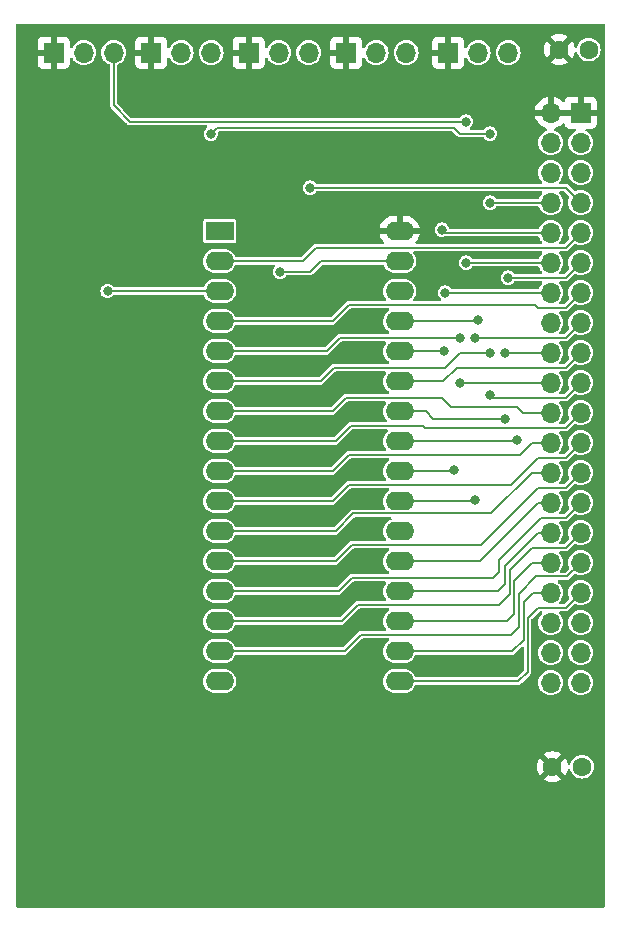
<source format=gtl>
G04 #@! TF.GenerationSoftware,KiCad,Pcbnew,(7.0.0)*
G04 #@! TF.CreationDate,2024-08-20T14:45:54-04:00*
G04 #@! TF.ProjectId,LB-MEM-03,4c422d4d-454d-42d3-9033-2e6b69636164,1*
G04 #@! TF.SameCoordinates,Original*
G04 #@! TF.FileFunction,Copper,L1,Top*
G04 #@! TF.FilePolarity,Positive*
%FSLAX46Y46*%
G04 Gerber Fmt 4.6, Leading zero omitted, Abs format (unit mm)*
G04 Created by KiCad (PCBNEW (7.0.0)) date 2024-08-20 14:45:54*
%MOMM*%
%LPD*%
G01*
G04 APERTURE LIST*
G04 #@! TA.AperFunction,ComponentPad*
%ADD10R,1.700000X1.700000*%
G04 #@! TD*
G04 #@! TA.AperFunction,ComponentPad*
%ADD11O,1.700000X1.700000*%
G04 #@! TD*
G04 #@! TA.AperFunction,ComponentPad*
%ADD12R,2.400000X1.600000*%
G04 #@! TD*
G04 #@! TA.AperFunction,ComponentPad*
%ADD13O,2.400000X1.600000*%
G04 #@! TD*
G04 #@! TA.AperFunction,ComponentPad*
%ADD14C,1.600000*%
G04 #@! TD*
G04 #@! TA.AperFunction,ViaPad*
%ADD15C,0.800000*%
G04 #@! TD*
G04 #@! TA.AperFunction,Conductor*
%ADD16C,0.203200*%
G04 #@! TD*
G04 APERTURE END LIST*
D10*
X179889999Y-54614999D03*
D11*
X177349999Y-54614999D03*
X179889999Y-57154999D03*
X177349999Y-57154999D03*
X179889999Y-59694999D03*
X177349999Y-59694999D03*
X179889999Y-62234999D03*
X177349999Y-62234999D03*
X179889999Y-64774999D03*
X177349999Y-64774999D03*
X179889999Y-67314999D03*
X177349999Y-67314999D03*
X179889999Y-69854999D03*
X177349999Y-69854999D03*
X179889999Y-72394999D03*
X177349999Y-72394999D03*
X179889999Y-74934999D03*
X177349999Y-74934999D03*
X179889999Y-77474999D03*
X177349999Y-77474999D03*
X179889999Y-80014999D03*
X177349999Y-80014999D03*
X179889999Y-82554999D03*
X177349999Y-82554999D03*
X179889999Y-85094999D03*
X177349999Y-85094999D03*
X179889999Y-87634999D03*
X177349999Y-87634999D03*
X179889999Y-90174999D03*
X177349999Y-90174999D03*
X179889999Y-92714999D03*
X177349999Y-92714999D03*
X179889999Y-95254999D03*
X177349999Y-95254999D03*
X179889999Y-97794999D03*
X177349999Y-97794999D03*
X179889999Y-100334999D03*
X177349999Y-100334999D03*
X179889999Y-102874999D03*
X177349999Y-102874999D03*
D12*
X149321999Y-64637999D03*
D13*
X149321999Y-67177999D03*
X149321999Y-69717999D03*
X149321999Y-72257999D03*
X149321999Y-74797999D03*
X149321999Y-77337999D03*
X149321999Y-79877999D03*
X149321999Y-82417999D03*
X149321999Y-84957999D03*
X149321999Y-87497999D03*
X149321999Y-90037999D03*
X149321999Y-92577999D03*
X149321999Y-95117999D03*
X149321999Y-97657999D03*
X149321999Y-100197999D03*
X149321999Y-102737999D03*
X164561999Y-102737999D03*
X164561999Y-100197999D03*
X164561999Y-97657999D03*
X164561999Y-95117999D03*
X164561999Y-92577999D03*
X164561999Y-90037999D03*
X164561999Y-87497999D03*
X164561999Y-84957999D03*
X164561999Y-82417999D03*
X164561999Y-79877999D03*
X164561999Y-77337999D03*
X164561999Y-74797999D03*
X164561999Y-72257999D03*
X164561999Y-69717999D03*
X164561999Y-67177999D03*
X164561999Y-64637999D03*
D10*
X160034999Y-49529999D03*
D11*
X162574999Y-49529999D03*
X165114999Y-49529999D03*
D10*
X151779999Y-49529999D03*
D11*
X154319999Y-49529999D03*
X156859999Y-49529999D03*
D14*
X180000000Y-110000000D03*
X177500000Y-110000000D03*
D10*
X143524999Y-49529999D03*
D11*
X146064999Y-49529999D03*
X148604999Y-49529999D03*
D14*
X180574000Y-49276000D03*
X178074000Y-49276000D03*
D10*
X168670999Y-49529999D03*
D11*
X171210999Y-49529999D03*
X173750999Y-49529999D03*
D10*
X135269999Y-49529999D03*
D11*
X137809999Y-49529999D03*
X140349999Y-49529999D03*
D15*
X174498000Y-82296000D03*
X168402000Y-69850000D03*
X168280000Y-74798000D03*
X173736000Y-68580000D03*
X170180000Y-67310000D03*
X170180000Y-55372000D03*
X172212000Y-78486000D03*
X172212000Y-74930000D03*
X169672000Y-73660000D03*
X169672000Y-77470000D03*
X173482000Y-74930000D03*
X173482000Y-80518000D03*
X170942000Y-87376000D03*
X170942000Y-73678500D03*
X156972000Y-60960000D03*
X168148000Y-64516000D03*
X169164000Y-84836000D03*
X172212000Y-62230000D03*
X172212000Y-56388000D03*
X148590000Y-56388000D03*
X139832000Y-69718000D03*
X154432000Y-68072000D03*
X171196000Y-72136000D03*
D16*
X164562000Y-82418000D02*
X174366000Y-82418000D01*
X174376000Y-82418000D02*
X174498000Y-82296000D01*
X174366000Y-82418000D02*
X174376000Y-82418000D01*
X176022000Y-70866000D02*
X176276000Y-71120000D01*
X149322000Y-72258000D02*
X158882000Y-72258000D01*
X176276000Y-71120000D02*
X178625000Y-71120000D01*
X178625000Y-71120000D02*
X179890000Y-69855000D01*
X160274000Y-70866000D02*
X176022000Y-70866000D01*
X158882000Y-72258000D02*
X160274000Y-70866000D01*
X164562000Y-74798000D02*
X168280000Y-74798000D01*
X168407000Y-69855000D02*
X168402000Y-69850000D01*
X168407000Y-69855000D02*
X177350000Y-69855000D01*
X173736000Y-68580000D02*
X178625000Y-68580000D01*
X178625000Y-68580000D02*
X179890000Y-67315000D01*
X140350000Y-53960000D02*
X140350000Y-49530000D01*
X170185000Y-67315000D02*
X177350000Y-67315000D01*
X141732000Y-55372000D02*
X170180000Y-55372000D01*
X141762000Y-55372000D02*
X140350000Y-53960000D01*
X170180000Y-67310000D02*
X170185000Y-67315000D01*
X175050391Y-96056391D02*
X175851782Y-95255000D01*
X174112000Y-100198000D02*
X164562000Y-100198000D01*
X175851782Y-95255000D02*
X177350000Y-95255000D01*
X175050391Y-99259609D02*
X174112000Y-100198000D01*
X175050391Y-96056391D02*
X175050391Y-99259609D01*
X175405511Y-101952489D02*
X174620000Y-102738000D01*
X179890000Y-95255000D02*
X178625000Y-96520000D01*
X175405511Y-97390489D02*
X175405511Y-101952489D01*
X178625000Y-96520000D02*
X176276000Y-96520000D01*
X176276000Y-96520000D02*
X175405511Y-97390489D01*
X174620000Y-102738000D02*
X164562000Y-102738000D01*
X177350000Y-92715000D02*
X175763000Y-92715000D01*
X174244000Y-94234000D02*
X174244000Y-97028000D01*
X175763000Y-92715000D02*
X174244000Y-94234000D01*
X174244000Y-97028000D02*
X173614000Y-97658000D01*
X173614000Y-97658000D02*
X164562000Y-97658000D01*
X173482000Y-94488000D02*
X172852000Y-95118000D01*
X177350000Y-90175000D02*
X176271000Y-90175000D01*
X164562000Y-95118000D02*
X172852000Y-95118000D01*
X173482000Y-92964000D02*
X173482000Y-94488000D01*
X176271000Y-90175000D02*
X173482000Y-92964000D01*
X149322000Y-92578000D02*
X159136000Y-92578000D01*
X176276000Y-86360000D02*
X178625000Y-86360000D01*
X171450000Y-91186000D02*
X176276000Y-86360000D01*
X159136000Y-92578000D02*
X160528000Y-91186000D01*
X160528000Y-91186000D02*
X171450000Y-91186000D01*
X178625000Y-86360000D02*
X179890000Y-85095000D01*
X175763000Y-85095000D02*
X177350000Y-85095000D01*
X159136000Y-90038000D02*
X160622480Y-88551520D01*
X160622480Y-88551520D02*
X172306480Y-88551520D01*
X149322000Y-90038000D02*
X159136000Y-90038000D01*
X172306480Y-88551520D02*
X175763000Y-85095000D01*
X173990000Y-98806000D02*
X161290000Y-98806000D01*
X178720500Y-93884500D02*
X176117500Y-93884500D01*
X174650880Y-98145120D02*
X174650880Y-95351120D01*
X176117500Y-93884500D02*
X174650880Y-95351120D01*
X179890000Y-92715000D02*
X178720500Y-93884500D01*
X159898000Y-100198000D02*
X149322000Y-100198000D01*
X173990000Y-98806000D02*
X174650880Y-98145120D01*
X161290000Y-98806000D02*
X159898000Y-100198000D01*
X178625000Y-83820000D02*
X179890000Y-82555000D01*
X149322000Y-87498000D02*
X158882000Y-87498000D01*
X176276000Y-83820000D02*
X178625000Y-83820000D01*
X158882000Y-87498000D02*
X160274000Y-86106000D01*
X173990000Y-86106000D02*
X176276000Y-83820000D01*
X160274000Y-86106000D02*
X173990000Y-86106000D01*
X164562000Y-92578000D02*
X171328000Y-92578000D01*
X176271000Y-87635000D02*
X177350000Y-87635000D01*
X171328000Y-92578000D02*
X176271000Y-87635000D01*
X160274000Y-83566000D02*
X174752000Y-83566000D01*
X175763000Y-82555000D02*
X177350000Y-82555000D01*
X174752000Y-83566000D02*
X175763000Y-82555000D01*
X149322000Y-84958000D02*
X158882000Y-84958000D01*
X158882000Y-84958000D02*
X160274000Y-83566000D01*
X176530000Y-88900000D02*
X172974000Y-92456000D01*
X172466000Y-93980000D02*
X160528000Y-93980000D01*
X172974000Y-92456000D02*
X172974000Y-93472000D01*
X178625000Y-88900000D02*
X176530000Y-88900000D01*
X159390000Y-95118000D02*
X149322000Y-95118000D01*
X172974000Y-93472000D02*
X172466000Y-93980000D01*
X179890000Y-87635000D02*
X178625000Y-88900000D01*
X160528000Y-93980000D02*
X159390000Y-95118000D01*
X179890000Y-80015000D02*
X178625000Y-81280000D01*
X166692978Y-81280000D02*
X166531489Y-81118511D01*
X166531489Y-81118511D02*
X160435489Y-81118511D01*
X160435489Y-81118511D02*
X159136000Y-82418000D01*
X159136000Y-82418000D02*
X149322000Y-82418000D01*
X178625000Y-81280000D02*
X166692978Y-81280000D01*
X178625000Y-91440000D02*
X179890000Y-90175000D01*
X159644000Y-97658000D02*
X161036000Y-96266000D01*
X175768000Y-91440000D02*
X178625000Y-91440000D01*
X161036000Y-96266000D02*
X172974000Y-96266000D01*
X173888880Y-95351120D02*
X173888880Y-93319120D01*
X149322000Y-97658000D02*
X159644000Y-97658000D01*
X172974000Y-96266000D02*
X173888880Y-95351120D01*
X173888880Y-93319120D02*
X175768000Y-91440000D01*
X174498000Y-79502000D02*
X175011000Y-80015000D01*
X168148000Y-78740000D02*
X168910000Y-79502000D01*
X158882000Y-79878000D02*
X160020000Y-78740000D01*
X160020000Y-78740000D02*
X168148000Y-78740000D01*
X168910000Y-79502000D02*
X174498000Y-79502000D01*
X149322000Y-79878000D02*
X158882000Y-79878000D01*
X175011000Y-80015000D02*
X177350000Y-80015000D01*
X178625000Y-78740000D02*
X172466000Y-78740000D01*
X169672000Y-74930000D02*
X168402000Y-76200000D01*
X157866000Y-77338000D02*
X149322000Y-77338000D01*
X168402000Y-76200000D02*
X159004000Y-76200000D01*
X172466000Y-78740000D02*
X172212000Y-78486000D01*
X179890000Y-77475000D02*
X178625000Y-78740000D01*
X159004000Y-76200000D02*
X157866000Y-77338000D01*
X172212000Y-74930000D02*
X169672000Y-74930000D01*
X149322000Y-74798000D02*
X158374000Y-74798000D01*
X169677000Y-77475000D02*
X177350000Y-77475000D01*
X158374000Y-74798000D02*
X159512000Y-73660000D01*
X169672000Y-77470000D02*
X169677000Y-77475000D01*
X169672000Y-73660000D02*
X159512000Y-73660000D01*
X169408000Y-76200000D02*
X168270000Y-77338000D01*
X178625000Y-76200000D02*
X169408000Y-76200000D01*
X168270000Y-77338000D02*
X164562000Y-77338000D01*
X179890000Y-74935000D02*
X178625000Y-76200000D01*
X173844500Y-74930000D02*
X173849500Y-74935000D01*
X167396000Y-80518000D02*
X173482000Y-80518000D01*
X164562000Y-79878000D02*
X166756000Y-79878000D01*
X173849500Y-74935000D02*
X177350000Y-74935000D01*
X167396000Y-80518000D02*
X166756000Y-79878000D01*
X170820000Y-87498000D02*
X170942000Y-87376000D01*
X170960500Y-73660000D02*
X178625000Y-73660000D01*
X164562000Y-87498000D02*
X170820000Y-87498000D01*
X170960500Y-73660000D02*
X170942000Y-73678500D01*
X179890000Y-72395000D02*
X178625000Y-73660000D01*
X178615000Y-60960000D02*
X179890000Y-62235000D01*
X156972000Y-60960000D02*
X178615000Y-60960000D01*
X179890000Y-64775000D02*
X178625000Y-66040000D01*
X157480000Y-66040000D02*
X156342000Y-67178000D01*
X178625000Y-66040000D02*
X157480000Y-66040000D01*
X156342000Y-67178000D02*
X149322000Y-67178000D01*
X168407000Y-64775000D02*
X168148000Y-64516000D01*
X177350000Y-64775000D02*
X168407000Y-64775000D01*
X169042000Y-84958000D02*
X164562000Y-84958000D01*
X169164000Y-84836000D02*
X169042000Y-84958000D01*
X169672000Y-56388000D02*
X172212000Y-56388000D01*
X172217000Y-62235000D02*
X177350000Y-62235000D01*
X148590000Y-56388000D02*
X149098000Y-55880000D01*
X172212000Y-62230000D02*
X172217000Y-62235000D01*
X169164000Y-55880000D02*
X169672000Y-56388000D01*
X149098000Y-55880000D02*
X169164000Y-55880000D01*
X149322000Y-69718000D02*
X139832000Y-69718000D01*
X157866000Y-67178000D02*
X164562000Y-67178000D01*
X154432000Y-68072000D02*
X156972000Y-68072000D01*
X156972000Y-68072000D02*
X157866000Y-67178000D01*
X164562000Y-72258000D02*
X171074000Y-72258000D01*
X171074000Y-72258000D02*
X171196000Y-72136000D01*
G04 #@! TA.AperFunction,Conductor*
G36*
X181861500Y-47092381D02*
G01*
X181907619Y-47138500D01*
X181924500Y-47201500D01*
X181924500Y-121798500D01*
X181907619Y-121861500D01*
X181861500Y-121907619D01*
X181798500Y-121924500D01*
X132206000Y-121924500D01*
X132143000Y-121907619D01*
X132096881Y-121861500D01*
X132080000Y-121798500D01*
X132080000Y-111086770D01*
X176775860Y-111086770D01*
X176783414Y-111095014D01*
X176838996Y-111133933D01*
X176848482Y-111139410D01*
X177045946Y-111231489D01*
X177056238Y-111235235D01*
X177266687Y-111291625D01*
X177277480Y-111293528D01*
X177494525Y-111312517D01*
X177505475Y-111312517D01*
X177722519Y-111293528D01*
X177733312Y-111291625D01*
X177943761Y-111235235D01*
X177954053Y-111231489D01*
X178151510Y-111139413D01*
X178161006Y-111133931D01*
X178216586Y-111095013D01*
X178224138Y-111086771D01*
X178218128Y-111077338D01*
X177511729Y-110370939D01*
X177499999Y-110364167D01*
X177488271Y-110370938D01*
X176781867Y-111077341D01*
X176775860Y-111086770D01*
X132080000Y-111086770D01*
X132080000Y-110005475D01*
X176187483Y-110005475D01*
X176206471Y-110222519D01*
X176208374Y-110233312D01*
X176264764Y-110443761D01*
X176268510Y-110454053D01*
X176360587Y-110651513D01*
X176366066Y-110661002D01*
X176404985Y-110716586D01*
X176413228Y-110724138D01*
X176422656Y-110718132D01*
X177129059Y-110011730D01*
X177135832Y-109999999D01*
X177864167Y-109999999D01*
X177870939Y-110011729D01*
X178577338Y-110718128D01*
X178586771Y-110724138D01*
X178595013Y-110716586D01*
X178633931Y-110661006D01*
X178639413Y-110651510D01*
X178731489Y-110454053D01*
X178735235Y-110443761D01*
X178785435Y-110256414D01*
X178817465Y-110200515D01*
X178872940Y-110167756D01*
X178937357Y-110166701D01*
X178993874Y-110197628D01*
X179027716Y-110252449D01*
X179066418Y-110380033D01*
X179066420Y-110380038D01*
X179068216Y-110385958D01*
X179161416Y-110560324D01*
X179165341Y-110565107D01*
X179165342Y-110565108D01*
X179236250Y-110651510D01*
X179286843Y-110713157D01*
X179439676Y-110838584D01*
X179614042Y-110931784D01*
X179803240Y-110989177D01*
X180000000Y-111008556D01*
X180196760Y-110989177D01*
X180385958Y-110931784D01*
X180560324Y-110838584D01*
X180713157Y-110713157D01*
X180838584Y-110560324D01*
X180931784Y-110385958D01*
X180989177Y-110196760D01*
X181008556Y-110000000D01*
X180989177Y-109803240D01*
X180931784Y-109614042D01*
X180838584Y-109439676D01*
X180713157Y-109286843D01*
X180560324Y-109161416D01*
X180554865Y-109158498D01*
X180391416Y-109071133D01*
X180391413Y-109071131D01*
X180385958Y-109068216D01*
X180380038Y-109066420D01*
X180380033Y-109066418D01*
X180202689Y-109012621D01*
X180202683Y-109012619D01*
X180196760Y-109010823D01*
X180190601Y-109010216D01*
X180190594Y-109010215D01*
X180006163Y-108992051D01*
X180000000Y-108991444D01*
X179993837Y-108992051D01*
X179809405Y-109010215D01*
X179809396Y-109010216D01*
X179803240Y-109010823D01*
X179797318Y-109012619D01*
X179797310Y-109012621D01*
X179619966Y-109066418D01*
X179619957Y-109066421D01*
X179614042Y-109068216D01*
X179608590Y-109071129D01*
X179608583Y-109071133D01*
X179445134Y-109158498D01*
X179445129Y-109158501D01*
X179439676Y-109161416D01*
X179434897Y-109165337D01*
X179434891Y-109165342D01*
X179291622Y-109282920D01*
X179291616Y-109282925D01*
X179286843Y-109286843D01*
X179282925Y-109291616D01*
X179282920Y-109291622D01*
X179165342Y-109434891D01*
X179165337Y-109434897D01*
X179161416Y-109439676D01*
X179158501Y-109445129D01*
X179158498Y-109445134D01*
X179071133Y-109608583D01*
X179071129Y-109608590D01*
X179068216Y-109614042D01*
X179066422Y-109619955D01*
X179066419Y-109619963D01*
X179027716Y-109747551D01*
X178993874Y-109802372D01*
X178937357Y-109833298D01*
X178872940Y-109832243D01*
X178817465Y-109799484D01*
X178785435Y-109743585D01*
X178735235Y-109556238D01*
X178731489Y-109545946D01*
X178639410Y-109348482D01*
X178633933Y-109338996D01*
X178595014Y-109283414D01*
X178586770Y-109275860D01*
X178577341Y-109281867D01*
X177870938Y-109988271D01*
X177864167Y-109999999D01*
X177135832Y-109999999D01*
X177129060Y-109988270D01*
X176422659Y-109281869D01*
X176413227Y-109275860D01*
X176404985Y-109283413D01*
X176366067Y-109338995D01*
X176360587Y-109348485D01*
X176268510Y-109545946D01*
X176264764Y-109556238D01*
X176208374Y-109766687D01*
X176206471Y-109777480D01*
X176187483Y-109994525D01*
X176187483Y-110005475D01*
X132080000Y-110005475D01*
X132080000Y-108913227D01*
X176775860Y-108913227D01*
X176781869Y-108922659D01*
X177488270Y-109629060D01*
X177499999Y-109635832D01*
X177511730Y-109629059D01*
X178218132Y-108922656D01*
X178224138Y-108913228D01*
X178216586Y-108904985D01*
X178161002Y-108866066D01*
X178151513Y-108860587D01*
X177954053Y-108768510D01*
X177943761Y-108764764D01*
X177733312Y-108708374D01*
X177722519Y-108706471D01*
X177505475Y-108687483D01*
X177494525Y-108687483D01*
X177277480Y-108706471D01*
X177266687Y-108708374D01*
X177056238Y-108764764D01*
X177045946Y-108768510D01*
X176848485Y-108860587D01*
X176838995Y-108866067D01*
X176783413Y-108904985D01*
X176775860Y-108913227D01*
X132080000Y-108913227D01*
X132080000Y-102789099D01*
X147914419Y-102789099D01*
X147915385Y-102795410D01*
X147915386Y-102795412D01*
X147944362Y-102984562D01*
X147944363Y-102984567D01*
X147945330Y-102990877D01*
X147947547Y-102996865D01*
X147947548Y-102996866D01*
X147990859Y-103113810D01*
X148016227Y-103182303D01*
X148019608Y-103187728D01*
X148019609Y-103187729D01*
X148120821Y-103350111D01*
X148120824Y-103350115D01*
X148124205Y-103355539D01*
X148264846Y-103503493D01*
X148432390Y-103620107D01*
X148619980Y-103700608D01*
X148819934Y-103741700D01*
X149769699Y-103741700D01*
X149772899Y-103741700D01*
X149925085Y-103726224D01*
X150119856Y-103665114D01*
X150298339Y-103566049D01*
X150453226Y-103433082D01*
X150578177Y-103271659D01*
X150668076Y-103088388D01*
X150719242Y-102890772D01*
X150729581Y-102686901D01*
X150698670Y-102485123D01*
X150627773Y-102293697D01*
X150564206Y-102191712D01*
X150523178Y-102125888D01*
X150523176Y-102125885D01*
X150519795Y-102120461D01*
X150379154Y-101972507D01*
X150211610Y-101855893D01*
X150205738Y-101853373D01*
X150205736Y-101853372D01*
X150029893Y-101777912D01*
X150029890Y-101777911D01*
X150024020Y-101775392D01*
X150017761Y-101774105D01*
X150017759Y-101774105D01*
X149830326Y-101735586D01*
X149830321Y-101735585D01*
X149824066Y-101734300D01*
X148871101Y-101734300D01*
X148867928Y-101734622D01*
X148867921Y-101734623D01*
X148725269Y-101749129D01*
X148725260Y-101749130D01*
X148718915Y-101749776D01*
X148712830Y-101751685D01*
X148712821Y-101751687D01*
X148530235Y-101808974D01*
X148530226Y-101808977D01*
X148524144Y-101810886D01*
X148518567Y-101813981D01*
X148518561Y-101813984D01*
X148351242Y-101906853D01*
X148351239Y-101906854D01*
X148345661Y-101909951D01*
X148340816Y-101914110D01*
X148340815Y-101914111D01*
X148195625Y-102038752D01*
X148195617Y-102038760D01*
X148190774Y-102042918D01*
X148186866Y-102047966D01*
X148186860Y-102047973D01*
X148073704Y-102194159D01*
X148065823Y-102204341D01*
X148063010Y-102210075D01*
X148063006Y-102210082D01*
X147978737Y-102381875D01*
X147978733Y-102381884D01*
X147975924Y-102387612D01*
X147974323Y-102393793D01*
X147974323Y-102393795D01*
X147952228Y-102479133D01*
X147924758Y-102585228D01*
X147924434Y-102591600D01*
X147924434Y-102591606D01*
X147914742Y-102782718D01*
X147914742Y-102782723D01*
X147914419Y-102789099D01*
X132080000Y-102789099D01*
X132080000Y-100249099D01*
X147914419Y-100249099D01*
X147915385Y-100255410D01*
X147915386Y-100255412D01*
X147944362Y-100444562D01*
X147944363Y-100444567D01*
X147945330Y-100450877D01*
X147947547Y-100456865D01*
X147947548Y-100456866D01*
X147990859Y-100573810D01*
X148016227Y-100642303D01*
X148019608Y-100647728D01*
X148019609Y-100647729D01*
X148120821Y-100810111D01*
X148120824Y-100810115D01*
X148124205Y-100815539D01*
X148264846Y-100963493D01*
X148432390Y-101080107D01*
X148619980Y-101160608D01*
X148819934Y-101201700D01*
X149769699Y-101201700D01*
X149772899Y-101201700D01*
X149925085Y-101186224D01*
X150119856Y-101125114D01*
X150298339Y-101026049D01*
X150453226Y-100893082D01*
X150578177Y-100731659D01*
X150655605Y-100573810D01*
X150702080Y-100522371D01*
X150768729Y-100503300D01*
X159845312Y-100503300D01*
X159848951Y-100503552D01*
X159855090Y-100505610D01*
X159902150Y-100503434D01*
X159907971Y-100503300D01*
X159920464Y-100503300D01*
X159926289Y-100503300D01*
X159932016Y-100502229D01*
X159932903Y-100502147D01*
X159938702Y-100501743D01*
X159969109Y-100500338D01*
X159979792Y-100495620D01*
X159987336Y-100493846D01*
X159991497Y-100492557D01*
X159998713Y-100489761D01*
X160010197Y-100487615D01*
X160033264Y-100473330D01*
X160048693Y-100465197D01*
X160073525Y-100454234D01*
X160081785Y-100445972D01*
X160088178Y-100441594D01*
X160091576Y-100438903D01*
X160097308Y-100433676D01*
X160107242Y-100427527D01*
X160123594Y-100405871D01*
X160135042Y-100392715D01*
X161379555Y-99148204D01*
X161420433Y-99120891D01*
X161468651Y-99111300D01*
X163565020Y-99111300D01*
X163628388Y-99128394D01*
X163674562Y-99175039D01*
X163691014Y-99238577D01*
X163673278Y-99301769D01*
X163626168Y-99347468D01*
X163591242Y-99366853D01*
X163591239Y-99366854D01*
X163585661Y-99369951D01*
X163580816Y-99374110D01*
X163580815Y-99374111D01*
X163435625Y-99498752D01*
X163435617Y-99498760D01*
X163430774Y-99502918D01*
X163426866Y-99507966D01*
X163426860Y-99507973D01*
X163323465Y-99641549D01*
X163305823Y-99664341D01*
X163303010Y-99670075D01*
X163303006Y-99670082D01*
X163218737Y-99841875D01*
X163218733Y-99841884D01*
X163215924Y-99847612D01*
X163164758Y-100045228D01*
X163164434Y-100051600D01*
X163164434Y-100051606D01*
X163154742Y-100242718D01*
X163154742Y-100242723D01*
X163154419Y-100249099D01*
X163155385Y-100255410D01*
X163155386Y-100255412D01*
X163184362Y-100444562D01*
X163184363Y-100444567D01*
X163185330Y-100450877D01*
X163187547Y-100456865D01*
X163187548Y-100456866D01*
X163230859Y-100573810D01*
X163256227Y-100642303D01*
X163259608Y-100647728D01*
X163259609Y-100647729D01*
X163360821Y-100810111D01*
X163360824Y-100810115D01*
X163364205Y-100815539D01*
X163504846Y-100963493D01*
X163672390Y-101080107D01*
X163859980Y-101160608D01*
X164059934Y-101201700D01*
X165009699Y-101201700D01*
X165012899Y-101201700D01*
X165165085Y-101186224D01*
X165359856Y-101125114D01*
X165538339Y-101026049D01*
X165693226Y-100893082D01*
X165818177Y-100731659D01*
X165895605Y-100573810D01*
X165942080Y-100522371D01*
X166008729Y-100503300D01*
X174059312Y-100503300D01*
X174062951Y-100503552D01*
X174069090Y-100505610D01*
X174116150Y-100503434D01*
X174121971Y-100503300D01*
X174134464Y-100503300D01*
X174140289Y-100503300D01*
X174146016Y-100502229D01*
X174146903Y-100502147D01*
X174152702Y-100501743D01*
X174183109Y-100500338D01*
X174193792Y-100495620D01*
X174201336Y-100493846D01*
X174205497Y-100492557D01*
X174212713Y-100489761D01*
X174224197Y-100487615D01*
X174247264Y-100473330D01*
X174262693Y-100465197D01*
X174287525Y-100454234D01*
X174295785Y-100445972D01*
X174302178Y-100441594D01*
X174305576Y-100438903D01*
X174311308Y-100433676D01*
X174321242Y-100427527D01*
X174337594Y-100405871D01*
X174349042Y-100392715D01*
X174885117Y-99856642D01*
X174935275Y-99825906D01*
X174993922Y-99821290D01*
X175048272Y-99843803D01*
X175086478Y-99888536D01*
X175100211Y-99945739D01*
X175100211Y-101773840D01*
X175090620Y-101822058D01*
X175063306Y-101862935D01*
X174530446Y-102395795D01*
X174489569Y-102423109D01*
X174441351Y-102432700D01*
X166006953Y-102432700D01*
X165957264Y-102422489D01*
X165915629Y-102393510D01*
X165888796Y-102350461D01*
X165869992Y-102299689D01*
X165867773Y-102293697D01*
X165815656Y-102210082D01*
X165763178Y-102125888D01*
X165763176Y-102125885D01*
X165759795Y-102120461D01*
X165619154Y-101972507D01*
X165451610Y-101855893D01*
X165445738Y-101853373D01*
X165445736Y-101853372D01*
X165269893Y-101777912D01*
X165269890Y-101777911D01*
X165264020Y-101775392D01*
X165257761Y-101774105D01*
X165257759Y-101774105D01*
X165070326Y-101735586D01*
X165070321Y-101735585D01*
X165064066Y-101734300D01*
X164111101Y-101734300D01*
X164107928Y-101734622D01*
X164107921Y-101734623D01*
X163965269Y-101749129D01*
X163965260Y-101749130D01*
X163958915Y-101749776D01*
X163952830Y-101751685D01*
X163952821Y-101751687D01*
X163770235Y-101808974D01*
X163770226Y-101808977D01*
X163764144Y-101810886D01*
X163758567Y-101813981D01*
X163758561Y-101813984D01*
X163591242Y-101906853D01*
X163591239Y-101906854D01*
X163585661Y-101909951D01*
X163580816Y-101914110D01*
X163580815Y-101914111D01*
X163435625Y-102038752D01*
X163435617Y-102038760D01*
X163430774Y-102042918D01*
X163426866Y-102047966D01*
X163426860Y-102047973D01*
X163313704Y-102194159D01*
X163305823Y-102204341D01*
X163303010Y-102210075D01*
X163303006Y-102210082D01*
X163218737Y-102381875D01*
X163218733Y-102381884D01*
X163215924Y-102387612D01*
X163214323Y-102393793D01*
X163214323Y-102393795D01*
X163192228Y-102479133D01*
X163164758Y-102585228D01*
X163164434Y-102591600D01*
X163164434Y-102591606D01*
X163154742Y-102782718D01*
X163154742Y-102782723D01*
X163154419Y-102789099D01*
X163155385Y-102795410D01*
X163155386Y-102795412D01*
X163184362Y-102984562D01*
X163184363Y-102984567D01*
X163185330Y-102990877D01*
X163187547Y-102996865D01*
X163187548Y-102996866D01*
X163230859Y-103113810D01*
X163256227Y-103182303D01*
X163259608Y-103187728D01*
X163259609Y-103187729D01*
X163360821Y-103350111D01*
X163360824Y-103350115D01*
X163364205Y-103355539D01*
X163504846Y-103503493D01*
X163672390Y-103620107D01*
X163859980Y-103700608D01*
X164059934Y-103741700D01*
X165009699Y-103741700D01*
X165012899Y-103741700D01*
X165165085Y-103726224D01*
X165359856Y-103665114D01*
X165538339Y-103566049D01*
X165693226Y-103433082D01*
X165818177Y-103271659D01*
X165895605Y-103113810D01*
X165942080Y-103062371D01*
X166008729Y-103043300D01*
X174567312Y-103043300D01*
X174570951Y-103043552D01*
X174577090Y-103045610D01*
X174624150Y-103043434D01*
X174629971Y-103043300D01*
X174642464Y-103043300D01*
X174648289Y-103043300D01*
X174654016Y-103042229D01*
X174654903Y-103042147D01*
X174660702Y-103041743D01*
X174691109Y-103040338D01*
X174701792Y-103035620D01*
X174709336Y-103033846D01*
X174713497Y-103032557D01*
X174720713Y-103029761D01*
X174732197Y-103027615D01*
X174755264Y-103013330D01*
X174770693Y-103005197D01*
X174795525Y-102994234D01*
X174803785Y-102985972D01*
X174810178Y-102981594D01*
X174813576Y-102978903D01*
X174819308Y-102973676D01*
X174829242Y-102967527D01*
X174845594Y-102945871D01*
X174857042Y-102932715D01*
X174914757Y-102875000D01*
X176291202Y-102875000D01*
X176291809Y-102881163D01*
X176310939Y-103075397D01*
X176310940Y-103075405D01*
X176311547Y-103081561D01*
X176313342Y-103087479D01*
X176313343Y-103087483D01*
X176340288Y-103176310D01*
X176371798Y-103280184D01*
X176469642Y-103463237D01*
X176473567Y-103468020D01*
X176473568Y-103468021D01*
X176556559Y-103569146D01*
X176601317Y-103623683D01*
X176761763Y-103755358D01*
X176944816Y-103853202D01*
X177143439Y-103913453D01*
X177350000Y-103933798D01*
X177556561Y-103913453D01*
X177755184Y-103853202D01*
X177938237Y-103755358D01*
X178098683Y-103623683D01*
X178230358Y-103463237D01*
X178328202Y-103280184D01*
X178388453Y-103081561D01*
X178408798Y-102875000D01*
X178831202Y-102875000D01*
X178831809Y-102881163D01*
X178850939Y-103075397D01*
X178850940Y-103075405D01*
X178851547Y-103081561D01*
X178853342Y-103087479D01*
X178853343Y-103087483D01*
X178880288Y-103176310D01*
X178911798Y-103280184D01*
X179009642Y-103463237D01*
X179013567Y-103468020D01*
X179013568Y-103468021D01*
X179096559Y-103569146D01*
X179141317Y-103623683D01*
X179301763Y-103755358D01*
X179484816Y-103853202D01*
X179683439Y-103913453D01*
X179890000Y-103933798D01*
X180096561Y-103913453D01*
X180295184Y-103853202D01*
X180478237Y-103755358D01*
X180638683Y-103623683D01*
X180770358Y-103463237D01*
X180868202Y-103280184D01*
X180928453Y-103081561D01*
X180948798Y-102875000D01*
X180928453Y-102668439D01*
X180868202Y-102469816D01*
X180770358Y-102286763D01*
X180638683Y-102126317D01*
X180631547Y-102120461D01*
X180483021Y-101998568D01*
X180483020Y-101998567D01*
X180478237Y-101994642D01*
X180295184Y-101896798D01*
X180289263Y-101895002D01*
X180289261Y-101895001D01*
X180102483Y-101838343D01*
X180102479Y-101838342D01*
X180096561Y-101836547D01*
X180090405Y-101835940D01*
X180090397Y-101835939D01*
X179896163Y-101816809D01*
X179890000Y-101816202D01*
X179883837Y-101816809D01*
X179689602Y-101835939D01*
X179689592Y-101835940D01*
X179683439Y-101836547D01*
X179677522Y-101838341D01*
X179677516Y-101838343D01*
X179490738Y-101895001D01*
X179490732Y-101895003D01*
X179484816Y-101896798D01*
X179479358Y-101899715D01*
X179479354Y-101899717D01*
X179334516Y-101977135D01*
X179301763Y-101994642D01*
X179296984Y-101998563D01*
X179296978Y-101998568D01*
X179146096Y-102122394D01*
X179146090Y-102122399D01*
X179141317Y-102126317D01*
X179137399Y-102131090D01*
X179137394Y-102131096D01*
X179013568Y-102281978D01*
X179013563Y-102281984D01*
X179009642Y-102286763D01*
X179006724Y-102292221D01*
X179006724Y-102292222D01*
X178914717Y-102464354D01*
X178914715Y-102464358D01*
X178911798Y-102469816D01*
X178910003Y-102475732D01*
X178910001Y-102475738D01*
X178853343Y-102662516D01*
X178853341Y-102662522D01*
X178851547Y-102668439D01*
X178850940Y-102674592D01*
X178850939Y-102674602D01*
X178839041Y-102795412D01*
X178831202Y-102875000D01*
X178408798Y-102875000D01*
X178388453Y-102668439D01*
X178328202Y-102469816D01*
X178230358Y-102286763D01*
X178098683Y-102126317D01*
X178091547Y-102120461D01*
X177943021Y-101998568D01*
X177943020Y-101998567D01*
X177938237Y-101994642D01*
X177755184Y-101896798D01*
X177749263Y-101895002D01*
X177749261Y-101895001D01*
X177562483Y-101838343D01*
X177562479Y-101838342D01*
X177556561Y-101836547D01*
X177550405Y-101835940D01*
X177550397Y-101835939D01*
X177356163Y-101816809D01*
X177350000Y-101816202D01*
X177343837Y-101816809D01*
X177149602Y-101835939D01*
X177149592Y-101835940D01*
X177143439Y-101836547D01*
X177137522Y-101838341D01*
X177137516Y-101838343D01*
X176950738Y-101895001D01*
X176950732Y-101895003D01*
X176944816Y-101896798D01*
X176939358Y-101899715D01*
X176939354Y-101899717D01*
X176794516Y-101977135D01*
X176761763Y-101994642D01*
X176756984Y-101998563D01*
X176756978Y-101998568D01*
X176606096Y-102122394D01*
X176606090Y-102122399D01*
X176601317Y-102126317D01*
X176597399Y-102131090D01*
X176597394Y-102131096D01*
X176473568Y-102281978D01*
X176473563Y-102281984D01*
X176469642Y-102286763D01*
X176466724Y-102292221D01*
X176466724Y-102292222D01*
X176374717Y-102464354D01*
X176374715Y-102464358D01*
X176371798Y-102469816D01*
X176370003Y-102475732D01*
X176370001Y-102475738D01*
X176313343Y-102662516D01*
X176313341Y-102662522D01*
X176311547Y-102668439D01*
X176310940Y-102674592D01*
X176310939Y-102674602D01*
X176299041Y-102795412D01*
X176291202Y-102875000D01*
X174914757Y-102875000D01*
X175584147Y-102205611D01*
X175586883Y-102203230D01*
X175592682Y-102200344D01*
X175624453Y-102165491D01*
X175628389Y-102161369D01*
X175641394Y-102148366D01*
X175644694Y-102143548D01*
X175645259Y-102142868D01*
X175649068Y-102138490D01*
X175669578Y-102115993D01*
X175673797Y-102105099D01*
X175677877Y-102098511D01*
X175679902Y-102094668D01*
X175683030Y-102087583D01*
X175689635Y-102077943D01*
X175695848Y-102051522D01*
X175701010Y-102034857D01*
X175706592Y-102020450D01*
X175706592Y-102020447D01*
X175710811Y-102009559D01*
X175710811Y-101997879D01*
X175712230Y-101990288D01*
X175712737Y-101985918D01*
X175713093Y-101978198D01*
X175715767Y-101966833D01*
X175712019Y-101939964D01*
X175710811Y-101922557D01*
X175710811Y-100335000D01*
X176291202Y-100335000D01*
X176291809Y-100341163D01*
X176310939Y-100535397D01*
X176310940Y-100535405D01*
X176311547Y-100541561D01*
X176313342Y-100547479D01*
X176313343Y-100547483D01*
X176340288Y-100636310D01*
X176371798Y-100740184D01*
X176469642Y-100923237D01*
X176473567Y-100928020D01*
X176473568Y-100928021D01*
X176556559Y-101029146D01*
X176601317Y-101083683D01*
X176761763Y-101215358D01*
X176944816Y-101313202D01*
X177143439Y-101373453D01*
X177350000Y-101393798D01*
X177556561Y-101373453D01*
X177755184Y-101313202D01*
X177938237Y-101215358D01*
X178098683Y-101083683D01*
X178230358Y-100923237D01*
X178328202Y-100740184D01*
X178388453Y-100541561D01*
X178408798Y-100335000D01*
X178831202Y-100335000D01*
X178831809Y-100341163D01*
X178850939Y-100535397D01*
X178850940Y-100535405D01*
X178851547Y-100541561D01*
X178853342Y-100547479D01*
X178853343Y-100547483D01*
X178880288Y-100636310D01*
X178911798Y-100740184D01*
X179009642Y-100923237D01*
X179013567Y-100928020D01*
X179013568Y-100928021D01*
X179096559Y-101029146D01*
X179141317Y-101083683D01*
X179301763Y-101215358D01*
X179484816Y-101313202D01*
X179683439Y-101373453D01*
X179890000Y-101393798D01*
X180096561Y-101373453D01*
X180295184Y-101313202D01*
X180478237Y-101215358D01*
X180638683Y-101083683D01*
X180770358Y-100923237D01*
X180868202Y-100740184D01*
X180928453Y-100541561D01*
X180948798Y-100335000D01*
X180928453Y-100128439D01*
X180868202Y-99929816D01*
X180770358Y-99746763D01*
X180638683Y-99586317D01*
X180631547Y-99580461D01*
X180483021Y-99458568D01*
X180483020Y-99458567D01*
X180478237Y-99454642D01*
X180295184Y-99356798D01*
X180289263Y-99355002D01*
X180289261Y-99355001D01*
X180102483Y-99298343D01*
X180102479Y-99298342D01*
X180096561Y-99296547D01*
X180090405Y-99295940D01*
X180090397Y-99295939D01*
X179896163Y-99276809D01*
X179890000Y-99276202D01*
X179883837Y-99276809D01*
X179689602Y-99295939D01*
X179689592Y-99295940D01*
X179683439Y-99296547D01*
X179677522Y-99298341D01*
X179677516Y-99298343D01*
X179490738Y-99355001D01*
X179490732Y-99355003D01*
X179484816Y-99356798D01*
X179479358Y-99359715D01*
X179479354Y-99359717D01*
X179334516Y-99437135D01*
X179301763Y-99454642D01*
X179296984Y-99458563D01*
X179296978Y-99458568D01*
X179146096Y-99582394D01*
X179146090Y-99582399D01*
X179141317Y-99586317D01*
X179137399Y-99591090D01*
X179137394Y-99591096D01*
X179013568Y-99741978D01*
X179013563Y-99741984D01*
X179009642Y-99746763D01*
X179006724Y-99752221D01*
X179006724Y-99752222D01*
X178914717Y-99924354D01*
X178914715Y-99924358D01*
X178911798Y-99929816D01*
X178910003Y-99935732D01*
X178910001Y-99935738D01*
X178853343Y-100122516D01*
X178853341Y-100122522D01*
X178851547Y-100128439D01*
X178850940Y-100134592D01*
X178850939Y-100134602D01*
X178839041Y-100255412D01*
X178831202Y-100335000D01*
X178408798Y-100335000D01*
X178388453Y-100128439D01*
X178328202Y-99929816D01*
X178230358Y-99746763D01*
X178098683Y-99586317D01*
X178091547Y-99580461D01*
X177943021Y-99458568D01*
X177943020Y-99458567D01*
X177938237Y-99454642D01*
X177755184Y-99356798D01*
X177749263Y-99355002D01*
X177749261Y-99355001D01*
X177562483Y-99298343D01*
X177562479Y-99298342D01*
X177556561Y-99296547D01*
X177550405Y-99295940D01*
X177550397Y-99295939D01*
X177356163Y-99276809D01*
X177350000Y-99276202D01*
X177343837Y-99276809D01*
X177149602Y-99295939D01*
X177149592Y-99295940D01*
X177143439Y-99296547D01*
X177137522Y-99298341D01*
X177137516Y-99298343D01*
X176950738Y-99355001D01*
X176950732Y-99355003D01*
X176944816Y-99356798D01*
X176939358Y-99359715D01*
X176939354Y-99359717D01*
X176794516Y-99437135D01*
X176761763Y-99454642D01*
X176756984Y-99458563D01*
X176756978Y-99458568D01*
X176606096Y-99582394D01*
X176606090Y-99582399D01*
X176601317Y-99586317D01*
X176597399Y-99591090D01*
X176597394Y-99591096D01*
X176473568Y-99741978D01*
X176473563Y-99741984D01*
X176469642Y-99746763D01*
X176466724Y-99752221D01*
X176466724Y-99752222D01*
X176374717Y-99924354D01*
X176374715Y-99924358D01*
X176371798Y-99929816D01*
X176370003Y-99935732D01*
X176370001Y-99935738D01*
X176313343Y-100122516D01*
X176313341Y-100122522D01*
X176311547Y-100128439D01*
X176310940Y-100134592D01*
X176310939Y-100134602D01*
X176299041Y-100255412D01*
X176291202Y-100335000D01*
X175710811Y-100335000D01*
X175710811Y-97569139D01*
X175720402Y-97520921D01*
X175747716Y-97480043D01*
X176365556Y-96862204D01*
X176406433Y-96834891D01*
X176454651Y-96825300D01*
X176519001Y-96825300D01*
X176576204Y-96839033D01*
X176620937Y-96877239D01*
X176643450Y-96931589D01*
X176638834Y-96990236D01*
X176608096Y-97040395D01*
X176606097Y-97042394D01*
X176601317Y-97046317D01*
X176597399Y-97051090D01*
X176597394Y-97051096D01*
X176473568Y-97201978D01*
X176473563Y-97201984D01*
X176469642Y-97206763D01*
X176466724Y-97212221D01*
X176466724Y-97212222D01*
X176374717Y-97384354D01*
X176374715Y-97384358D01*
X176371798Y-97389816D01*
X176370003Y-97395732D01*
X176370001Y-97395738D01*
X176313343Y-97582516D01*
X176313341Y-97582522D01*
X176311547Y-97588439D01*
X176310940Y-97594592D01*
X176310939Y-97594602D01*
X176299041Y-97715412D01*
X176291202Y-97795000D01*
X176291809Y-97801163D01*
X176310939Y-97995397D01*
X176310940Y-97995405D01*
X176311547Y-98001561D01*
X176313342Y-98007479D01*
X176313343Y-98007483D01*
X176327929Y-98055566D01*
X176371798Y-98200184D01*
X176469642Y-98383237D01*
X176473567Y-98388020D01*
X176473568Y-98388021D01*
X176597314Y-98538806D01*
X176601317Y-98543683D01*
X176761763Y-98675358D01*
X176944816Y-98773202D01*
X177143439Y-98833453D01*
X177350000Y-98853798D01*
X177556561Y-98833453D01*
X177755184Y-98773202D01*
X177938237Y-98675358D01*
X178098683Y-98543683D01*
X178230358Y-98383237D01*
X178328202Y-98200184D01*
X178388453Y-98001561D01*
X178408798Y-97795000D01*
X178831202Y-97795000D01*
X178831809Y-97801163D01*
X178850939Y-97995397D01*
X178850940Y-97995405D01*
X178851547Y-98001561D01*
X178853342Y-98007479D01*
X178853343Y-98007483D01*
X178867929Y-98055566D01*
X178911798Y-98200184D01*
X179009642Y-98383237D01*
X179013567Y-98388020D01*
X179013568Y-98388021D01*
X179137314Y-98538806D01*
X179141317Y-98543683D01*
X179301763Y-98675358D01*
X179484816Y-98773202D01*
X179683439Y-98833453D01*
X179890000Y-98853798D01*
X180096561Y-98833453D01*
X180295184Y-98773202D01*
X180478237Y-98675358D01*
X180638683Y-98543683D01*
X180770358Y-98383237D01*
X180868202Y-98200184D01*
X180928453Y-98001561D01*
X180948798Y-97795000D01*
X180928453Y-97588439D01*
X180868202Y-97389816D01*
X180770358Y-97206763D01*
X180638683Y-97046317D01*
X180631547Y-97040461D01*
X180483021Y-96918568D01*
X180483020Y-96918567D01*
X180478237Y-96914642D01*
X180295184Y-96816798D01*
X180289263Y-96815002D01*
X180289261Y-96815001D01*
X180102483Y-96758343D01*
X180102479Y-96758342D01*
X180096561Y-96756547D01*
X180090405Y-96755940D01*
X180090397Y-96755939D01*
X179896163Y-96736809D01*
X179890000Y-96736202D01*
X179883837Y-96736809D01*
X179689602Y-96755939D01*
X179689592Y-96755940D01*
X179683439Y-96756547D01*
X179677522Y-96758341D01*
X179677516Y-96758343D01*
X179490738Y-96815001D01*
X179490732Y-96815003D01*
X179484816Y-96816798D01*
X179479358Y-96819715D01*
X179479354Y-96819717D01*
X179334516Y-96897135D01*
X179301763Y-96914642D01*
X179296984Y-96918563D01*
X179296978Y-96918568D01*
X179146096Y-97042394D01*
X179146090Y-97042399D01*
X179141317Y-97046317D01*
X179137399Y-97051090D01*
X179137394Y-97051096D01*
X179013568Y-97201978D01*
X179013563Y-97201984D01*
X179009642Y-97206763D01*
X179006724Y-97212221D01*
X179006724Y-97212222D01*
X178914717Y-97384354D01*
X178914715Y-97384358D01*
X178911798Y-97389816D01*
X178910003Y-97395732D01*
X178910001Y-97395738D01*
X178853343Y-97582516D01*
X178853341Y-97582522D01*
X178851547Y-97588439D01*
X178850940Y-97594592D01*
X178850939Y-97594602D01*
X178839041Y-97715412D01*
X178831202Y-97795000D01*
X178408798Y-97795000D01*
X178388453Y-97588439D01*
X178328202Y-97389816D01*
X178230358Y-97206763D01*
X178098683Y-97046317D01*
X178093903Y-97042394D01*
X178091904Y-97040395D01*
X178061166Y-96990236D01*
X178056550Y-96931589D01*
X178079063Y-96877239D01*
X178123796Y-96839033D01*
X178180999Y-96825300D01*
X178572312Y-96825300D01*
X178575951Y-96825552D01*
X178582090Y-96827610D01*
X178629150Y-96825434D01*
X178634971Y-96825300D01*
X178647464Y-96825300D01*
X178653289Y-96825300D01*
X178659016Y-96824229D01*
X178659903Y-96824147D01*
X178665702Y-96823743D01*
X178696109Y-96822338D01*
X178706792Y-96817620D01*
X178714336Y-96815846D01*
X178718497Y-96814557D01*
X178725713Y-96811761D01*
X178737197Y-96809615D01*
X178760264Y-96795330D01*
X178775693Y-96787197D01*
X178800525Y-96776234D01*
X178808785Y-96767972D01*
X178815178Y-96763594D01*
X178818576Y-96760903D01*
X178824308Y-96755676D01*
X178834242Y-96749527D01*
X178850598Y-96727867D01*
X178862045Y-96714712D01*
X179326684Y-96250073D01*
X179371394Y-96221246D01*
X179424019Y-96213440D01*
X179475175Y-96228049D01*
X179477587Y-96229338D01*
X179484816Y-96233202D01*
X179683439Y-96293453D01*
X179890000Y-96313798D01*
X180096561Y-96293453D01*
X180295184Y-96233202D01*
X180478237Y-96135358D01*
X180638683Y-96003683D01*
X180770358Y-95843237D01*
X180868202Y-95660184D01*
X180928453Y-95461561D01*
X180948798Y-95255000D01*
X180928453Y-95048439D01*
X180868202Y-94849816D01*
X180770358Y-94666763D01*
X180638683Y-94506317D01*
X180631547Y-94500461D01*
X180483021Y-94378568D01*
X180483020Y-94378567D01*
X180478237Y-94374642D01*
X180295184Y-94276798D01*
X180289263Y-94275002D01*
X180289261Y-94275001D01*
X180102483Y-94218343D01*
X180102479Y-94218342D01*
X180096561Y-94216547D01*
X180090405Y-94215940D01*
X180090397Y-94215939D01*
X179896163Y-94196809D01*
X179890000Y-94196202D01*
X179883837Y-94196809D01*
X179689602Y-94215939D01*
X179689592Y-94215940D01*
X179683439Y-94216547D01*
X179677522Y-94218341D01*
X179677516Y-94218343D01*
X179490738Y-94275001D01*
X179490732Y-94275003D01*
X179484816Y-94276798D01*
X179479358Y-94279715D01*
X179479354Y-94279717D01*
X179336993Y-94355811D01*
X179301763Y-94374642D01*
X179296984Y-94378563D01*
X179296978Y-94378568D01*
X179146096Y-94502394D01*
X179146090Y-94502399D01*
X179141317Y-94506317D01*
X179137399Y-94511090D01*
X179137394Y-94511096D01*
X179013568Y-94661978D01*
X179013563Y-94661984D01*
X179009642Y-94666763D01*
X179006724Y-94672221D01*
X179006724Y-94672222D01*
X178914717Y-94844354D01*
X178914715Y-94844358D01*
X178911798Y-94849816D01*
X178910003Y-94855732D01*
X178910001Y-94855738D01*
X178853343Y-95042516D01*
X178853341Y-95042522D01*
X178851547Y-95048439D01*
X178850940Y-95054592D01*
X178850939Y-95054602D01*
X178839041Y-95175412D01*
X178831202Y-95255000D01*
X178831809Y-95261163D01*
X178850939Y-95455397D01*
X178850940Y-95455405D01*
X178851547Y-95461561D01*
X178853342Y-95467479D01*
X178853343Y-95467483D01*
X178907470Y-95645917D01*
X178911798Y-95660184D01*
X178914714Y-95665639D01*
X178914719Y-95665650D01*
X178916953Y-95669830D01*
X178931559Y-95720984D01*
X178923751Y-95773605D01*
X178894924Y-95818315D01*
X178535446Y-96177795D01*
X178494568Y-96205109D01*
X178446350Y-96214700D01*
X178190999Y-96214700D01*
X178133796Y-96200967D01*
X178089063Y-96162761D01*
X178066550Y-96108411D01*
X178071166Y-96049764D01*
X178099163Y-96004077D01*
X178098683Y-96003683D01*
X178098683Y-96003682D01*
X178230358Y-95843237D01*
X178328202Y-95660184D01*
X178388453Y-95461561D01*
X178408798Y-95255000D01*
X178388453Y-95048439D01*
X178328202Y-94849816D01*
X178230358Y-94666763D01*
X178098683Y-94506317D01*
X178093903Y-94502394D01*
X177985219Y-94413199D01*
X177948744Y-94364018D01*
X177939760Y-94303450D01*
X177960388Y-94245798D01*
X178005757Y-94204678D01*
X178065153Y-94189800D01*
X178667812Y-94189800D01*
X178671451Y-94190052D01*
X178677590Y-94192110D01*
X178724650Y-94189934D01*
X178730471Y-94189800D01*
X178742964Y-94189800D01*
X178748789Y-94189800D01*
X178754516Y-94188729D01*
X178755403Y-94188647D01*
X178761202Y-94188243D01*
X178791609Y-94186838D01*
X178802292Y-94182120D01*
X178809836Y-94180346D01*
X178813997Y-94179057D01*
X178821213Y-94176261D01*
X178832697Y-94174115D01*
X178855764Y-94159830D01*
X178871193Y-94151697D01*
X178896025Y-94140734D01*
X178904285Y-94132472D01*
X178910678Y-94128094D01*
X178914076Y-94125403D01*
X178919808Y-94120176D01*
X178929742Y-94114027D01*
X178946098Y-94092367D01*
X178957545Y-94079212D01*
X179326684Y-93710073D01*
X179371394Y-93681246D01*
X179424019Y-93673440D01*
X179475175Y-93688049D01*
X179477587Y-93689338D01*
X179484816Y-93693202D01*
X179683439Y-93753453D01*
X179689602Y-93754060D01*
X179873105Y-93772134D01*
X179890000Y-93773798D01*
X179906895Y-93772134D01*
X179922106Y-93770635D01*
X180096561Y-93753453D01*
X180295184Y-93693202D01*
X180478237Y-93595358D01*
X180638683Y-93463683D01*
X180770358Y-93303237D01*
X180868202Y-93120184D01*
X180928453Y-92921561D01*
X180948798Y-92715000D01*
X180928453Y-92508439D01*
X180868202Y-92309816D01*
X180770358Y-92126763D01*
X180638683Y-91966317D01*
X180631547Y-91960461D01*
X180483021Y-91838568D01*
X180483020Y-91838567D01*
X180478237Y-91834642D01*
X180295184Y-91736798D01*
X180289263Y-91735002D01*
X180289261Y-91735001D01*
X180102483Y-91678343D01*
X180102479Y-91678342D01*
X180096561Y-91676547D01*
X180090405Y-91675940D01*
X180090397Y-91675939D01*
X179896163Y-91656809D01*
X179890000Y-91656202D01*
X179883837Y-91656809D01*
X179689602Y-91675939D01*
X179689592Y-91675940D01*
X179683439Y-91676547D01*
X179677522Y-91678341D01*
X179677516Y-91678343D01*
X179490738Y-91735001D01*
X179490732Y-91735003D01*
X179484816Y-91736798D01*
X179479358Y-91739715D01*
X179479354Y-91739717D01*
X179334516Y-91817135D01*
X179301763Y-91834642D01*
X179296984Y-91838563D01*
X179296978Y-91838568D01*
X179146096Y-91962394D01*
X179146090Y-91962399D01*
X179141317Y-91966317D01*
X179137399Y-91971090D01*
X179137394Y-91971096D01*
X179013568Y-92121978D01*
X179013563Y-92121984D01*
X179009642Y-92126763D01*
X179006724Y-92132221D01*
X179006724Y-92132222D01*
X178914717Y-92304354D01*
X178914715Y-92304358D01*
X178911798Y-92309816D01*
X178910003Y-92315732D01*
X178910001Y-92315738D01*
X178853343Y-92502516D01*
X178853341Y-92502522D01*
X178851547Y-92508439D01*
X178850940Y-92514592D01*
X178850939Y-92514602D01*
X178839041Y-92635412D01*
X178831202Y-92715000D01*
X178831809Y-92721163D01*
X178850939Y-92915397D01*
X178850940Y-92915405D01*
X178851547Y-92921561D01*
X178853342Y-92927479D01*
X178853343Y-92927483D01*
X178907470Y-93105917D01*
X178911798Y-93120184D01*
X178914714Y-93125639D01*
X178914719Y-93125650D01*
X178916953Y-93129830D01*
X178931559Y-93180984D01*
X178923751Y-93233605D01*
X178894924Y-93278315D01*
X178630946Y-93542295D01*
X178590068Y-93569609D01*
X178541850Y-93579200D01*
X178270286Y-93579200D01*
X178202876Y-93559652D01*
X178156383Y-93507072D01*
X178145234Y-93437777D01*
X178172886Y-93373267D01*
X178197321Y-93343493D01*
X178230358Y-93303237D01*
X178328202Y-93120184D01*
X178388453Y-92921561D01*
X178408798Y-92715000D01*
X178388453Y-92508439D01*
X178328202Y-92309816D01*
X178230358Y-92126763D01*
X178098683Y-91966317D01*
X178093903Y-91962394D01*
X178091904Y-91960395D01*
X178061166Y-91910236D01*
X178056550Y-91851589D01*
X178079063Y-91797239D01*
X178123796Y-91759033D01*
X178180999Y-91745300D01*
X178572312Y-91745300D01*
X178575951Y-91745552D01*
X178582090Y-91747610D01*
X178629150Y-91745434D01*
X178634971Y-91745300D01*
X178647464Y-91745300D01*
X178653289Y-91745300D01*
X178659016Y-91744229D01*
X178659903Y-91744147D01*
X178665702Y-91743743D01*
X178696109Y-91742338D01*
X178706792Y-91737620D01*
X178714336Y-91735846D01*
X178718497Y-91734557D01*
X178725713Y-91731761D01*
X178737197Y-91729615D01*
X178760264Y-91715330D01*
X178775693Y-91707197D01*
X178800525Y-91696234D01*
X178808785Y-91687972D01*
X178815178Y-91683594D01*
X178818576Y-91680903D01*
X178824308Y-91675676D01*
X178834242Y-91669527D01*
X178850598Y-91647867D01*
X178862045Y-91634712D01*
X179326684Y-91170073D01*
X179371394Y-91141246D01*
X179424019Y-91133440D01*
X179475175Y-91148049D01*
X179477587Y-91149338D01*
X179484816Y-91153202D01*
X179683439Y-91213453D01*
X179890000Y-91233798D01*
X180096561Y-91213453D01*
X180295184Y-91153202D01*
X180478237Y-91055358D01*
X180638683Y-90923683D01*
X180770358Y-90763237D01*
X180868202Y-90580184D01*
X180928453Y-90381561D01*
X180948798Y-90175000D01*
X180928453Y-89968439D01*
X180868202Y-89769816D01*
X180770358Y-89586763D01*
X180638683Y-89426317D01*
X180631547Y-89420461D01*
X180483021Y-89298568D01*
X180483020Y-89298567D01*
X180478237Y-89294642D01*
X180295184Y-89196798D01*
X180289263Y-89195002D01*
X180289261Y-89195001D01*
X180102483Y-89138343D01*
X180102479Y-89138342D01*
X180096561Y-89136547D01*
X180090405Y-89135940D01*
X180090397Y-89135939D01*
X179896163Y-89116809D01*
X179890000Y-89116202D01*
X179883837Y-89116809D01*
X179689602Y-89135939D01*
X179689592Y-89135940D01*
X179683439Y-89136547D01*
X179677522Y-89138341D01*
X179677516Y-89138343D01*
X179490738Y-89195001D01*
X179490732Y-89195003D01*
X179484816Y-89196798D01*
X179479358Y-89199715D01*
X179479354Y-89199717D01*
X179334516Y-89277135D01*
X179301763Y-89294642D01*
X179296984Y-89298563D01*
X179296978Y-89298568D01*
X179146096Y-89422394D01*
X179146090Y-89422399D01*
X179141317Y-89426317D01*
X179137399Y-89431090D01*
X179137394Y-89431096D01*
X179013568Y-89581978D01*
X179013563Y-89581984D01*
X179009642Y-89586763D01*
X179006724Y-89592221D01*
X179006724Y-89592222D01*
X178914717Y-89764354D01*
X178914715Y-89764358D01*
X178911798Y-89769816D01*
X178910003Y-89775732D01*
X178910001Y-89775738D01*
X178853343Y-89962516D01*
X178853341Y-89962522D01*
X178851547Y-89968439D01*
X178850940Y-89974592D01*
X178850939Y-89974602D01*
X178839041Y-90095412D01*
X178831202Y-90175000D01*
X178831809Y-90181163D01*
X178850939Y-90375397D01*
X178850940Y-90375405D01*
X178851547Y-90381561D01*
X178853342Y-90387479D01*
X178853343Y-90387483D01*
X178880288Y-90476310D01*
X178911798Y-90580184D01*
X178914716Y-90585644D01*
X178914719Y-90585650D01*
X178916953Y-90589830D01*
X178931559Y-90640984D01*
X178923751Y-90693605D01*
X178894924Y-90738315D01*
X178535446Y-91097795D01*
X178494568Y-91125109D01*
X178446350Y-91134700D01*
X178190999Y-91134700D01*
X178133796Y-91120967D01*
X178089063Y-91082761D01*
X178066550Y-91028411D01*
X178071166Y-90969764D01*
X178099163Y-90924077D01*
X178098683Y-90923683D01*
X178098683Y-90923682D01*
X178230358Y-90763237D01*
X178328202Y-90580184D01*
X178388453Y-90381561D01*
X178408798Y-90175000D01*
X178388453Y-89968439D01*
X178328202Y-89769816D01*
X178230358Y-89586763D01*
X178098683Y-89426317D01*
X178093903Y-89422394D01*
X178091904Y-89420395D01*
X178061166Y-89370236D01*
X178056550Y-89311589D01*
X178079063Y-89257239D01*
X178123796Y-89219033D01*
X178180999Y-89205300D01*
X178572312Y-89205300D01*
X178575951Y-89205552D01*
X178582090Y-89207610D01*
X178629150Y-89205434D01*
X178634971Y-89205300D01*
X178647464Y-89205300D01*
X178653289Y-89205300D01*
X178659016Y-89204229D01*
X178659903Y-89204147D01*
X178665702Y-89203743D01*
X178696109Y-89202338D01*
X178706792Y-89197620D01*
X178714336Y-89195846D01*
X178718497Y-89194557D01*
X178725713Y-89191761D01*
X178737197Y-89189615D01*
X178760264Y-89175330D01*
X178775693Y-89167197D01*
X178800525Y-89156234D01*
X178808785Y-89147972D01*
X178815178Y-89143594D01*
X178818576Y-89140903D01*
X178824308Y-89135676D01*
X178834242Y-89129527D01*
X178850598Y-89107867D01*
X178862045Y-89094712D01*
X179326684Y-88630073D01*
X179371394Y-88601246D01*
X179424019Y-88593440D01*
X179475175Y-88608049D01*
X179477587Y-88609338D01*
X179484816Y-88613202D01*
X179683439Y-88673453D01*
X179689602Y-88674060D01*
X179873105Y-88692134D01*
X179890000Y-88693798D01*
X179906895Y-88692134D01*
X179922106Y-88690635D01*
X180096561Y-88673453D01*
X180295184Y-88613202D01*
X180478237Y-88515358D01*
X180638683Y-88383683D01*
X180770358Y-88223237D01*
X180868202Y-88040184D01*
X180928453Y-87841561D01*
X180948798Y-87635000D01*
X180928453Y-87428439D01*
X180868202Y-87229816D01*
X180770358Y-87046763D01*
X180638683Y-86886317D01*
X180631547Y-86880461D01*
X180483021Y-86758568D01*
X180483020Y-86758567D01*
X180478237Y-86754642D01*
X180295184Y-86656798D01*
X180289263Y-86655002D01*
X180289261Y-86655001D01*
X180102483Y-86598343D01*
X180102479Y-86598342D01*
X180096561Y-86596547D01*
X180090405Y-86595940D01*
X180090397Y-86595939D01*
X179896163Y-86576809D01*
X179890000Y-86576202D01*
X179883837Y-86576809D01*
X179689602Y-86595939D01*
X179689592Y-86595940D01*
X179683439Y-86596547D01*
X179677522Y-86598341D01*
X179677516Y-86598343D01*
X179490738Y-86655001D01*
X179490732Y-86655003D01*
X179484816Y-86656798D01*
X179479358Y-86659715D01*
X179479354Y-86659717D01*
X179334516Y-86737135D01*
X179301763Y-86754642D01*
X179296984Y-86758563D01*
X179296978Y-86758568D01*
X179146096Y-86882394D01*
X179146090Y-86882399D01*
X179141317Y-86886317D01*
X179137399Y-86891090D01*
X179137394Y-86891096D01*
X179013568Y-87041978D01*
X179013563Y-87041984D01*
X179009642Y-87046763D01*
X179006724Y-87052221D01*
X179006724Y-87052222D01*
X178914717Y-87224354D01*
X178914715Y-87224358D01*
X178911798Y-87229816D01*
X178910003Y-87235732D01*
X178910001Y-87235738D01*
X178853343Y-87422516D01*
X178853341Y-87422522D01*
X178851547Y-87428439D01*
X178850940Y-87434592D01*
X178850939Y-87434602D01*
X178839041Y-87555412D01*
X178831202Y-87635000D01*
X178831809Y-87641163D01*
X178850939Y-87835397D01*
X178850940Y-87835405D01*
X178851547Y-87841561D01*
X178853342Y-87847479D01*
X178853343Y-87847483D01*
X178907470Y-88025917D01*
X178911798Y-88040184D01*
X178914716Y-88045644D01*
X178914719Y-88045650D01*
X178916953Y-88049830D01*
X178931559Y-88100984D01*
X178923751Y-88153605D01*
X178894924Y-88198315D01*
X178535446Y-88557795D01*
X178494568Y-88585109D01*
X178446350Y-88594700D01*
X178190999Y-88594700D01*
X178133796Y-88580967D01*
X178089063Y-88542761D01*
X178066550Y-88488411D01*
X178071166Y-88429764D01*
X178099163Y-88384077D01*
X178098683Y-88383683D01*
X178098682Y-88383683D01*
X178230358Y-88223237D01*
X178328202Y-88040184D01*
X178388453Y-87841561D01*
X178408798Y-87635000D01*
X178388453Y-87428439D01*
X178328202Y-87229816D01*
X178230358Y-87046763D01*
X178098683Y-86886317D01*
X178093903Y-86882394D01*
X178091904Y-86880395D01*
X178061166Y-86830236D01*
X178056550Y-86771589D01*
X178079063Y-86717239D01*
X178123796Y-86679033D01*
X178180999Y-86665300D01*
X178572312Y-86665300D01*
X178575951Y-86665552D01*
X178582090Y-86667610D01*
X178629150Y-86665434D01*
X178634971Y-86665300D01*
X178647464Y-86665300D01*
X178653289Y-86665300D01*
X178659016Y-86664229D01*
X178659903Y-86664147D01*
X178665702Y-86663743D01*
X178696109Y-86662338D01*
X178706792Y-86657620D01*
X178714336Y-86655846D01*
X178718497Y-86654557D01*
X178725713Y-86651761D01*
X178737197Y-86649615D01*
X178760264Y-86635330D01*
X178775693Y-86627197D01*
X178800525Y-86616234D01*
X178808785Y-86607972D01*
X178815178Y-86603594D01*
X178818576Y-86600903D01*
X178824308Y-86595676D01*
X178834242Y-86589527D01*
X178850598Y-86567867D01*
X178862045Y-86554712D01*
X179326684Y-86090073D01*
X179371394Y-86061246D01*
X179424019Y-86053440D01*
X179475175Y-86068049D01*
X179477587Y-86069338D01*
X179484816Y-86073202D01*
X179683439Y-86133453D01*
X179890000Y-86153798D01*
X180096561Y-86133453D01*
X180295184Y-86073202D01*
X180478237Y-85975358D01*
X180638683Y-85843683D01*
X180770358Y-85683237D01*
X180868202Y-85500184D01*
X180928453Y-85301561D01*
X180948798Y-85095000D01*
X180928453Y-84888439D01*
X180868202Y-84689816D01*
X180770358Y-84506763D01*
X180638683Y-84346317D01*
X180631547Y-84340461D01*
X180483021Y-84218568D01*
X180483020Y-84218567D01*
X180478237Y-84214642D01*
X180295184Y-84116798D01*
X180289263Y-84115002D01*
X180289261Y-84115001D01*
X180102483Y-84058343D01*
X180102479Y-84058342D01*
X180096561Y-84056547D01*
X180090405Y-84055940D01*
X180090397Y-84055939D01*
X179896163Y-84036809D01*
X179890000Y-84036202D01*
X179883837Y-84036809D01*
X179689602Y-84055939D01*
X179689592Y-84055940D01*
X179683439Y-84056547D01*
X179677522Y-84058341D01*
X179677516Y-84058343D01*
X179490738Y-84115001D01*
X179490732Y-84115003D01*
X179484816Y-84116798D01*
X179479358Y-84119715D01*
X179479354Y-84119717D01*
X179334516Y-84197135D01*
X179301763Y-84214642D01*
X179296984Y-84218563D01*
X179296978Y-84218568D01*
X179146096Y-84342394D01*
X179146090Y-84342399D01*
X179141317Y-84346317D01*
X179137399Y-84351090D01*
X179137394Y-84351096D01*
X179013568Y-84501978D01*
X179013563Y-84501984D01*
X179009642Y-84506763D01*
X179006724Y-84512221D01*
X179006724Y-84512222D01*
X178914717Y-84684354D01*
X178914715Y-84684358D01*
X178911798Y-84689816D01*
X178910003Y-84695732D01*
X178910001Y-84695738D01*
X178853343Y-84882516D01*
X178853341Y-84882522D01*
X178851547Y-84888439D01*
X178850940Y-84894592D01*
X178850939Y-84894602D01*
X178839041Y-85015412D01*
X178831202Y-85095000D01*
X178831809Y-85101163D01*
X178850939Y-85295397D01*
X178850940Y-85295405D01*
X178851547Y-85301561D01*
X178853342Y-85307479D01*
X178853343Y-85307483D01*
X178907470Y-85485917D01*
X178911798Y-85500184D01*
X178914714Y-85505639D01*
X178914719Y-85505650D01*
X178916953Y-85509830D01*
X178931559Y-85560984D01*
X178923751Y-85613605D01*
X178894924Y-85658315D01*
X178535446Y-86017795D01*
X178494568Y-86045109D01*
X178446350Y-86054700D01*
X178190999Y-86054700D01*
X178133796Y-86040967D01*
X178089063Y-86002761D01*
X178066550Y-85948411D01*
X178071166Y-85889764D01*
X178099163Y-85844077D01*
X178098683Y-85843683D01*
X178098683Y-85843682D01*
X178230358Y-85683237D01*
X178328202Y-85500184D01*
X178388453Y-85301561D01*
X178408798Y-85095000D01*
X178388453Y-84888439D01*
X178328202Y-84689816D01*
X178230358Y-84506763D01*
X178098683Y-84346317D01*
X178093903Y-84342394D01*
X178091904Y-84340395D01*
X178061166Y-84290236D01*
X178056550Y-84231589D01*
X178079063Y-84177239D01*
X178123796Y-84139033D01*
X178180999Y-84125300D01*
X178572312Y-84125300D01*
X178575951Y-84125552D01*
X178582090Y-84127610D01*
X178629150Y-84125434D01*
X178634971Y-84125300D01*
X178647464Y-84125300D01*
X178653289Y-84125300D01*
X178659016Y-84124229D01*
X178659903Y-84124147D01*
X178665702Y-84123743D01*
X178696109Y-84122338D01*
X178706792Y-84117620D01*
X178714336Y-84115846D01*
X178718497Y-84114557D01*
X178725713Y-84111761D01*
X178737197Y-84109615D01*
X178760264Y-84095330D01*
X178775693Y-84087197D01*
X178800525Y-84076234D01*
X178808785Y-84067972D01*
X178815178Y-84063594D01*
X178818576Y-84060903D01*
X178824308Y-84055676D01*
X178834242Y-84049527D01*
X178850598Y-84027867D01*
X178862045Y-84014712D01*
X179326684Y-83550073D01*
X179371394Y-83521246D01*
X179424019Y-83513440D01*
X179475175Y-83528049D01*
X179477587Y-83529338D01*
X179484816Y-83533202D01*
X179683439Y-83593453D01*
X179689602Y-83594060D01*
X179873105Y-83612134D01*
X179890000Y-83613798D01*
X179906895Y-83612134D01*
X179922106Y-83610635D01*
X180096561Y-83593453D01*
X180295184Y-83533202D01*
X180478237Y-83435358D01*
X180638683Y-83303683D01*
X180770358Y-83143237D01*
X180868202Y-82960184D01*
X180928453Y-82761561D01*
X180948798Y-82555000D01*
X180928453Y-82348439D01*
X180868202Y-82149816D01*
X180770358Y-81966763D01*
X180638683Y-81806317D01*
X180631547Y-81800461D01*
X180483021Y-81678568D01*
X180483020Y-81678567D01*
X180478237Y-81674642D01*
X180295184Y-81576798D01*
X180289263Y-81575002D01*
X180289261Y-81575001D01*
X180102483Y-81518343D01*
X180102479Y-81518342D01*
X180096561Y-81516547D01*
X180090405Y-81515940D01*
X180090397Y-81515939D01*
X179896163Y-81496809D01*
X179890000Y-81496202D01*
X179883837Y-81496809D01*
X179689602Y-81515939D01*
X179689592Y-81515940D01*
X179683439Y-81516547D01*
X179677522Y-81518341D01*
X179677516Y-81518343D01*
X179490738Y-81575001D01*
X179490732Y-81575003D01*
X179484816Y-81576798D01*
X179479358Y-81579715D01*
X179479354Y-81579717D01*
X179307222Y-81671724D01*
X179301763Y-81674642D01*
X179296984Y-81678563D01*
X179296978Y-81678568D01*
X179146096Y-81802394D01*
X179146090Y-81802399D01*
X179141317Y-81806317D01*
X179137399Y-81811090D01*
X179137394Y-81811096D01*
X179013568Y-81961978D01*
X179013563Y-81961984D01*
X179009642Y-81966763D01*
X179006724Y-81972221D01*
X179006724Y-81972222D01*
X178914717Y-82144354D01*
X178914715Y-82144358D01*
X178911798Y-82149816D01*
X178910003Y-82155732D01*
X178910001Y-82155738D01*
X178853343Y-82342516D01*
X178853341Y-82342522D01*
X178851547Y-82348439D01*
X178850940Y-82354592D01*
X178850939Y-82354602D01*
X178839652Y-82469205D01*
X178831202Y-82555000D01*
X178831809Y-82561163D01*
X178850939Y-82755397D01*
X178850940Y-82755405D01*
X178851547Y-82761561D01*
X178853342Y-82767479D01*
X178853343Y-82767483D01*
X178907470Y-82945917D01*
X178911798Y-82960184D01*
X178914714Y-82965639D01*
X178914719Y-82965650D01*
X178916953Y-82969830D01*
X178931559Y-83020984D01*
X178923751Y-83073605D01*
X178894924Y-83118315D01*
X178535446Y-83477795D01*
X178494568Y-83505109D01*
X178446350Y-83514700D01*
X178190999Y-83514700D01*
X178133796Y-83500967D01*
X178089063Y-83462761D01*
X178066550Y-83408411D01*
X178071166Y-83349764D01*
X178099163Y-83304077D01*
X178098683Y-83303683D01*
X178098682Y-83303683D01*
X178230358Y-83143237D01*
X178328202Y-82960184D01*
X178388453Y-82761561D01*
X178408798Y-82555000D01*
X178388453Y-82348439D01*
X178328202Y-82149816D01*
X178230358Y-81966763D01*
X178098683Y-81806317D01*
X178093903Y-81802394D01*
X178091904Y-81800395D01*
X178061166Y-81750236D01*
X178056550Y-81691589D01*
X178079063Y-81637239D01*
X178123796Y-81599033D01*
X178180999Y-81585300D01*
X178572312Y-81585300D01*
X178575951Y-81585552D01*
X178582090Y-81587610D01*
X178629150Y-81585434D01*
X178634971Y-81585300D01*
X178647464Y-81585300D01*
X178653289Y-81585300D01*
X178659016Y-81584229D01*
X178659903Y-81584147D01*
X178665702Y-81583743D01*
X178696109Y-81582338D01*
X178706792Y-81577620D01*
X178714336Y-81575846D01*
X178718497Y-81574557D01*
X178725713Y-81571761D01*
X178737197Y-81569615D01*
X178760264Y-81555330D01*
X178775693Y-81547197D01*
X178800525Y-81536234D01*
X178808785Y-81527972D01*
X178815178Y-81523594D01*
X178818576Y-81520903D01*
X178824308Y-81515676D01*
X178834242Y-81509527D01*
X178850598Y-81487867D01*
X178862045Y-81474712D01*
X179326684Y-81010073D01*
X179371394Y-80981246D01*
X179424019Y-80973440D01*
X179475175Y-80988049D01*
X179477587Y-80989338D01*
X179484816Y-80993202D01*
X179683439Y-81053453D01*
X179890000Y-81073798D01*
X180096561Y-81053453D01*
X180295184Y-80993202D01*
X180478237Y-80895358D01*
X180638683Y-80763683D01*
X180770358Y-80603237D01*
X180868202Y-80420184D01*
X180928453Y-80221561D01*
X180948798Y-80015000D01*
X180928453Y-79808439D01*
X180868202Y-79609816D01*
X180770358Y-79426763D01*
X180638683Y-79266317D01*
X180631547Y-79260461D01*
X180483021Y-79138568D01*
X180483020Y-79138567D01*
X180478237Y-79134642D01*
X180295184Y-79036798D01*
X180289263Y-79035002D01*
X180289261Y-79035001D01*
X180102483Y-78978343D01*
X180102479Y-78978342D01*
X180096561Y-78976547D01*
X180090405Y-78975940D01*
X180090397Y-78975939D01*
X179896163Y-78956809D01*
X179890000Y-78956202D01*
X179883837Y-78956809D01*
X179689602Y-78975939D01*
X179689592Y-78975940D01*
X179683439Y-78976547D01*
X179677522Y-78978341D01*
X179677516Y-78978343D01*
X179490738Y-79035001D01*
X179490732Y-79035003D01*
X179484816Y-79036798D01*
X179479358Y-79039715D01*
X179479354Y-79039717D01*
X179336993Y-79115811D01*
X179301763Y-79134642D01*
X179296984Y-79138563D01*
X179296978Y-79138568D01*
X179146096Y-79262394D01*
X179146090Y-79262399D01*
X179141317Y-79266317D01*
X179137399Y-79271090D01*
X179137394Y-79271096D01*
X179013568Y-79421978D01*
X179013563Y-79421984D01*
X179009642Y-79426763D01*
X179006724Y-79432221D01*
X179006724Y-79432222D01*
X178914717Y-79604354D01*
X178914715Y-79604358D01*
X178911798Y-79609816D01*
X178910003Y-79615732D01*
X178910001Y-79615738D01*
X178853343Y-79802516D01*
X178853341Y-79802522D01*
X178851547Y-79808439D01*
X178850940Y-79814592D01*
X178850939Y-79814602D01*
X178839041Y-79935412D01*
X178831202Y-80015000D01*
X178831809Y-80021163D01*
X178850939Y-80215397D01*
X178850940Y-80215405D01*
X178851547Y-80221561D01*
X178853342Y-80227479D01*
X178853343Y-80227483D01*
X178907470Y-80405917D01*
X178911798Y-80420184D01*
X178914714Y-80425639D01*
X178914719Y-80425650D01*
X178916953Y-80429830D01*
X178931559Y-80480984D01*
X178923751Y-80533605D01*
X178894924Y-80578315D01*
X178535446Y-80937795D01*
X178494568Y-80965109D01*
X178446350Y-80974700D01*
X178190999Y-80974700D01*
X178133796Y-80960967D01*
X178089063Y-80922761D01*
X178066550Y-80868411D01*
X178071166Y-80809764D01*
X178099163Y-80764077D01*
X178098683Y-80763683D01*
X178098682Y-80763683D01*
X178230358Y-80603237D01*
X178328202Y-80420184D01*
X178388453Y-80221561D01*
X178408798Y-80015000D01*
X178388453Y-79808439D01*
X178328202Y-79609816D01*
X178230358Y-79426763D01*
X178098683Y-79266317D01*
X178093903Y-79262394D01*
X178091904Y-79260395D01*
X178061166Y-79210236D01*
X178056550Y-79151589D01*
X178079063Y-79097239D01*
X178123796Y-79059033D01*
X178180999Y-79045300D01*
X178572312Y-79045300D01*
X178575951Y-79045552D01*
X178582090Y-79047610D01*
X178629150Y-79045434D01*
X178634971Y-79045300D01*
X178647464Y-79045300D01*
X178653289Y-79045300D01*
X178659016Y-79044229D01*
X178659903Y-79044147D01*
X178665702Y-79043743D01*
X178696109Y-79042338D01*
X178706792Y-79037620D01*
X178714336Y-79035846D01*
X178718497Y-79034557D01*
X178725713Y-79031761D01*
X178737197Y-79029615D01*
X178760264Y-79015330D01*
X178775693Y-79007197D01*
X178800525Y-78996234D01*
X178808785Y-78987972D01*
X178815178Y-78983594D01*
X178818576Y-78980903D01*
X178824308Y-78975676D01*
X178834242Y-78969527D01*
X178850598Y-78947867D01*
X178862045Y-78934712D01*
X179326684Y-78470073D01*
X179371394Y-78441246D01*
X179424019Y-78433440D01*
X179475175Y-78448049D01*
X179477587Y-78449338D01*
X179484816Y-78453202D01*
X179683439Y-78513453D01*
X179741077Y-78519130D01*
X179873105Y-78532134D01*
X179890000Y-78533798D01*
X179906895Y-78532134D01*
X179922106Y-78530635D01*
X180096561Y-78513453D01*
X180295184Y-78453202D01*
X180478237Y-78355358D01*
X180638683Y-78223683D01*
X180770358Y-78063237D01*
X180868202Y-77880184D01*
X180928453Y-77681561D01*
X180948798Y-77475000D01*
X180928453Y-77268439D01*
X180868202Y-77069816D01*
X180770358Y-76886763D01*
X180638683Y-76726317D01*
X180631547Y-76720461D01*
X180483021Y-76598568D01*
X180483020Y-76598567D01*
X180478237Y-76594642D01*
X180295184Y-76496798D01*
X180289263Y-76495002D01*
X180289261Y-76495001D01*
X180102483Y-76438343D01*
X180102479Y-76438342D01*
X180096561Y-76436547D01*
X180090405Y-76435940D01*
X180090397Y-76435939D01*
X179896163Y-76416809D01*
X179890000Y-76416202D01*
X179883837Y-76416809D01*
X179689602Y-76435939D01*
X179689592Y-76435940D01*
X179683439Y-76436547D01*
X179677522Y-76438341D01*
X179677516Y-76438343D01*
X179490738Y-76495001D01*
X179490732Y-76495003D01*
X179484816Y-76496798D01*
X179479358Y-76499715D01*
X179479354Y-76499717D01*
X179336993Y-76575811D01*
X179301763Y-76594642D01*
X179296984Y-76598563D01*
X179296978Y-76598568D01*
X179146096Y-76722394D01*
X179146090Y-76722399D01*
X179141317Y-76726317D01*
X179137399Y-76731090D01*
X179137394Y-76731096D01*
X179013568Y-76881978D01*
X179013563Y-76881984D01*
X179009642Y-76886763D01*
X179006724Y-76892221D01*
X179006724Y-76892222D01*
X178914717Y-77064354D01*
X178914715Y-77064358D01*
X178911798Y-77069816D01*
X178910003Y-77075732D01*
X178910001Y-77075738D01*
X178853343Y-77262516D01*
X178853341Y-77262522D01*
X178851547Y-77268439D01*
X178850940Y-77274592D01*
X178850939Y-77274602D01*
X178839041Y-77395412D01*
X178831202Y-77475000D01*
X178831809Y-77481163D01*
X178850939Y-77675397D01*
X178850940Y-77675405D01*
X178851547Y-77681561D01*
X178853342Y-77687479D01*
X178853343Y-77687483D01*
X178896452Y-77829596D01*
X178911798Y-77880184D01*
X178914714Y-77885639D01*
X178914719Y-77885650D01*
X178916953Y-77889830D01*
X178931559Y-77940984D01*
X178923751Y-77993605D01*
X178894924Y-78038315D01*
X178535446Y-78397795D01*
X178494568Y-78425109D01*
X178446350Y-78434700D01*
X178190999Y-78434700D01*
X178133796Y-78420967D01*
X178089063Y-78382761D01*
X178066550Y-78328411D01*
X178071166Y-78269764D01*
X178099163Y-78224077D01*
X178098683Y-78223683D01*
X178098683Y-78223682D01*
X178230358Y-78063237D01*
X178328202Y-77880184D01*
X178388453Y-77681561D01*
X178408798Y-77475000D01*
X178388453Y-77268439D01*
X178328202Y-77069816D01*
X178230358Y-76886763D01*
X178098683Y-76726317D01*
X178093903Y-76722394D01*
X178091904Y-76720395D01*
X178061166Y-76670236D01*
X178056550Y-76611589D01*
X178079063Y-76557239D01*
X178123796Y-76519033D01*
X178180999Y-76505300D01*
X178572312Y-76505300D01*
X178575951Y-76505552D01*
X178582090Y-76507610D01*
X178629150Y-76505434D01*
X178634971Y-76505300D01*
X178647464Y-76505300D01*
X178653289Y-76505300D01*
X178659016Y-76504229D01*
X178659903Y-76504147D01*
X178665702Y-76503743D01*
X178696109Y-76502338D01*
X178706792Y-76497620D01*
X178714336Y-76495846D01*
X178718497Y-76494557D01*
X178725713Y-76491761D01*
X178737197Y-76489615D01*
X178760264Y-76475330D01*
X178775693Y-76467197D01*
X178800525Y-76456234D01*
X178808785Y-76447972D01*
X178815178Y-76443594D01*
X178818576Y-76440903D01*
X178824308Y-76435676D01*
X178834242Y-76429527D01*
X178850598Y-76407867D01*
X178862045Y-76394712D01*
X179326684Y-75930073D01*
X179371394Y-75901246D01*
X179424019Y-75893440D01*
X179475175Y-75908049D01*
X179477587Y-75909338D01*
X179484816Y-75913202D01*
X179683439Y-75973453D01*
X179689602Y-75974060D01*
X179873105Y-75992134D01*
X179890000Y-75993798D01*
X179906895Y-75992134D01*
X179922106Y-75990635D01*
X180096561Y-75973453D01*
X180295184Y-75913202D01*
X180478237Y-75815358D01*
X180638683Y-75683683D01*
X180770358Y-75523237D01*
X180868202Y-75340184D01*
X180928453Y-75141561D01*
X180948798Y-74935000D01*
X180928453Y-74728439D01*
X180868202Y-74529816D01*
X180770358Y-74346763D01*
X180638683Y-74186317D01*
X180631547Y-74180461D01*
X180483021Y-74058568D01*
X180483020Y-74058567D01*
X180478237Y-74054642D01*
X180295184Y-73956798D01*
X180289263Y-73955002D01*
X180289261Y-73955001D01*
X180102483Y-73898343D01*
X180102479Y-73898342D01*
X180096561Y-73896547D01*
X180090405Y-73895940D01*
X180090397Y-73895939D01*
X179896163Y-73876809D01*
X179890000Y-73876202D01*
X179883837Y-73876809D01*
X179689602Y-73895939D01*
X179689592Y-73895940D01*
X179683439Y-73896547D01*
X179677522Y-73898341D01*
X179677516Y-73898343D01*
X179490738Y-73955001D01*
X179490732Y-73955003D01*
X179484816Y-73956798D01*
X179479358Y-73959715D01*
X179479354Y-73959717D01*
X179336993Y-74035811D01*
X179301763Y-74054642D01*
X179296984Y-74058563D01*
X179296978Y-74058568D01*
X179146096Y-74182394D01*
X179146090Y-74182399D01*
X179141317Y-74186317D01*
X179137399Y-74191090D01*
X179137394Y-74191096D01*
X179013568Y-74341978D01*
X179013563Y-74341984D01*
X179009642Y-74346763D01*
X179006724Y-74352221D01*
X179006724Y-74352222D01*
X178914717Y-74524354D01*
X178914715Y-74524358D01*
X178911798Y-74529816D01*
X178910003Y-74535732D01*
X178910001Y-74535738D01*
X178853343Y-74722516D01*
X178853341Y-74722522D01*
X178851547Y-74728439D01*
X178850940Y-74734592D01*
X178850939Y-74734602D01*
X178839041Y-74855412D01*
X178831202Y-74935000D01*
X178831809Y-74941163D01*
X178850939Y-75135397D01*
X178850940Y-75135405D01*
X178851547Y-75141561D01*
X178853342Y-75147479D01*
X178853343Y-75147483D01*
X178894935Y-75284595D01*
X178911798Y-75340184D01*
X178914714Y-75345639D01*
X178914719Y-75345650D01*
X178916953Y-75349830D01*
X178931559Y-75400984D01*
X178923751Y-75453605D01*
X178894924Y-75498315D01*
X178535446Y-75857795D01*
X178494568Y-75885109D01*
X178446350Y-75894700D01*
X178190999Y-75894700D01*
X178133796Y-75880967D01*
X178089063Y-75842761D01*
X178066550Y-75788411D01*
X178071166Y-75729764D01*
X178099163Y-75684077D01*
X178098683Y-75683683D01*
X178098682Y-75683683D01*
X178230358Y-75523237D01*
X178328202Y-75340184D01*
X178388453Y-75141561D01*
X178408798Y-74935000D01*
X178388453Y-74728439D01*
X178328202Y-74529816D01*
X178230358Y-74346763D01*
X178098683Y-74186317D01*
X178093903Y-74182394D01*
X178091904Y-74180395D01*
X178061166Y-74130236D01*
X178056550Y-74071589D01*
X178079063Y-74017239D01*
X178123796Y-73979033D01*
X178180999Y-73965300D01*
X178572312Y-73965300D01*
X178575951Y-73965552D01*
X178582090Y-73967610D01*
X178629150Y-73965434D01*
X178634971Y-73965300D01*
X178647464Y-73965300D01*
X178653289Y-73965300D01*
X178659016Y-73964229D01*
X178659903Y-73964147D01*
X178665702Y-73963743D01*
X178696109Y-73962338D01*
X178706792Y-73957620D01*
X178714336Y-73955846D01*
X178718497Y-73954557D01*
X178725713Y-73951761D01*
X178737197Y-73949615D01*
X178760264Y-73935330D01*
X178775693Y-73927197D01*
X178800525Y-73916234D01*
X178808785Y-73907972D01*
X178815178Y-73903594D01*
X178818576Y-73900903D01*
X178824308Y-73895676D01*
X178834242Y-73889527D01*
X178850598Y-73867867D01*
X178862045Y-73854712D01*
X179326684Y-73390073D01*
X179371394Y-73361246D01*
X179424019Y-73353440D01*
X179475175Y-73368049D01*
X179477587Y-73369338D01*
X179484816Y-73373202D01*
X179683439Y-73433453D01*
X179689602Y-73434060D01*
X179873105Y-73452134D01*
X179890000Y-73453798D01*
X179906895Y-73452134D01*
X179922106Y-73450635D01*
X180096561Y-73433453D01*
X180295184Y-73373202D01*
X180478237Y-73275358D01*
X180638683Y-73143683D01*
X180770358Y-72983237D01*
X180868202Y-72800184D01*
X180928453Y-72601561D01*
X180948798Y-72395000D01*
X180928453Y-72188439D01*
X180868202Y-71989816D01*
X180770358Y-71806763D01*
X180638683Y-71646317D01*
X180631547Y-71640461D01*
X180483021Y-71518568D01*
X180483020Y-71518567D01*
X180478237Y-71514642D01*
X180295184Y-71416798D01*
X180289263Y-71415002D01*
X180289261Y-71415001D01*
X180102483Y-71358343D01*
X180102479Y-71358342D01*
X180096561Y-71356547D01*
X180090405Y-71355940D01*
X180090397Y-71355939D01*
X179896163Y-71336809D01*
X179890000Y-71336202D01*
X179883837Y-71336809D01*
X179689602Y-71355939D01*
X179689592Y-71355940D01*
X179683439Y-71356547D01*
X179677522Y-71358341D01*
X179677516Y-71358343D01*
X179490738Y-71415001D01*
X179490732Y-71415003D01*
X179484816Y-71416798D01*
X179479358Y-71419715D01*
X179479354Y-71419717D01*
X179334516Y-71497135D01*
X179301763Y-71514642D01*
X179296984Y-71518563D01*
X179296978Y-71518568D01*
X179146096Y-71642394D01*
X179146090Y-71642399D01*
X179141317Y-71646317D01*
X179137399Y-71651090D01*
X179137394Y-71651096D01*
X179013568Y-71801978D01*
X179013563Y-71801984D01*
X179009642Y-71806763D01*
X179006724Y-71812221D01*
X179006724Y-71812222D01*
X178914717Y-71984354D01*
X178914715Y-71984358D01*
X178911798Y-71989816D01*
X178910003Y-71995732D01*
X178910001Y-71995738D01*
X178853343Y-72182516D01*
X178853341Y-72182522D01*
X178851547Y-72188439D01*
X178850940Y-72194592D01*
X178850939Y-72194602D01*
X178839041Y-72315412D01*
X178831202Y-72395000D01*
X178831809Y-72401163D01*
X178850939Y-72595397D01*
X178850940Y-72595405D01*
X178851547Y-72601561D01*
X178853342Y-72607479D01*
X178853343Y-72607483D01*
X178907470Y-72785917D01*
X178911798Y-72800184D01*
X178914716Y-72805644D01*
X178914719Y-72805650D01*
X178916953Y-72809830D01*
X178931559Y-72860984D01*
X178923751Y-72913605D01*
X178894924Y-72958315D01*
X178535446Y-73317795D01*
X178494568Y-73345109D01*
X178446350Y-73354700D01*
X178190999Y-73354700D01*
X178133796Y-73340967D01*
X178089063Y-73302761D01*
X178066550Y-73248411D01*
X178071166Y-73189764D01*
X178099163Y-73144077D01*
X178098683Y-73143683D01*
X178098683Y-73143682D01*
X178230358Y-72983237D01*
X178328202Y-72800184D01*
X178388453Y-72601561D01*
X178408798Y-72395000D01*
X178388453Y-72188439D01*
X178328202Y-71989816D01*
X178230358Y-71806763D01*
X178098683Y-71646317D01*
X178093903Y-71642394D01*
X178091904Y-71640395D01*
X178061166Y-71590236D01*
X178056550Y-71531589D01*
X178079063Y-71477239D01*
X178123796Y-71439033D01*
X178180999Y-71425300D01*
X178572312Y-71425300D01*
X178575951Y-71425552D01*
X178582090Y-71427610D01*
X178629150Y-71425434D01*
X178634971Y-71425300D01*
X178647464Y-71425300D01*
X178653289Y-71425300D01*
X178659016Y-71424229D01*
X178659903Y-71424147D01*
X178665702Y-71423743D01*
X178696109Y-71422338D01*
X178706792Y-71417620D01*
X178714336Y-71415846D01*
X178718497Y-71414557D01*
X178725713Y-71411761D01*
X178737197Y-71409615D01*
X178760264Y-71395330D01*
X178775693Y-71387197D01*
X178800525Y-71376234D01*
X178808785Y-71367972D01*
X178815178Y-71363594D01*
X178818576Y-71360903D01*
X178824308Y-71355676D01*
X178834242Y-71349527D01*
X178850598Y-71327867D01*
X178862045Y-71314712D01*
X179326684Y-70850073D01*
X179371394Y-70821246D01*
X179424019Y-70813440D01*
X179475175Y-70828049D01*
X179477587Y-70829338D01*
X179484816Y-70833202D01*
X179683439Y-70893453D01*
X179890000Y-70913798D01*
X180096561Y-70893453D01*
X180295184Y-70833202D01*
X180478237Y-70735358D01*
X180638683Y-70603683D01*
X180770358Y-70443237D01*
X180868202Y-70260184D01*
X180928453Y-70061561D01*
X180948798Y-69855000D01*
X180928453Y-69648439D01*
X180868202Y-69449816D01*
X180770358Y-69266763D01*
X180638683Y-69106317D01*
X180631547Y-69100461D01*
X180483021Y-68978568D01*
X180483020Y-68978567D01*
X180478237Y-68974642D01*
X180295184Y-68876798D01*
X180289263Y-68875002D01*
X180289261Y-68875001D01*
X180102483Y-68818343D01*
X180102479Y-68818342D01*
X180096561Y-68816547D01*
X180090405Y-68815940D01*
X180090397Y-68815939D01*
X179896163Y-68796809D01*
X179890000Y-68796202D01*
X179883837Y-68796809D01*
X179689602Y-68815939D01*
X179689592Y-68815940D01*
X179683439Y-68816547D01*
X179677522Y-68818341D01*
X179677516Y-68818343D01*
X179490738Y-68875001D01*
X179490732Y-68875003D01*
X179484816Y-68876798D01*
X179479358Y-68879715D01*
X179479354Y-68879717D01*
X179334516Y-68957135D01*
X179301763Y-68974642D01*
X179296984Y-68978563D01*
X179296978Y-68978568D01*
X179146096Y-69102394D01*
X179146090Y-69102399D01*
X179141317Y-69106317D01*
X179137399Y-69111090D01*
X179137394Y-69111096D01*
X179013568Y-69261978D01*
X179013563Y-69261984D01*
X179009642Y-69266763D01*
X179006724Y-69272221D01*
X179006724Y-69272222D01*
X178914717Y-69444354D01*
X178914715Y-69444358D01*
X178911798Y-69449816D01*
X178910003Y-69455732D01*
X178910001Y-69455738D01*
X178853343Y-69642516D01*
X178853341Y-69642522D01*
X178851547Y-69648439D01*
X178850940Y-69654592D01*
X178850939Y-69654602D01*
X178839041Y-69775412D01*
X178831202Y-69855000D01*
X178831809Y-69861163D01*
X178850939Y-70055397D01*
X178850940Y-70055405D01*
X178851547Y-70061561D01*
X178853342Y-70067479D01*
X178853343Y-70067483D01*
X178896452Y-70209596D01*
X178911798Y-70260184D01*
X178914714Y-70265639D01*
X178914719Y-70265650D01*
X178916953Y-70269830D01*
X178931559Y-70320984D01*
X178923751Y-70373605D01*
X178894924Y-70418315D01*
X178535446Y-70777795D01*
X178494568Y-70805109D01*
X178446350Y-70814700D01*
X178190999Y-70814700D01*
X178133796Y-70800967D01*
X178089063Y-70762761D01*
X178066550Y-70708411D01*
X178071166Y-70649764D01*
X178099163Y-70604077D01*
X178098683Y-70603683D01*
X178098682Y-70603683D01*
X178230358Y-70443237D01*
X178328202Y-70260184D01*
X178388453Y-70061561D01*
X178408798Y-69855000D01*
X178388453Y-69648439D01*
X178328202Y-69449816D01*
X178230358Y-69266763D01*
X178098683Y-69106317D01*
X178093903Y-69102394D01*
X178091904Y-69100395D01*
X178061166Y-69050236D01*
X178056550Y-68991589D01*
X178079063Y-68937239D01*
X178123796Y-68899033D01*
X178180999Y-68885300D01*
X178572312Y-68885300D01*
X178575951Y-68885552D01*
X178582090Y-68887610D01*
X178629150Y-68885434D01*
X178634971Y-68885300D01*
X178647464Y-68885300D01*
X178653289Y-68885300D01*
X178659016Y-68884229D01*
X178659903Y-68884147D01*
X178665702Y-68883743D01*
X178696109Y-68882338D01*
X178706792Y-68877620D01*
X178714336Y-68875846D01*
X178718497Y-68874557D01*
X178725713Y-68871761D01*
X178737197Y-68869615D01*
X178760264Y-68855330D01*
X178775693Y-68847197D01*
X178800525Y-68836234D01*
X178808785Y-68827972D01*
X178815178Y-68823594D01*
X178818576Y-68820903D01*
X178824308Y-68815676D01*
X178834242Y-68809527D01*
X178850598Y-68787867D01*
X178862045Y-68774712D01*
X179326684Y-68310073D01*
X179371394Y-68281246D01*
X179424019Y-68273440D01*
X179475175Y-68288049D01*
X179477587Y-68289338D01*
X179484816Y-68293202D01*
X179683439Y-68353453D01*
X179689602Y-68354060D01*
X179839509Y-68368825D01*
X179890000Y-68373798D01*
X180096561Y-68353453D01*
X180295184Y-68293202D01*
X180478237Y-68195358D01*
X180638683Y-68063683D01*
X180770358Y-67903237D01*
X180868202Y-67720184D01*
X180928453Y-67521561D01*
X180948798Y-67315000D01*
X180928453Y-67108439D01*
X180868202Y-66909816D01*
X180770358Y-66726763D01*
X180638683Y-66566317D01*
X180631547Y-66560461D01*
X180483021Y-66438568D01*
X180483020Y-66438567D01*
X180478237Y-66434642D01*
X180295184Y-66336798D01*
X180289263Y-66335002D01*
X180289261Y-66335001D01*
X180102483Y-66278343D01*
X180102479Y-66278342D01*
X180096561Y-66276547D01*
X180090405Y-66275940D01*
X180090397Y-66275939D01*
X179896163Y-66256809D01*
X179890000Y-66256202D01*
X179883837Y-66256809D01*
X179689602Y-66275939D01*
X179689592Y-66275940D01*
X179683439Y-66276547D01*
X179677522Y-66278341D01*
X179677516Y-66278343D01*
X179490738Y-66335001D01*
X179490732Y-66335003D01*
X179484816Y-66336798D01*
X179479358Y-66339715D01*
X179479354Y-66339717D01*
X179336993Y-66415811D01*
X179301763Y-66434642D01*
X179296984Y-66438563D01*
X179296978Y-66438568D01*
X179146096Y-66562394D01*
X179146090Y-66562399D01*
X179141317Y-66566317D01*
X179137399Y-66571090D01*
X179137394Y-66571096D01*
X179013568Y-66721978D01*
X179013563Y-66721984D01*
X179009642Y-66726763D01*
X179006724Y-66732221D01*
X179006724Y-66732222D01*
X178914717Y-66904354D01*
X178914715Y-66904358D01*
X178911798Y-66909816D01*
X178910003Y-66915732D01*
X178910001Y-66915738D01*
X178853343Y-67102516D01*
X178853341Y-67102522D01*
X178851547Y-67108439D01*
X178850940Y-67114592D01*
X178850939Y-67114602D01*
X178839041Y-67235412D01*
X178831202Y-67315000D01*
X178831809Y-67321163D01*
X178850939Y-67515397D01*
X178850940Y-67515405D01*
X178851547Y-67521561D01*
X178853342Y-67527479D01*
X178853343Y-67527483D01*
X178907470Y-67705917D01*
X178911798Y-67720184D01*
X178914714Y-67725639D01*
X178914719Y-67725650D01*
X178916953Y-67729830D01*
X178931559Y-67780984D01*
X178923751Y-67833605D01*
X178894924Y-67878315D01*
X178535446Y-68237795D01*
X178494568Y-68265109D01*
X178446350Y-68274700D01*
X178190999Y-68274700D01*
X178133796Y-68260967D01*
X178089063Y-68222761D01*
X178066550Y-68168411D01*
X178071166Y-68109764D01*
X178099163Y-68064077D01*
X178098683Y-68063683D01*
X178098682Y-68063683D01*
X178230358Y-67903237D01*
X178328202Y-67720184D01*
X178388453Y-67521561D01*
X178408798Y-67315000D01*
X178388453Y-67108439D01*
X178328202Y-66909816D01*
X178230358Y-66726763D01*
X178098683Y-66566317D01*
X178093903Y-66562394D01*
X178091904Y-66560395D01*
X178061166Y-66510236D01*
X178056550Y-66451589D01*
X178079063Y-66397239D01*
X178123796Y-66359033D01*
X178180999Y-66345300D01*
X178572312Y-66345300D01*
X178575951Y-66345552D01*
X178582090Y-66347610D01*
X178629150Y-66345434D01*
X178634971Y-66345300D01*
X178647464Y-66345300D01*
X178653289Y-66345300D01*
X178659016Y-66344229D01*
X178659903Y-66344147D01*
X178665702Y-66343743D01*
X178696109Y-66342338D01*
X178706792Y-66337620D01*
X178714336Y-66335846D01*
X178718497Y-66334557D01*
X178725713Y-66331761D01*
X178737197Y-66329615D01*
X178760264Y-66315330D01*
X178775693Y-66307197D01*
X178800525Y-66296234D01*
X178808785Y-66287972D01*
X178815178Y-66283594D01*
X178818576Y-66280903D01*
X178824308Y-66275676D01*
X178834242Y-66269527D01*
X178850598Y-66247867D01*
X178862045Y-66234712D01*
X179326684Y-65770073D01*
X179371394Y-65741246D01*
X179424019Y-65733440D01*
X179475175Y-65748049D01*
X179477587Y-65749338D01*
X179484816Y-65753202D01*
X179683439Y-65813453D01*
X179689602Y-65814060D01*
X179873105Y-65832134D01*
X179890000Y-65833798D01*
X179906895Y-65832134D01*
X179922106Y-65830635D01*
X180096561Y-65813453D01*
X180295184Y-65753202D01*
X180478237Y-65655358D01*
X180638683Y-65523683D01*
X180770358Y-65363237D01*
X180868202Y-65180184D01*
X180928453Y-64981561D01*
X180948798Y-64775000D01*
X180928453Y-64568439D01*
X180868202Y-64369816D01*
X180770358Y-64186763D01*
X180638683Y-64026317D01*
X180478237Y-63894642D01*
X180295184Y-63796798D01*
X180289263Y-63795002D01*
X180289261Y-63795001D01*
X180102483Y-63738343D01*
X180102479Y-63738342D01*
X180096561Y-63736547D01*
X180090405Y-63735940D01*
X180090397Y-63735939D01*
X179896163Y-63716809D01*
X179890000Y-63716202D01*
X179883837Y-63716809D01*
X179689602Y-63735939D01*
X179689592Y-63735940D01*
X179683439Y-63736547D01*
X179677522Y-63738341D01*
X179677516Y-63738343D01*
X179490738Y-63795001D01*
X179490732Y-63795003D01*
X179484816Y-63796798D01*
X179479358Y-63799715D01*
X179479354Y-63799717D01*
X179307222Y-63891724D01*
X179301763Y-63894642D01*
X179296984Y-63898563D01*
X179296978Y-63898568D01*
X179146096Y-64022394D01*
X179146090Y-64022399D01*
X179141317Y-64026317D01*
X179137399Y-64031090D01*
X179137394Y-64031096D01*
X179013568Y-64181978D01*
X179013563Y-64181984D01*
X179009642Y-64186763D01*
X179006724Y-64192221D01*
X179006724Y-64192222D01*
X178914717Y-64364354D01*
X178914715Y-64364358D01*
X178911798Y-64369816D01*
X178910003Y-64375732D01*
X178910001Y-64375738D01*
X178853343Y-64562516D01*
X178853341Y-64562522D01*
X178851547Y-64568439D01*
X178850940Y-64574592D01*
X178850939Y-64574602D01*
X178840438Y-64681226D01*
X178831202Y-64775000D01*
X178831809Y-64781163D01*
X178850939Y-64975397D01*
X178850940Y-64975405D01*
X178851547Y-64981561D01*
X178853342Y-64987479D01*
X178853343Y-64987483D01*
X178908624Y-65169721D01*
X178911798Y-65180184D01*
X178914714Y-65185639D01*
X178914719Y-65185650D01*
X178916953Y-65189830D01*
X178931559Y-65240984D01*
X178923751Y-65293605D01*
X178894924Y-65338315D01*
X178535446Y-65697795D01*
X178494568Y-65725109D01*
X178446350Y-65734700D01*
X178190999Y-65734700D01*
X178133796Y-65720967D01*
X178089063Y-65682761D01*
X178066550Y-65628411D01*
X178071166Y-65569764D01*
X178099163Y-65524077D01*
X178098683Y-65523683D01*
X178098682Y-65523683D01*
X178230358Y-65363237D01*
X178328202Y-65180184D01*
X178388453Y-64981561D01*
X178408798Y-64775000D01*
X178388453Y-64568439D01*
X178328202Y-64369816D01*
X178230358Y-64186763D01*
X178098683Y-64026317D01*
X177938237Y-63894642D01*
X177755184Y-63796798D01*
X177749263Y-63795002D01*
X177749261Y-63795001D01*
X177562483Y-63738343D01*
X177562479Y-63738342D01*
X177556561Y-63736547D01*
X177550405Y-63735940D01*
X177550397Y-63735939D01*
X177356163Y-63716809D01*
X177350000Y-63716202D01*
X177343837Y-63716809D01*
X177149602Y-63735939D01*
X177149592Y-63735940D01*
X177143439Y-63736547D01*
X177137522Y-63738341D01*
X177137516Y-63738343D01*
X176950738Y-63795001D01*
X176950732Y-63795003D01*
X176944816Y-63796798D01*
X176939358Y-63799715D01*
X176939354Y-63799717D01*
X176767222Y-63891724D01*
X176761763Y-63894642D01*
X176756984Y-63898563D01*
X176756978Y-63898568D01*
X176606096Y-64022394D01*
X176606090Y-64022399D01*
X176601317Y-64026317D01*
X176597399Y-64031090D01*
X176597394Y-64031096D01*
X176473568Y-64181978D01*
X176473563Y-64181984D01*
X176469642Y-64186763D01*
X176466724Y-64192221D01*
X176466724Y-64192222D01*
X176374713Y-64364360D01*
X176374708Y-64364370D01*
X176371798Y-64369816D01*
X176370005Y-64375726D01*
X176370002Y-64375734D01*
X176368624Y-64380279D01*
X176342780Y-64426779D01*
X176300050Y-64458469D01*
X176248050Y-64469700D01*
X168861313Y-64469700D01*
X168803141Y-64455468D01*
X168758111Y-64415986D01*
X168741747Y-64373931D01*
X168739376Y-64374567D01*
X168737239Y-64366591D01*
X168736161Y-64358403D01*
X168675331Y-64211546D01*
X168662050Y-64194238D01*
X168583590Y-64091986D01*
X168583589Y-64091985D01*
X168578564Y-64085436D01*
X168452455Y-63988669D01*
X168444828Y-63985510D01*
X168444825Y-63985508D01*
X168313226Y-63930999D01*
X168313225Y-63930998D01*
X168305597Y-63927839D01*
X168297414Y-63926761D01*
X168297408Y-63926760D01*
X168156188Y-63908169D01*
X168148000Y-63907091D01*
X168139812Y-63908169D01*
X167998591Y-63926760D01*
X167998583Y-63926762D01*
X167990403Y-63927839D01*
X167982776Y-63930998D01*
X167982773Y-63930999D01*
X167851175Y-63985508D01*
X167851169Y-63985511D01*
X167843546Y-63988669D01*
X167837001Y-63993690D01*
X167836994Y-63993695D01*
X167723981Y-64080413D01*
X167723977Y-64080416D01*
X167717436Y-64085436D01*
X167712416Y-64091977D01*
X167712413Y-64091981D01*
X167625695Y-64204994D01*
X167625690Y-64205001D01*
X167620669Y-64211546D01*
X167617511Y-64219169D01*
X167617508Y-64219175D01*
X167562999Y-64350773D01*
X167559839Y-64358403D01*
X167558762Y-64366583D01*
X167558760Y-64366591D01*
X167550837Y-64426779D01*
X167539091Y-64516000D01*
X167540169Y-64524188D01*
X167558760Y-64665408D01*
X167558761Y-64665414D01*
X167559839Y-64673597D01*
X167562998Y-64681225D01*
X167562999Y-64681226D01*
X167617508Y-64812825D01*
X167617510Y-64812828D01*
X167620669Y-64820455D01*
X167625696Y-64827006D01*
X167625697Y-64827008D01*
X167686311Y-64906001D01*
X167717436Y-64946564D01*
X167843545Y-65043331D01*
X167990403Y-65104161D01*
X168148000Y-65124909D01*
X168305597Y-65104161D01*
X168334099Y-65092355D01*
X168384982Y-65083451D01*
X168392656Y-65085256D01*
X168419524Y-65081508D01*
X168436932Y-65080300D01*
X176248050Y-65080300D01*
X176300050Y-65091531D01*
X176342780Y-65123221D01*
X176368624Y-65169721D01*
X176370002Y-65174265D01*
X176370003Y-65174269D01*
X176371798Y-65180184D01*
X176374710Y-65185632D01*
X176374713Y-65185639D01*
X176404296Y-65240984D01*
X176469642Y-65363237D01*
X176473567Y-65368020D01*
X176473568Y-65368021D01*
X176563387Y-65477466D01*
X176598466Y-65520209D01*
X176601317Y-65523683D01*
X176600836Y-65524077D01*
X176628834Y-65569764D01*
X176633450Y-65628411D01*
X176610937Y-65682761D01*
X176566204Y-65720967D01*
X176509001Y-65734700D01*
X166019281Y-65734700D01*
X165962078Y-65720967D01*
X165917345Y-65682761D01*
X165894832Y-65628411D01*
X165899448Y-65569764D01*
X165930186Y-65519605D01*
X165963915Y-65485875D01*
X165970971Y-65477466D01*
X166095931Y-65299006D01*
X166101413Y-65289510D01*
X166193489Y-65092053D01*
X166197235Y-65081761D01*
X166244330Y-64906001D01*
X166244703Y-64894591D01*
X166233589Y-64892000D01*
X162890411Y-64892000D01*
X162879296Y-64894591D01*
X162879669Y-64906001D01*
X162926764Y-65081761D01*
X162930510Y-65092053D01*
X163022586Y-65289510D01*
X163028068Y-65299006D01*
X163153028Y-65477466D01*
X163160084Y-65485875D01*
X163193814Y-65519605D01*
X163224552Y-65569764D01*
X163229168Y-65628411D01*
X163206655Y-65682761D01*
X163161922Y-65720967D01*
X163104719Y-65734700D01*
X157532688Y-65734700D01*
X157529048Y-65734447D01*
X157522910Y-65732390D01*
X157511246Y-65732929D01*
X157475849Y-65734566D01*
X157470029Y-65734700D01*
X157451711Y-65734700D01*
X157445990Y-65735768D01*
X157445046Y-65735856D01*
X157439256Y-65736257D01*
X157420555Y-65737122D01*
X157420552Y-65737122D01*
X157408891Y-65737662D01*
X157398211Y-65742376D01*
X157390694Y-65744145D01*
X157386480Y-65745450D01*
X157379279Y-65748239D01*
X157367803Y-65750385D01*
X157357877Y-65756530D01*
X157357874Y-65756532D01*
X157344727Y-65764672D01*
X157329296Y-65772806D01*
X157315154Y-65779050D01*
X157315151Y-65779052D01*
X157304475Y-65783766D01*
X157296223Y-65792016D01*
X157289864Y-65796373D01*
X157286379Y-65799134D01*
X157280681Y-65804328D01*
X157270758Y-65810473D01*
X157263723Y-65819787D01*
X157263722Y-65819789D01*
X157254399Y-65832134D01*
X157242947Y-65845292D01*
X156252443Y-66835797D01*
X156211569Y-66863109D01*
X156163351Y-66872700D01*
X150766953Y-66872700D01*
X150717264Y-66862489D01*
X150675629Y-66833510D01*
X150648796Y-66790461D01*
X150645910Y-66782669D01*
X150627773Y-66733697D01*
X150620382Y-66721839D01*
X150523178Y-66565888D01*
X150523176Y-66565885D01*
X150519795Y-66560461D01*
X150379154Y-66412507D01*
X150211610Y-66295893D01*
X150205738Y-66293373D01*
X150205736Y-66293372D01*
X150029893Y-66217912D01*
X150029890Y-66217911D01*
X150024020Y-66215392D01*
X150017761Y-66214105D01*
X150017759Y-66214105D01*
X149830326Y-66175586D01*
X149830321Y-66175585D01*
X149824066Y-66174300D01*
X148871101Y-66174300D01*
X148867928Y-66174622D01*
X148867921Y-66174623D01*
X148725269Y-66189129D01*
X148725260Y-66189130D01*
X148718915Y-66189776D01*
X148712830Y-66191685D01*
X148712821Y-66191687D01*
X148530235Y-66248974D01*
X148530226Y-66248977D01*
X148524144Y-66250886D01*
X148518567Y-66253981D01*
X148518561Y-66253984D01*
X148351242Y-66346853D01*
X148351239Y-66346854D01*
X148345661Y-66349951D01*
X148340816Y-66354110D01*
X148340815Y-66354111D01*
X148195625Y-66478752D01*
X148195617Y-66478760D01*
X148190774Y-66482918D01*
X148186866Y-66487966D01*
X148186860Y-66487973D01*
X148069739Y-66639282D01*
X148065823Y-66644341D01*
X148063010Y-66650075D01*
X148063006Y-66650082D01*
X147978737Y-66821875D01*
X147978733Y-66821884D01*
X147975924Y-66827612D01*
X147974323Y-66833793D01*
X147974323Y-66833795D01*
X147927879Y-67013175D01*
X147924758Y-67025228D01*
X147924434Y-67031600D01*
X147924434Y-67031606D01*
X147914742Y-67222718D01*
X147914742Y-67222723D01*
X147914419Y-67229099D01*
X147915385Y-67235410D01*
X147915386Y-67235412D01*
X147944362Y-67424562D01*
X147944363Y-67424567D01*
X147945330Y-67430877D01*
X147947547Y-67436865D01*
X147947548Y-67436866D01*
X148010494Y-67606825D01*
X148016227Y-67622303D01*
X148019608Y-67627728D01*
X148019609Y-67627729D01*
X148120821Y-67790111D01*
X148120824Y-67790115D01*
X148124205Y-67795539D01*
X148264846Y-67943493D01*
X148432390Y-68060107D01*
X148619980Y-68140608D01*
X148819934Y-68181700D01*
X149769699Y-68181700D01*
X149772899Y-68181700D01*
X149925085Y-68166224D01*
X150119856Y-68105114D01*
X150298339Y-68006049D01*
X150453226Y-67873082D01*
X150578177Y-67711659D01*
X150655605Y-67553810D01*
X150702080Y-67502371D01*
X150768729Y-67483300D01*
X153867275Y-67483300D01*
X153933811Y-67502300D01*
X153980281Y-67553571D01*
X153992668Y-67621650D01*
X153967238Y-67686004D01*
X153909695Y-67760994D01*
X153909690Y-67761001D01*
X153904669Y-67767546D01*
X153901511Y-67775169D01*
X153901508Y-67775175D01*
X153850120Y-67899239D01*
X153843839Y-67914403D01*
X153842762Y-67922583D01*
X153842760Y-67922591D01*
X153826052Y-68049508D01*
X153823091Y-68072000D01*
X153824169Y-68080188D01*
X153842760Y-68221408D01*
X153842761Y-68221414D01*
X153843839Y-68229597D01*
X153846998Y-68237225D01*
X153846999Y-68237226D01*
X153901508Y-68368825D01*
X153901510Y-68368828D01*
X153904669Y-68376455D01*
X154001436Y-68502564D01*
X154127545Y-68599331D01*
X154274403Y-68660161D01*
X154432000Y-68680909D01*
X154589597Y-68660161D01*
X154736455Y-68599331D01*
X154862564Y-68502564D01*
X154920858Y-68426594D01*
X154965091Y-68390294D01*
X155020819Y-68377300D01*
X156919312Y-68377300D01*
X156922951Y-68377552D01*
X156929090Y-68379610D01*
X156976150Y-68377434D01*
X156981971Y-68377300D01*
X156994464Y-68377300D01*
X157000289Y-68377300D01*
X157006016Y-68376229D01*
X157006903Y-68376147D01*
X157012702Y-68375743D01*
X157043109Y-68374338D01*
X157053792Y-68369620D01*
X157061336Y-68367846D01*
X157065497Y-68366557D01*
X157072713Y-68363761D01*
X157084197Y-68361615D01*
X157107264Y-68347330D01*
X157122693Y-68339197D01*
X157147525Y-68328234D01*
X157155785Y-68319972D01*
X157162178Y-68315594D01*
X157165576Y-68312903D01*
X157171308Y-68307676D01*
X157181242Y-68301527D01*
X157197594Y-68279871D01*
X157209042Y-68266715D01*
X157955554Y-67520204D01*
X157996432Y-67492891D01*
X158044650Y-67483300D01*
X163117047Y-67483300D01*
X163166736Y-67493511D01*
X163208371Y-67522490D01*
X163235204Y-67565539D01*
X163250494Y-67606825D01*
X163256227Y-67622303D01*
X163259606Y-67627725D01*
X163259609Y-67627730D01*
X163360821Y-67790111D01*
X163360824Y-67790115D01*
X163364205Y-67795539D01*
X163504846Y-67943493D01*
X163672390Y-68060107D01*
X163859980Y-68140608D01*
X164059934Y-68181700D01*
X165009699Y-68181700D01*
X165012899Y-68181700D01*
X165165085Y-68166224D01*
X165359856Y-68105114D01*
X165538339Y-68006049D01*
X165693226Y-67873082D01*
X165818177Y-67711659D01*
X165908076Y-67528388D01*
X165959242Y-67330772D01*
X165969581Y-67126901D01*
X165938670Y-66925123D01*
X165867773Y-66733697D01*
X165759795Y-66560461D01*
X165755390Y-66555827D01*
X165751479Y-66550774D01*
X165752729Y-66549806D01*
X165728288Y-66507804D01*
X165724749Y-66449703D01*
X165747702Y-66396212D01*
X165792250Y-66358745D01*
X165848884Y-66345300D01*
X176519001Y-66345300D01*
X176576204Y-66359033D01*
X176620937Y-66397239D01*
X176643450Y-66451589D01*
X176638834Y-66510236D01*
X176608096Y-66560395D01*
X176606097Y-66562394D01*
X176601317Y-66566317D01*
X176597399Y-66571090D01*
X176597394Y-66571096D01*
X176473568Y-66721978D01*
X176473563Y-66721984D01*
X176469642Y-66726763D01*
X176466724Y-66732221D01*
X176466724Y-66732222D01*
X176374713Y-66904360D01*
X176374708Y-66904370D01*
X176371798Y-66909816D01*
X176370005Y-66915726D01*
X176370002Y-66915734D01*
X176368624Y-66920279D01*
X176342780Y-66966779D01*
X176300050Y-66998469D01*
X176248050Y-67009700D01*
X170772656Y-67009700D01*
X170716928Y-66996706D01*
X170672694Y-66960404D01*
X170615595Y-66885991D01*
X170615589Y-66885985D01*
X170610564Y-66879436D01*
X170535549Y-66821875D01*
X170491008Y-66787697D01*
X170491005Y-66787695D01*
X170484455Y-66782669D01*
X170476828Y-66779510D01*
X170476825Y-66779508D01*
X170345226Y-66724999D01*
X170345225Y-66724998D01*
X170337597Y-66721839D01*
X170329414Y-66720761D01*
X170329408Y-66720760D01*
X170188188Y-66702169D01*
X170180000Y-66701091D01*
X170171812Y-66702169D01*
X170030591Y-66720760D01*
X170030583Y-66720762D01*
X170022403Y-66721839D01*
X170014776Y-66724998D01*
X170014773Y-66724999D01*
X169883175Y-66779508D01*
X169883169Y-66779511D01*
X169875546Y-66782669D01*
X169869001Y-66787690D01*
X169868994Y-66787695D01*
X169755981Y-66874413D01*
X169755977Y-66874416D01*
X169749436Y-66879436D01*
X169744416Y-66885977D01*
X169744413Y-66885981D01*
X169657695Y-66998994D01*
X169657690Y-66999001D01*
X169652669Y-67005546D01*
X169649511Y-67013169D01*
X169649508Y-67013175D01*
X169594999Y-67144773D01*
X169591839Y-67152403D01*
X169590762Y-67160583D01*
X169590760Y-67160591D01*
X169572717Y-67297644D01*
X169571091Y-67310000D01*
X169572169Y-67318188D01*
X169590760Y-67459408D01*
X169590761Y-67459414D01*
X169591839Y-67467597D01*
X169594998Y-67475225D01*
X169594999Y-67475226D01*
X169649508Y-67606825D01*
X169649510Y-67606828D01*
X169652669Y-67614455D01*
X169657696Y-67621006D01*
X169657697Y-67621008D01*
X169741199Y-67729830D01*
X169749436Y-67740564D01*
X169755986Y-67745590D01*
X169827118Y-67800172D01*
X169875545Y-67837331D01*
X170022403Y-67898161D01*
X170180000Y-67918909D01*
X170337597Y-67898161D01*
X170484455Y-67837331D01*
X170610564Y-67740564D01*
X170665019Y-67669596D01*
X170709254Y-67633294D01*
X170764982Y-67620300D01*
X176248050Y-67620300D01*
X176300050Y-67631531D01*
X176342780Y-67663221D01*
X176368624Y-67709721D01*
X176370002Y-67714265D01*
X176370003Y-67714269D01*
X176371798Y-67720184D01*
X176374710Y-67725632D01*
X176374713Y-67725639D01*
X176421002Y-67812238D01*
X176469642Y-67903237D01*
X176473567Y-67908020D01*
X176473568Y-67908021D01*
X176556559Y-68009146D01*
X176598466Y-68060209D01*
X176601317Y-68063683D01*
X176600836Y-68064077D01*
X176628834Y-68109764D01*
X176633450Y-68168411D01*
X176610937Y-68222761D01*
X176566204Y-68260967D01*
X176509001Y-68274700D01*
X174324819Y-68274700D01*
X174269090Y-68261706D01*
X174224856Y-68225404D01*
X174171590Y-68155986D01*
X174171589Y-68155985D01*
X174166564Y-68149436D01*
X174104764Y-68102015D01*
X174047008Y-68057697D01*
X174047005Y-68057695D01*
X174040455Y-68052669D01*
X174032828Y-68049510D01*
X174032825Y-68049508D01*
X173901226Y-67994999D01*
X173901225Y-67994998D01*
X173893597Y-67991839D01*
X173885414Y-67990761D01*
X173885408Y-67990760D01*
X173744188Y-67972169D01*
X173736000Y-67971091D01*
X173727812Y-67972169D01*
X173586591Y-67990760D01*
X173586583Y-67990762D01*
X173578403Y-67991839D01*
X173570776Y-67994998D01*
X173570773Y-67994999D01*
X173439175Y-68049508D01*
X173439169Y-68049511D01*
X173431546Y-68052669D01*
X173425001Y-68057690D01*
X173424994Y-68057695D01*
X173311981Y-68144413D01*
X173311977Y-68144416D01*
X173305436Y-68149436D01*
X173300416Y-68155977D01*
X173300413Y-68155981D01*
X173213695Y-68268994D01*
X173213690Y-68269001D01*
X173208669Y-68275546D01*
X173205511Y-68283169D01*
X173205508Y-68283175D01*
X173150999Y-68414773D01*
X173147839Y-68422403D01*
X173146762Y-68430583D01*
X173146760Y-68430591D01*
X173128717Y-68567644D01*
X173127091Y-68580000D01*
X173128169Y-68588188D01*
X173146760Y-68729408D01*
X173146761Y-68729414D01*
X173147839Y-68737597D01*
X173150998Y-68745225D01*
X173150999Y-68745226D01*
X173205508Y-68876825D01*
X173205510Y-68876828D01*
X173208669Y-68884455D01*
X173213696Y-68891006D01*
X173213697Y-68891008D01*
X173290876Y-68991589D01*
X173305436Y-69010564D01*
X173431545Y-69107331D01*
X173578403Y-69168161D01*
X173736000Y-69188909D01*
X173893597Y-69168161D01*
X174040455Y-69107331D01*
X174166564Y-69010564D01*
X174224858Y-68934594D01*
X174269091Y-68898294D01*
X174324819Y-68885300D01*
X176519001Y-68885300D01*
X176576204Y-68899033D01*
X176620937Y-68937239D01*
X176643450Y-68991589D01*
X176638834Y-69050236D01*
X176608096Y-69100395D01*
X176606097Y-69102394D01*
X176601317Y-69106317D01*
X176597399Y-69111090D01*
X176597394Y-69111096D01*
X176473568Y-69261978D01*
X176473563Y-69261984D01*
X176469642Y-69266763D01*
X176466724Y-69272221D01*
X176466724Y-69272222D01*
X176374713Y-69444360D01*
X176374708Y-69444370D01*
X176371798Y-69449816D01*
X176370005Y-69455726D01*
X176370002Y-69455734D01*
X176368624Y-69460279D01*
X176342780Y-69506779D01*
X176300050Y-69538469D01*
X176248050Y-69549700D01*
X168994656Y-69549700D01*
X168938928Y-69536706D01*
X168894694Y-69500404D01*
X168837595Y-69425991D01*
X168837589Y-69425985D01*
X168832564Y-69419436D01*
X168757549Y-69361875D01*
X168713008Y-69327697D01*
X168713005Y-69327695D01*
X168706455Y-69322669D01*
X168698828Y-69319510D01*
X168698825Y-69319508D01*
X168567226Y-69264999D01*
X168567225Y-69264998D01*
X168559597Y-69261839D01*
X168551414Y-69260761D01*
X168551408Y-69260760D01*
X168410188Y-69242169D01*
X168402000Y-69241091D01*
X168393812Y-69242169D01*
X168252591Y-69260760D01*
X168252583Y-69260762D01*
X168244403Y-69261839D01*
X168236776Y-69264998D01*
X168236773Y-69264999D01*
X168105175Y-69319508D01*
X168105169Y-69319511D01*
X168097546Y-69322669D01*
X168091001Y-69327690D01*
X168090994Y-69327695D01*
X167977981Y-69414413D01*
X167977977Y-69414416D01*
X167971436Y-69419436D01*
X167966416Y-69425977D01*
X167966413Y-69425981D01*
X167879695Y-69538994D01*
X167879690Y-69539001D01*
X167874669Y-69545546D01*
X167871511Y-69553169D01*
X167871508Y-69553175D01*
X167816999Y-69684773D01*
X167813839Y-69692403D01*
X167812762Y-69700583D01*
X167812760Y-69700591D01*
X167794717Y-69837644D01*
X167793091Y-69850000D01*
X167794169Y-69858188D01*
X167812760Y-69999408D01*
X167812761Y-69999414D01*
X167813839Y-70007597D01*
X167816998Y-70015225D01*
X167816999Y-70015226D01*
X167871508Y-70146825D01*
X167871510Y-70146828D01*
X167874669Y-70154455D01*
X167879696Y-70161006D01*
X167879697Y-70161008D01*
X167959988Y-70265645D01*
X167971436Y-70280564D01*
X168042039Y-70334739D01*
X168080440Y-70383451D01*
X168090945Y-70444586D01*
X168071006Y-70503324D01*
X168025455Y-70545431D01*
X167965333Y-70560700D01*
X165835830Y-70560700D01*
X165769181Y-70541629D01*
X165722707Y-70490190D01*
X165710476Y-70421953D01*
X165736192Y-70357575D01*
X165764515Y-70320984D01*
X165818177Y-70251659D01*
X165908076Y-70068388D01*
X165959242Y-69870772D01*
X165969581Y-69666901D01*
X165938670Y-69465123D01*
X165867773Y-69273697D01*
X165780076Y-69132999D01*
X165763178Y-69105888D01*
X165763176Y-69105885D01*
X165759795Y-69100461D01*
X165619154Y-68952507D01*
X165451610Y-68835893D01*
X165445738Y-68833373D01*
X165445736Y-68833372D01*
X165269893Y-68757912D01*
X165269890Y-68757911D01*
X165264020Y-68755392D01*
X165257761Y-68754105D01*
X165257759Y-68754105D01*
X165070326Y-68715586D01*
X165070321Y-68715585D01*
X165064066Y-68714300D01*
X164111101Y-68714300D01*
X164107928Y-68714622D01*
X164107921Y-68714623D01*
X163965269Y-68729129D01*
X163965260Y-68729130D01*
X163958915Y-68729776D01*
X163952830Y-68731685D01*
X163952821Y-68731687D01*
X163770235Y-68788974D01*
X163770226Y-68788977D01*
X163764144Y-68790886D01*
X163758567Y-68793981D01*
X163758561Y-68793984D01*
X163591242Y-68886853D01*
X163591239Y-68886854D01*
X163585661Y-68889951D01*
X163580816Y-68894110D01*
X163580815Y-68894111D01*
X163435625Y-69018752D01*
X163435617Y-69018760D01*
X163430774Y-69022918D01*
X163426866Y-69027966D01*
X163426860Y-69027973D01*
X163309737Y-69179284D01*
X163305823Y-69184341D01*
X163303010Y-69190075D01*
X163303006Y-69190082D01*
X163218737Y-69361875D01*
X163218733Y-69361884D01*
X163215924Y-69367612D01*
X163214323Y-69373793D01*
X163214323Y-69373795D01*
X163167879Y-69553175D01*
X163164758Y-69565228D01*
X163164434Y-69571600D01*
X163164434Y-69571606D01*
X163154742Y-69762718D01*
X163154742Y-69762723D01*
X163154419Y-69769099D01*
X163155385Y-69775410D01*
X163155386Y-69775412D01*
X163184362Y-69964562D01*
X163184363Y-69964567D01*
X163185330Y-69970877D01*
X163187547Y-69976865D01*
X163187548Y-69976866D01*
X163251138Y-70148564D01*
X163256227Y-70162303D01*
X163259608Y-70167728D01*
X163259609Y-70167729D01*
X163360821Y-70330111D01*
X163360824Y-70330115D01*
X163364205Y-70335539D01*
X163368608Y-70340171D01*
X163368609Y-70340172D01*
X163375944Y-70347888D01*
X163405219Y-70398198D01*
X163408757Y-70456299D01*
X163385803Y-70509789D01*
X163341256Y-70547255D01*
X163284622Y-70560700D01*
X160326688Y-70560700D01*
X160323048Y-70560447D01*
X160316910Y-70558390D01*
X160305246Y-70558929D01*
X160269849Y-70560566D01*
X160264029Y-70560700D01*
X160245711Y-70560700D01*
X160239990Y-70561768D01*
X160239046Y-70561856D01*
X160233256Y-70562257D01*
X160214555Y-70563122D01*
X160214552Y-70563122D01*
X160202891Y-70563662D01*
X160192211Y-70568376D01*
X160184694Y-70570145D01*
X160180480Y-70571450D01*
X160173279Y-70574239D01*
X160161803Y-70576385D01*
X160151877Y-70582530D01*
X160151874Y-70582532D01*
X160138727Y-70590672D01*
X160123296Y-70598806D01*
X160109154Y-70605050D01*
X160109151Y-70605052D01*
X160098475Y-70609766D01*
X160090223Y-70618016D01*
X160083864Y-70622373D01*
X160080379Y-70625134D01*
X160074681Y-70630328D01*
X160064758Y-70636473D01*
X160057723Y-70645787D01*
X160057722Y-70645789D01*
X160048399Y-70658134D01*
X160036947Y-70671292D01*
X158792443Y-71915797D01*
X158751569Y-71943109D01*
X158703351Y-71952700D01*
X150766953Y-71952700D01*
X150717264Y-71942489D01*
X150675629Y-71913510D01*
X150648796Y-71870461D01*
X150637209Y-71839175D01*
X150627773Y-71813697D01*
X150575656Y-71730082D01*
X150523178Y-71645888D01*
X150523176Y-71645885D01*
X150519795Y-71640461D01*
X150379154Y-71492507D01*
X150211610Y-71375893D01*
X150205738Y-71373373D01*
X150205736Y-71373372D01*
X150029893Y-71297912D01*
X150029890Y-71297911D01*
X150024020Y-71295392D01*
X150017761Y-71294105D01*
X150017759Y-71294105D01*
X149830326Y-71255586D01*
X149830321Y-71255585D01*
X149824066Y-71254300D01*
X148871101Y-71254300D01*
X148867928Y-71254622D01*
X148867921Y-71254623D01*
X148725269Y-71269129D01*
X148725260Y-71269130D01*
X148718915Y-71269776D01*
X148712830Y-71271685D01*
X148712821Y-71271687D01*
X148530235Y-71328974D01*
X148530226Y-71328977D01*
X148524144Y-71330886D01*
X148518567Y-71333981D01*
X148518561Y-71333984D01*
X148351242Y-71426853D01*
X148351239Y-71426854D01*
X148345661Y-71429951D01*
X148340816Y-71434110D01*
X148340815Y-71434111D01*
X148195625Y-71558752D01*
X148195617Y-71558760D01*
X148190774Y-71562918D01*
X148186866Y-71567966D01*
X148186860Y-71567973D01*
X148069737Y-71719284D01*
X148065823Y-71724341D01*
X148063010Y-71730075D01*
X148063006Y-71730082D01*
X147978737Y-71901875D01*
X147978733Y-71901884D01*
X147975924Y-71907612D01*
X147974323Y-71913793D01*
X147974323Y-71913795D01*
X147959571Y-71970773D01*
X147924758Y-72105228D01*
X147924434Y-72111600D01*
X147924434Y-72111606D01*
X147914742Y-72302718D01*
X147914742Y-72302723D01*
X147914419Y-72309099D01*
X147915385Y-72315410D01*
X147915386Y-72315412D01*
X147944362Y-72504562D01*
X147944363Y-72504567D01*
X147945330Y-72510877D01*
X147947547Y-72516865D01*
X147947548Y-72516866D01*
X148002963Y-72666491D01*
X148016227Y-72702303D01*
X148019608Y-72707728D01*
X148019609Y-72707729D01*
X148120821Y-72870111D01*
X148120824Y-72870115D01*
X148124205Y-72875539D01*
X148264846Y-73023493D01*
X148432390Y-73140107D01*
X148619980Y-73220608D01*
X148819934Y-73261700D01*
X149769699Y-73261700D01*
X149772899Y-73261700D01*
X149925085Y-73246224D01*
X150119856Y-73185114D01*
X150298339Y-73086049D01*
X150453226Y-72953082D01*
X150578177Y-72791659D01*
X150655605Y-72633810D01*
X150702080Y-72582371D01*
X150768729Y-72563300D01*
X158829312Y-72563300D01*
X158832951Y-72563552D01*
X158839090Y-72565610D01*
X158886150Y-72563434D01*
X158891971Y-72563300D01*
X158904464Y-72563300D01*
X158910289Y-72563300D01*
X158916016Y-72562229D01*
X158916903Y-72562147D01*
X158922702Y-72561743D01*
X158953109Y-72560338D01*
X158963792Y-72555620D01*
X158971336Y-72553846D01*
X158975497Y-72552557D01*
X158982713Y-72549761D01*
X158994197Y-72547615D01*
X159017264Y-72533330D01*
X159032693Y-72525197D01*
X159057525Y-72514234D01*
X159065785Y-72505972D01*
X159072178Y-72501594D01*
X159075576Y-72498903D01*
X159081308Y-72493676D01*
X159091242Y-72487527D01*
X159107594Y-72465871D01*
X159119042Y-72452715D01*
X160363555Y-71208204D01*
X160404433Y-71180891D01*
X160452651Y-71171300D01*
X163565020Y-71171300D01*
X163628388Y-71188394D01*
X163674562Y-71235039D01*
X163691014Y-71298577D01*
X163673278Y-71361769D01*
X163626168Y-71407468D01*
X163591242Y-71426853D01*
X163591239Y-71426854D01*
X163585661Y-71429951D01*
X163580816Y-71434110D01*
X163580815Y-71434111D01*
X163435625Y-71558752D01*
X163435617Y-71558760D01*
X163430774Y-71562918D01*
X163426866Y-71567966D01*
X163426860Y-71567973D01*
X163309737Y-71719284D01*
X163305823Y-71724341D01*
X163303010Y-71730075D01*
X163303006Y-71730082D01*
X163218737Y-71901875D01*
X163218733Y-71901884D01*
X163215924Y-71907612D01*
X163214323Y-71913793D01*
X163214323Y-71913795D01*
X163199571Y-71970773D01*
X163164758Y-72105228D01*
X163164434Y-72111600D01*
X163164434Y-72111606D01*
X163154742Y-72302718D01*
X163154742Y-72302723D01*
X163154419Y-72309099D01*
X163155385Y-72315410D01*
X163155386Y-72315412D01*
X163184362Y-72504562D01*
X163184363Y-72504567D01*
X163185330Y-72510877D01*
X163187547Y-72516865D01*
X163187548Y-72516866D01*
X163242963Y-72666491D01*
X163256227Y-72702303D01*
X163259608Y-72707728D01*
X163259609Y-72707729D01*
X163360821Y-72870111D01*
X163360824Y-72870115D01*
X163364205Y-72875539D01*
X163504846Y-73023493D01*
X163621774Y-73104877D01*
X163651093Y-73125284D01*
X163692236Y-73173210D01*
X163704951Y-73235082D01*
X163686042Y-73295349D01*
X163640261Y-73338868D01*
X163579113Y-73354700D01*
X159564688Y-73354700D01*
X159561048Y-73354447D01*
X159554910Y-73352390D01*
X159543246Y-73352929D01*
X159507849Y-73354566D01*
X159502029Y-73354700D01*
X159483711Y-73354700D01*
X159477990Y-73355768D01*
X159477046Y-73355856D01*
X159471256Y-73356257D01*
X159452555Y-73357122D01*
X159452552Y-73357122D01*
X159440891Y-73357662D01*
X159430211Y-73362376D01*
X159422694Y-73364145D01*
X159418480Y-73365450D01*
X159411279Y-73368239D01*
X159399803Y-73370385D01*
X159389877Y-73376530D01*
X159389874Y-73376532D01*
X159376727Y-73384672D01*
X159361296Y-73392806D01*
X159347154Y-73399050D01*
X159347151Y-73399052D01*
X159336475Y-73403766D01*
X159328223Y-73412016D01*
X159321864Y-73416373D01*
X159318379Y-73419134D01*
X159312681Y-73424328D01*
X159302758Y-73430473D01*
X159295723Y-73439787D01*
X159295722Y-73439789D01*
X159286399Y-73452134D01*
X159274947Y-73465292D01*
X158284443Y-74455797D01*
X158243569Y-74483109D01*
X158195351Y-74492700D01*
X150766953Y-74492700D01*
X150717264Y-74482489D01*
X150675629Y-74453510D01*
X150648796Y-74410461D01*
X150645910Y-74402669D01*
X150627773Y-74353697D01*
X150620382Y-74341839D01*
X150523178Y-74185888D01*
X150523176Y-74185885D01*
X150519795Y-74180461D01*
X150379154Y-74032507D01*
X150211610Y-73915893D01*
X150205738Y-73913373D01*
X150205736Y-73913372D01*
X150029893Y-73837912D01*
X150029890Y-73837911D01*
X150024020Y-73835392D01*
X150017761Y-73834105D01*
X150017759Y-73834105D01*
X149830326Y-73795586D01*
X149830321Y-73795585D01*
X149824066Y-73794300D01*
X148871101Y-73794300D01*
X148867928Y-73794622D01*
X148867921Y-73794623D01*
X148725269Y-73809129D01*
X148725260Y-73809130D01*
X148718915Y-73809776D01*
X148712830Y-73811685D01*
X148712821Y-73811687D01*
X148530235Y-73868974D01*
X148530226Y-73868977D01*
X148524144Y-73870886D01*
X148518567Y-73873981D01*
X148518561Y-73873984D01*
X148351242Y-73966853D01*
X148351239Y-73966854D01*
X148345661Y-73969951D01*
X148340816Y-73974110D01*
X148340815Y-73974111D01*
X148195625Y-74098752D01*
X148195617Y-74098760D01*
X148190774Y-74102918D01*
X148186866Y-74107966D01*
X148186860Y-74107973D01*
X148069739Y-74259282D01*
X148065823Y-74264341D01*
X148063010Y-74270075D01*
X148063006Y-74270082D01*
X147978737Y-74441875D01*
X147978733Y-74441884D01*
X147975924Y-74447612D01*
X147974323Y-74453793D01*
X147974323Y-74453795D01*
X147927290Y-74635450D01*
X147924758Y-74645228D01*
X147924434Y-74651600D01*
X147924434Y-74651606D01*
X147914742Y-74842718D01*
X147914742Y-74842723D01*
X147914419Y-74849099D01*
X147915385Y-74855410D01*
X147915386Y-74855412D01*
X147944362Y-75044562D01*
X147944363Y-75044567D01*
X147945330Y-75050877D01*
X147947547Y-75056865D01*
X147947548Y-75056866D01*
X148013451Y-75234810D01*
X148016227Y-75242303D01*
X148019608Y-75247728D01*
X148019609Y-75247729D01*
X148120821Y-75410111D01*
X148120824Y-75410115D01*
X148124205Y-75415539D01*
X148264846Y-75563493D01*
X148432390Y-75680107D01*
X148619980Y-75760608D01*
X148819934Y-75801700D01*
X149769699Y-75801700D01*
X149772899Y-75801700D01*
X149925085Y-75786224D01*
X150119856Y-75725114D01*
X150298339Y-75626049D01*
X150453226Y-75493082D01*
X150578177Y-75331659D01*
X150655605Y-75173810D01*
X150702080Y-75122371D01*
X150768729Y-75103300D01*
X158321312Y-75103300D01*
X158324951Y-75103552D01*
X158331090Y-75105610D01*
X158378150Y-75103434D01*
X158383971Y-75103300D01*
X158396464Y-75103300D01*
X158402289Y-75103300D01*
X158408016Y-75102229D01*
X158408903Y-75102147D01*
X158414702Y-75101743D01*
X158445109Y-75100338D01*
X158455792Y-75095620D01*
X158463336Y-75093846D01*
X158467497Y-75092557D01*
X158474713Y-75089761D01*
X158486197Y-75087615D01*
X158509264Y-75073330D01*
X158524693Y-75065197D01*
X158549525Y-75054234D01*
X158557785Y-75045972D01*
X158564178Y-75041594D01*
X158567576Y-75038903D01*
X158573308Y-75033676D01*
X158583242Y-75027527D01*
X158599598Y-75005867D01*
X158611038Y-74992719D01*
X159601556Y-74002202D01*
X159642431Y-73974891D01*
X159690649Y-73965300D01*
X163280430Y-73965300D01*
X163347080Y-73984371D01*
X163393553Y-74035811D01*
X163405784Y-74104048D01*
X163380067Y-74168426D01*
X163309737Y-74259282D01*
X163309728Y-74259295D01*
X163305823Y-74264341D01*
X163303010Y-74270075D01*
X163303006Y-74270082D01*
X163218737Y-74441875D01*
X163218733Y-74441884D01*
X163215924Y-74447612D01*
X163214323Y-74453793D01*
X163214323Y-74453795D01*
X163167290Y-74635450D01*
X163164758Y-74645228D01*
X163164434Y-74651600D01*
X163164434Y-74651606D01*
X163154742Y-74842718D01*
X163154742Y-74842723D01*
X163154419Y-74849099D01*
X163155385Y-74855410D01*
X163155386Y-74855412D01*
X163184362Y-75044562D01*
X163184363Y-75044567D01*
X163185330Y-75050877D01*
X163187547Y-75056865D01*
X163187548Y-75056866D01*
X163253451Y-75234810D01*
X163256227Y-75242303D01*
X163259608Y-75247728D01*
X163259609Y-75247729D01*
X163360821Y-75410111D01*
X163360824Y-75410115D01*
X163364205Y-75415539D01*
X163504846Y-75563493D01*
X163594723Y-75626049D01*
X163651093Y-75665284D01*
X163692236Y-75713210D01*
X163704951Y-75775082D01*
X163686042Y-75835349D01*
X163640261Y-75878868D01*
X163579113Y-75894700D01*
X159056688Y-75894700D01*
X159053048Y-75894447D01*
X159046910Y-75892390D01*
X159035246Y-75892929D01*
X158999849Y-75894566D01*
X158994029Y-75894700D01*
X158975711Y-75894700D01*
X158969990Y-75895768D01*
X158969046Y-75895856D01*
X158963256Y-75896257D01*
X158944555Y-75897122D01*
X158944552Y-75897122D01*
X158932891Y-75897662D01*
X158922211Y-75902376D01*
X158914694Y-75904145D01*
X158910480Y-75905450D01*
X158903279Y-75908239D01*
X158891803Y-75910385D01*
X158881877Y-75916530D01*
X158881874Y-75916532D01*
X158868727Y-75924672D01*
X158853296Y-75932806D01*
X158839154Y-75939050D01*
X158839151Y-75939052D01*
X158828475Y-75943766D01*
X158820223Y-75952016D01*
X158813864Y-75956373D01*
X158810379Y-75959134D01*
X158804681Y-75964328D01*
X158794758Y-75970473D01*
X158787723Y-75979787D01*
X158787722Y-75979789D01*
X158778399Y-75992134D01*
X158766947Y-76005292D01*
X157776443Y-76995797D01*
X157735569Y-77023109D01*
X157687351Y-77032700D01*
X150766953Y-77032700D01*
X150717264Y-77022489D01*
X150675629Y-76993510D01*
X150648796Y-76950461D01*
X150645910Y-76942669D01*
X150627773Y-76893697D01*
X150620382Y-76881839D01*
X150523178Y-76725888D01*
X150523176Y-76725885D01*
X150519795Y-76720461D01*
X150379154Y-76572507D01*
X150211610Y-76455893D01*
X150205738Y-76453373D01*
X150205736Y-76453372D01*
X150029893Y-76377912D01*
X150029890Y-76377911D01*
X150024020Y-76375392D01*
X150017761Y-76374105D01*
X150017759Y-76374105D01*
X149830326Y-76335586D01*
X149830321Y-76335585D01*
X149824066Y-76334300D01*
X148871101Y-76334300D01*
X148867928Y-76334622D01*
X148867921Y-76334623D01*
X148725269Y-76349129D01*
X148725260Y-76349130D01*
X148718915Y-76349776D01*
X148712830Y-76351685D01*
X148712821Y-76351687D01*
X148530235Y-76408974D01*
X148530226Y-76408977D01*
X148524144Y-76410886D01*
X148518567Y-76413981D01*
X148518561Y-76413984D01*
X148351242Y-76506853D01*
X148351239Y-76506854D01*
X148345661Y-76509951D01*
X148340816Y-76514110D01*
X148340815Y-76514111D01*
X148195625Y-76638752D01*
X148195617Y-76638760D01*
X148190774Y-76642918D01*
X148186866Y-76647966D01*
X148186860Y-76647973D01*
X148069739Y-76799282D01*
X148065823Y-76804341D01*
X148063010Y-76810075D01*
X148063006Y-76810082D01*
X147978737Y-76981875D01*
X147978733Y-76981884D01*
X147975924Y-76987612D01*
X147974323Y-76993793D01*
X147974323Y-76993795D01*
X147932143Y-77156706D01*
X147924758Y-77185228D01*
X147924434Y-77191600D01*
X147924434Y-77191606D01*
X147914742Y-77382718D01*
X147914742Y-77382723D01*
X147914419Y-77389099D01*
X147915385Y-77395410D01*
X147915386Y-77395412D01*
X147944362Y-77584562D01*
X147944363Y-77584567D01*
X147945330Y-77590877D01*
X147947547Y-77596865D01*
X147947548Y-77596866D01*
X148010494Y-77766825D01*
X148016227Y-77782303D01*
X148019608Y-77787728D01*
X148019609Y-77787729D01*
X148120821Y-77950111D01*
X148120824Y-77950115D01*
X148124205Y-77955539D01*
X148264846Y-78103493D01*
X148432390Y-78220107D01*
X148619980Y-78300608D01*
X148819934Y-78341700D01*
X149769699Y-78341700D01*
X149772899Y-78341700D01*
X149925085Y-78326224D01*
X150119856Y-78265114D01*
X150298339Y-78166049D01*
X150453226Y-78033082D01*
X150578177Y-77871659D01*
X150655605Y-77713810D01*
X150702080Y-77662371D01*
X150768729Y-77643300D01*
X157813312Y-77643300D01*
X157816951Y-77643552D01*
X157823090Y-77645610D01*
X157870150Y-77643434D01*
X157875971Y-77643300D01*
X157888464Y-77643300D01*
X157894289Y-77643300D01*
X157900016Y-77642229D01*
X157900903Y-77642147D01*
X157906702Y-77641743D01*
X157937109Y-77640338D01*
X157947792Y-77635620D01*
X157955336Y-77633846D01*
X157959497Y-77632557D01*
X157966713Y-77629761D01*
X157978197Y-77627615D01*
X158001264Y-77613330D01*
X158016693Y-77605197D01*
X158041525Y-77594234D01*
X158049785Y-77585972D01*
X158056178Y-77581594D01*
X158059576Y-77578903D01*
X158065308Y-77573676D01*
X158075242Y-77567527D01*
X158091598Y-77545867D01*
X158103038Y-77532719D01*
X159093556Y-76542202D01*
X159134431Y-76514891D01*
X159182649Y-76505300D01*
X163280430Y-76505300D01*
X163347080Y-76524371D01*
X163393553Y-76575811D01*
X163405784Y-76644048D01*
X163380067Y-76708426D01*
X163309737Y-76799282D01*
X163309728Y-76799295D01*
X163305823Y-76804341D01*
X163303010Y-76810075D01*
X163303006Y-76810082D01*
X163218737Y-76981875D01*
X163218733Y-76981884D01*
X163215924Y-76987612D01*
X163214323Y-76993793D01*
X163214323Y-76993795D01*
X163172143Y-77156706D01*
X163164758Y-77185228D01*
X163164434Y-77191600D01*
X163164434Y-77191606D01*
X163154742Y-77382718D01*
X163154742Y-77382723D01*
X163154419Y-77389099D01*
X163155385Y-77395410D01*
X163155386Y-77395412D01*
X163184362Y-77584562D01*
X163184363Y-77584567D01*
X163185330Y-77590877D01*
X163187547Y-77596865D01*
X163187548Y-77596866D01*
X163250494Y-77766825D01*
X163256227Y-77782303D01*
X163259608Y-77787728D01*
X163259609Y-77787729D01*
X163360821Y-77950111D01*
X163360824Y-77950115D01*
X163364205Y-77955539D01*
X163504846Y-78103493D01*
X163594723Y-78166049D01*
X163651093Y-78205284D01*
X163692236Y-78253210D01*
X163704951Y-78315082D01*
X163686042Y-78375349D01*
X163640261Y-78418868D01*
X163579113Y-78434700D01*
X160072688Y-78434700D01*
X160069048Y-78434447D01*
X160062910Y-78432390D01*
X160051246Y-78432929D01*
X160015849Y-78434566D01*
X160010029Y-78434700D01*
X159991711Y-78434700D01*
X159985990Y-78435768D01*
X159985046Y-78435856D01*
X159979256Y-78436257D01*
X159960555Y-78437122D01*
X159960552Y-78437122D01*
X159948891Y-78437662D01*
X159938211Y-78442376D01*
X159930694Y-78444145D01*
X159926480Y-78445450D01*
X159919279Y-78448239D01*
X159907803Y-78450385D01*
X159897877Y-78456530D01*
X159897874Y-78456532D01*
X159884727Y-78464672D01*
X159869296Y-78472806D01*
X159855154Y-78479050D01*
X159855151Y-78479052D01*
X159844475Y-78483766D01*
X159836223Y-78492016D01*
X159829864Y-78496373D01*
X159826379Y-78499134D01*
X159820681Y-78504328D01*
X159810758Y-78510473D01*
X159803723Y-78519787D01*
X159803722Y-78519789D01*
X159794399Y-78532134D01*
X159782947Y-78545292D01*
X158792443Y-79535797D01*
X158751569Y-79563109D01*
X158703351Y-79572700D01*
X150766953Y-79572700D01*
X150717264Y-79562489D01*
X150675629Y-79533510D01*
X150648796Y-79490461D01*
X150629992Y-79439689D01*
X150627773Y-79433697D01*
X150575656Y-79350082D01*
X150523178Y-79265888D01*
X150523176Y-79265885D01*
X150519795Y-79260461D01*
X150379154Y-79112507D01*
X150211610Y-78995893D01*
X150205738Y-78993373D01*
X150205736Y-78993372D01*
X150029893Y-78917912D01*
X150029890Y-78917911D01*
X150024020Y-78915392D01*
X150017761Y-78914105D01*
X150017759Y-78914105D01*
X149830326Y-78875586D01*
X149830321Y-78875585D01*
X149824066Y-78874300D01*
X148871101Y-78874300D01*
X148867928Y-78874622D01*
X148867921Y-78874623D01*
X148725269Y-78889129D01*
X148725260Y-78889130D01*
X148718915Y-78889776D01*
X148712830Y-78891685D01*
X148712821Y-78891687D01*
X148530235Y-78948974D01*
X148530226Y-78948977D01*
X148524144Y-78950886D01*
X148518567Y-78953981D01*
X148518561Y-78953984D01*
X148351242Y-79046853D01*
X148351239Y-79046854D01*
X148345661Y-79049951D01*
X148340816Y-79054110D01*
X148340815Y-79054111D01*
X148195625Y-79178752D01*
X148195617Y-79178760D01*
X148190774Y-79182918D01*
X148186866Y-79187966D01*
X148186860Y-79187973D01*
X148069739Y-79339282D01*
X148065823Y-79344341D01*
X148063010Y-79350075D01*
X148063006Y-79350082D01*
X147978737Y-79521875D01*
X147978733Y-79521884D01*
X147975924Y-79527612D01*
X147974323Y-79533793D01*
X147974323Y-79533795D01*
X147931262Y-79700109D01*
X147924758Y-79725228D01*
X147924434Y-79731600D01*
X147924434Y-79731606D01*
X147914742Y-79922718D01*
X147914742Y-79922723D01*
X147914419Y-79929099D01*
X147915385Y-79935410D01*
X147915386Y-79935412D01*
X147944362Y-80124562D01*
X147944363Y-80124567D01*
X147945330Y-80130877D01*
X147947547Y-80136865D01*
X147947548Y-80136866D01*
X148011854Y-80310497D01*
X148016227Y-80322303D01*
X148019608Y-80327728D01*
X148019609Y-80327729D01*
X148120821Y-80490111D01*
X148120824Y-80490115D01*
X148124205Y-80495539D01*
X148264846Y-80643493D01*
X148432390Y-80760107D01*
X148619980Y-80840608D01*
X148819934Y-80881700D01*
X149769699Y-80881700D01*
X149772899Y-80881700D01*
X149925085Y-80866224D01*
X150119856Y-80805114D01*
X150298339Y-80706049D01*
X150453226Y-80573082D01*
X150578177Y-80411659D01*
X150655605Y-80253810D01*
X150702080Y-80202371D01*
X150768729Y-80183300D01*
X158829312Y-80183300D01*
X158832951Y-80183552D01*
X158839090Y-80185610D01*
X158886150Y-80183434D01*
X158891971Y-80183300D01*
X158904464Y-80183300D01*
X158910289Y-80183300D01*
X158916016Y-80182229D01*
X158916903Y-80182147D01*
X158922702Y-80181743D01*
X158953109Y-80180338D01*
X158963792Y-80175620D01*
X158971336Y-80173846D01*
X158975497Y-80172557D01*
X158982713Y-80169761D01*
X158994197Y-80167615D01*
X159017264Y-80153330D01*
X159032693Y-80145197D01*
X159057525Y-80134234D01*
X159065785Y-80125972D01*
X159072178Y-80121594D01*
X159075576Y-80118903D01*
X159081308Y-80113676D01*
X159091242Y-80107527D01*
X159107598Y-80085867D01*
X159119038Y-80072719D01*
X160109556Y-79082202D01*
X160150431Y-79054891D01*
X160198649Y-79045300D01*
X163280430Y-79045300D01*
X163347080Y-79064371D01*
X163393553Y-79115811D01*
X163405784Y-79184048D01*
X163380067Y-79248426D01*
X163309737Y-79339282D01*
X163309728Y-79339295D01*
X163305823Y-79344341D01*
X163303010Y-79350075D01*
X163303006Y-79350082D01*
X163218737Y-79521875D01*
X163218733Y-79521884D01*
X163215924Y-79527612D01*
X163214323Y-79533793D01*
X163214323Y-79533795D01*
X163171262Y-79700109D01*
X163164758Y-79725228D01*
X163164434Y-79731600D01*
X163164434Y-79731606D01*
X163154742Y-79922718D01*
X163154742Y-79922723D01*
X163154419Y-79929099D01*
X163155385Y-79935410D01*
X163155386Y-79935412D01*
X163184362Y-80124562D01*
X163184363Y-80124567D01*
X163185330Y-80130877D01*
X163187547Y-80136865D01*
X163187548Y-80136866D01*
X163251854Y-80310497D01*
X163256227Y-80322303D01*
X163259608Y-80327728D01*
X163259609Y-80327729D01*
X163360821Y-80490111D01*
X163360824Y-80490115D01*
X163364205Y-80495539D01*
X163400389Y-80533605D01*
X163463884Y-80600401D01*
X163493158Y-80650711D01*
X163496695Y-80708811D01*
X163473740Y-80762301D01*
X163429193Y-80799766D01*
X163372560Y-80813211D01*
X160488177Y-80813211D01*
X160484537Y-80812958D01*
X160478399Y-80810901D01*
X160466735Y-80811440D01*
X160431338Y-80813077D01*
X160425518Y-80813211D01*
X160407200Y-80813211D01*
X160401479Y-80814279D01*
X160400535Y-80814367D01*
X160394745Y-80814768D01*
X160376044Y-80815633D01*
X160376041Y-80815633D01*
X160364380Y-80816173D01*
X160353700Y-80820887D01*
X160346183Y-80822656D01*
X160341969Y-80823961D01*
X160334768Y-80826750D01*
X160323292Y-80828896D01*
X160313366Y-80835041D01*
X160313363Y-80835043D01*
X160300216Y-80843183D01*
X160284785Y-80851317D01*
X160270643Y-80857561D01*
X160270640Y-80857563D01*
X160259964Y-80862277D01*
X160251712Y-80870527D01*
X160245353Y-80874884D01*
X160241868Y-80877645D01*
X160236170Y-80882839D01*
X160226247Y-80888984D01*
X160219212Y-80898298D01*
X160219211Y-80898300D01*
X160209888Y-80910645D01*
X160198436Y-80923803D01*
X159046443Y-82075797D01*
X159005569Y-82103109D01*
X158957351Y-82112700D01*
X150766953Y-82112700D01*
X150717264Y-82102489D01*
X150675629Y-82073510D01*
X150648796Y-82030461D01*
X150637209Y-81999175D01*
X150627773Y-81973697D01*
X150575656Y-81890082D01*
X150523178Y-81805888D01*
X150523176Y-81805885D01*
X150519795Y-81800461D01*
X150379154Y-81652507D01*
X150211610Y-81535893D01*
X150205738Y-81533373D01*
X150205736Y-81533372D01*
X150029893Y-81457912D01*
X150029890Y-81457911D01*
X150024020Y-81455392D01*
X150017761Y-81454105D01*
X150017759Y-81454105D01*
X149830326Y-81415586D01*
X149830321Y-81415585D01*
X149824066Y-81414300D01*
X148871101Y-81414300D01*
X148867928Y-81414622D01*
X148867921Y-81414623D01*
X148725269Y-81429129D01*
X148725260Y-81429130D01*
X148718915Y-81429776D01*
X148712830Y-81431685D01*
X148712821Y-81431687D01*
X148530235Y-81488974D01*
X148530226Y-81488977D01*
X148524144Y-81490886D01*
X148518567Y-81493981D01*
X148518561Y-81493984D01*
X148351242Y-81586853D01*
X148351239Y-81586854D01*
X148345661Y-81589951D01*
X148340816Y-81594110D01*
X148340815Y-81594111D01*
X148195625Y-81718752D01*
X148195617Y-81718760D01*
X148190774Y-81722918D01*
X148186866Y-81727966D01*
X148186860Y-81727973D01*
X148069737Y-81879284D01*
X148065823Y-81884341D01*
X148063010Y-81890075D01*
X148063006Y-81890082D01*
X147978737Y-82061875D01*
X147978733Y-82061884D01*
X147975924Y-82067612D01*
X147974323Y-82073793D01*
X147974323Y-82073795D01*
X147928012Y-82252662D01*
X147924758Y-82265228D01*
X147924434Y-82271600D01*
X147924434Y-82271606D01*
X147914742Y-82462718D01*
X147914742Y-82462723D01*
X147914419Y-82469099D01*
X147915385Y-82475410D01*
X147915386Y-82475412D01*
X147944362Y-82664562D01*
X147944363Y-82664567D01*
X147945330Y-82670877D01*
X147947547Y-82676865D01*
X147947548Y-82676866D01*
X148002963Y-82826491D01*
X148016227Y-82862303D01*
X148019608Y-82867728D01*
X148019609Y-82867729D01*
X148120821Y-83030111D01*
X148120824Y-83030115D01*
X148124205Y-83035539D01*
X148264846Y-83183493D01*
X148432390Y-83300107D01*
X148619980Y-83380608D01*
X148819934Y-83421700D01*
X149769699Y-83421700D01*
X149772899Y-83421700D01*
X149925085Y-83406224D01*
X150119856Y-83345114D01*
X150298339Y-83246049D01*
X150453226Y-83113082D01*
X150578177Y-82951659D01*
X150655605Y-82793810D01*
X150702080Y-82742371D01*
X150768729Y-82723300D01*
X159083312Y-82723300D01*
X159086951Y-82723552D01*
X159093090Y-82725610D01*
X159140150Y-82723434D01*
X159145971Y-82723300D01*
X159158464Y-82723300D01*
X159164289Y-82723300D01*
X159170016Y-82722229D01*
X159170903Y-82722147D01*
X159176702Y-82721743D01*
X159207109Y-82720338D01*
X159217792Y-82715620D01*
X159225336Y-82713846D01*
X159229497Y-82712557D01*
X159236713Y-82709761D01*
X159248197Y-82707615D01*
X159271264Y-82693330D01*
X159286693Y-82685197D01*
X159311525Y-82674234D01*
X159319785Y-82665972D01*
X159326178Y-82661594D01*
X159329576Y-82658903D01*
X159335308Y-82653676D01*
X159345242Y-82647527D01*
X159361598Y-82625867D01*
X159373038Y-82612719D01*
X160525045Y-81460713D01*
X160565920Y-81433402D01*
X160614138Y-81423811D01*
X163438982Y-81423811D01*
X163497885Y-81438427D01*
X163543122Y-81478883D01*
X163564200Y-81535794D01*
X163556228Y-81595957D01*
X163521055Y-81645413D01*
X163507402Y-81657135D01*
X163435625Y-81718753D01*
X163435622Y-81718755D01*
X163430774Y-81722918D01*
X163426866Y-81727966D01*
X163426860Y-81727973D01*
X163309737Y-81879284D01*
X163305823Y-81884341D01*
X163303010Y-81890075D01*
X163303006Y-81890082D01*
X163218737Y-82061875D01*
X163218733Y-82061884D01*
X163215924Y-82067612D01*
X163214323Y-82073793D01*
X163214323Y-82073795D01*
X163168012Y-82252662D01*
X163164758Y-82265228D01*
X163164434Y-82271600D01*
X163164434Y-82271606D01*
X163154742Y-82462718D01*
X163154742Y-82462723D01*
X163154419Y-82469099D01*
X163155385Y-82475410D01*
X163155386Y-82475412D01*
X163184362Y-82664562D01*
X163184363Y-82664567D01*
X163185330Y-82670877D01*
X163187547Y-82676865D01*
X163187548Y-82676866D01*
X163242963Y-82826491D01*
X163256227Y-82862303D01*
X163259608Y-82867728D01*
X163259609Y-82867729D01*
X163360821Y-83030111D01*
X163360824Y-83030115D01*
X163364205Y-83035539D01*
X163368608Y-83040171D01*
X163368609Y-83040172D01*
X163375944Y-83047888D01*
X163405219Y-83098198D01*
X163408757Y-83156299D01*
X163385803Y-83209789D01*
X163341256Y-83247255D01*
X163284622Y-83260700D01*
X160326688Y-83260700D01*
X160323048Y-83260447D01*
X160316910Y-83258390D01*
X160305246Y-83258929D01*
X160269849Y-83260566D01*
X160264029Y-83260700D01*
X160245711Y-83260700D01*
X160239990Y-83261768D01*
X160239046Y-83261856D01*
X160233256Y-83262257D01*
X160214555Y-83263122D01*
X160214552Y-83263122D01*
X160202891Y-83263662D01*
X160192211Y-83268376D01*
X160184694Y-83270145D01*
X160180480Y-83271450D01*
X160173279Y-83274239D01*
X160161803Y-83276385D01*
X160151877Y-83282530D01*
X160151874Y-83282532D01*
X160138727Y-83290672D01*
X160123296Y-83298806D01*
X160109154Y-83305050D01*
X160109151Y-83305052D01*
X160098475Y-83309766D01*
X160090223Y-83318016D01*
X160083864Y-83322373D01*
X160080379Y-83325134D01*
X160074681Y-83330328D01*
X160064758Y-83336473D01*
X160057723Y-83345787D01*
X160057722Y-83345789D01*
X160048399Y-83358134D01*
X160036947Y-83371292D01*
X158792443Y-84615797D01*
X158751569Y-84643109D01*
X158703351Y-84652700D01*
X150766953Y-84652700D01*
X150717264Y-84642489D01*
X150675629Y-84613510D01*
X150648796Y-84570461D01*
X150637209Y-84539175D01*
X150627773Y-84513697D01*
X150575656Y-84430082D01*
X150523178Y-84345888D01*
X150523176Y-84345885D01*
X150519795Y-84340461D01*
X150379154Y-84192507D01*
X150211610Y-84075893D01*
X150205738Y-84073373D01*
X150205736Y-84073372D01*
X150029893Y-83997912D01*
X150029890Y-83997911D01*
X150024020Y-83995392D01*
X150017761Y-83994105D01*
X150017759Y-83994105D01*
X149830326Y-83955586D01*
X149830321Y-83955585D01*
X149824066Y-83954300D01*
X148871101Y-83954300D01*
X148867928Y-83954622D01*
X148867921Y-83954623D01*
X148725269Y-83969129D01*
X148725260Y-83969130D01*
X148718915Y-83969776D01*
X148712830Y-83971685D01*
X148712821Y-83971687D01*
X148530235Y-84028974D01*
X148530226Y-84028977D01*
X148524144Y-84030886D01*
X148518567Y-84033981D01*
X148518561Y-84033984D01*
X148351242Y-84126853D01*
X148351239Y-84126854D01*
X148345661Y-84129951D01*
X148340816Y-84134110D01*
X148340815Y-84134111D01*
X148195625Y-84258752D01*
X148195617Y-84258760D01*
X148190774Y-84262918D01*
X148186866Y-84267966D01*
X148186860Y-84267973D01*
X148069737Y-84419284D01*
X148065823Y-84424341D01*
X148063010Y-84430075D01*
X148063006Y-84430082D01*
X147978737Y-84601875D01*
X147978733Y-84601884D01*
X147975924Y-84607612D01*
X147974323Y-84613793D01*
X147974323Y-84613795D01*
X147929377Y-84787390D01*
X147924758Y-84805228D01*
X147924434Y-84811600D01*
X147924434Y-84811606D01*
X147914742Y-85002718D01*
X147914742Y-85002723D01*
X147914419Y-85009099D01*
X147915385Y-85015410D01*
X147915386Y-85015412D01*
X147944362Y-85204562D01*
X147944363Y-85204567D01*
X147945330Y-85210877D01*
X147947547Y-85216865D01*
X147947548Y-85216866D01*
X148002963Y-85366491D01*
X148016227Y-85402303D01*
X148019608Y-85407728D01*
X148019609Y-85407729D01*
X148120821Y-85570111D01*
X148120824Y-85570115D01*
X148124205Y-85575539D01*
X148264846Y-85723493D01*
X148432390Y-85840107D01*
X148619980Y-85920608D01*
X148819934Y-85961700D01*
X149769699Y-85961700D01*
X149772899Y-85961700D01*
X149925085Y-85946224D01*
X150119856Y-85885114D01*
X150298339Y-85786049D01*
X150453226Y-85653082D01*
X150578177Y-85491659D01*
X150655605Y-85333810D01*
X150702080Y-85282371D01*
X150768729Y-85263300D01*
X158829312Y-85263300D01*
X158832951Y-85263552D01*
X158839090Y-85265610D01*
X158886150Y-85263434D01*
X158891971Y-85263300D01*
X158904464Y-85263300D01*
X158910289Y-85263300D01*
X158916016Y-85262229D01*
X158916903Y-85262147D01*
X158922702Y-85261743D01*
X158953109Y-85260338D01*
X158963792Y-85255620D01*
X158971336Y-85253846D01*
X158975497Y-85252557D01*
X158982713Y-85249761D01*
X158994197Y-85247615D01*
X159017264Y-85233330D01*
X159032693Y-85225197D01*
X159057525Y-85214234D01*
X159065785Y-85205972D01*
X159072178Y-85201594D01*
X159075576Y-85198903D01*
X159081308Y-85193676D01*
X159091242Y-85187527D01*
X159107594Y-85165871D01*
X159119042Y-85152715D01*
X160363555Y-83908204D01*
X160404433Y-83880891D01*
X160452651Y-83871300D01*
X163565020Y-83871300D01*
X163628388Y-83888394D01*
X163674562Y-83935039D01*
X163691014Y-83998577D01*
X163673278Y-84061769D01*
X163626168Y-84107468D01*
X163591242Y-84126853D01*
X163591239Y-84126854D01*
X163585661Y-84129951D01*
X163580816Y-84134110D01*
X163580815Y-84134111D01*
X163435625Y-84258752D01*
X163435617Y-84258760D01*
X163430774Y-84262918D01*
X163426866Y-84267966D01*
X163426860Y-84267973D01*
X163309737Y-84419284D01*
X163305823Y-84424341D01*
X163303010Y-84430075D01*
X163303006Y-84430082D01*
X163218737Y-84601875D01*
X163218733Y-84601884D01*
X163215924Y-84607612D01*
X163214323Y-84613793D01*
X163214323Y-84613795D01*
X163169377Y-84787390D01*
X163164758Y-84805228D01*
X163164434Y-84811600D01*
X163164434Y-84811606D01*
X163154742Y-85002718D01*
X163154742Y-85002723D01*
X163154419Y-85009099D01*
X163155385Y-85015410D01*
X163155386Y-85015412D01*
X163184362Y-85204562D01*
X163184363Y-85204567D01*
X163185330Y-85210877D01*
X163187547Y-85216865D01*
X163187548Y-85216866D01*
X163242963Y-85366491D01*
X163256227Y-85402303D01*
X163259608Y-85407728D01*
X163259609Y-85407729D01*
X163360821Y-85570111D01*
X163360824Y-85570115D01*
X163364205Y-85575539D01*
X163368608Y-85580171D01*
X163368609Y-85580172D01*
X163375944Y-85587888D01*
X163405219Y-85638198D01*
X163408757Y-85696299D01*
X163385803Y-85749789D01*
X163341256Y-85787255D01*
X163284622Y-85800700D01*
X160326688Y-85800700D01*
X160323048Y-85800447D01*
X160316910Y-85798390D01*
X160305246Y-85798929D01*
X160269849Y-85800566D01*
X160264029Y-85800700D01*
X160245711Y-85800700D01*
X160239990Y-85801768D01*
X160239046Y-85801856D01*
X160233256Y-85802257D01*
X160214555Y-85803122D01*
X160214552Y-85803122D01*
X160202891Y-85803662D01*
X160192211Y-85808376D01*
X160184694Y-85810145D01*
X160180480Y-85811450D01*
X160173279Y-85814239D01*
X160161803Y-85816385D01*
X160151877Y-85822530D01*
X160151874Y-85822532D01*
X160138727Y-85830672D01*
X160123296Y-85838806D01*
X160109154Y-85845050D01*
X160109151Y-85845052D01*
X160098475Y-85849766D01*
X160090223Y-85858016D01*
X160083864Y-85862373D01*
X160080379Y-85865134D01*
X160074681Y-85870328D01*
X160064758Y-85876473D01*
X160057723Y-85885787D01*
X160057722Y-85885789D01*
X160048399Y-85898134D01*
X160036947Y-85911292D01*
X158792443Y-87155797D01*
X158751569Y-87183109D01*
X158703351Y-87192700D01*
X150766953Y-87192700D01*
X150717264Y-87182489D01*
X150675629Y-87153510D01*
X150648796Y-87110461D01*
X150637209Y-87079175D01*
X150627773Y-87053697D01*
X150575656Y-86970082D01*
X150523178Y-86885888D01*
X150523176Y-86885885D01*
X150519795Y-86880461D01*
X150379154Y-86732507D01*
X150211610Y-86615893D01*
X150205738Y-86613373D01*
X150205736Y-86613372D01*
X150029893Y-86537912D01*
X150029890Y-86537911D01*
X150024020Y-86535392D01*
X150017761Y-86534105D01*
X150017759Y-86534105D01*
X149830326Y-86495586D01*
X149830321Y-86495585D01*
X149824066Y-86494300D01*
X148871101Y-86494300D01*
X148867928Y-86494622D01*
X148867921Y-86494623D01*
X148725269Y-86509129D01*
X148725260Y-86509130D01*
X148718915Y-86509776D01*
X148712830Y-86511685D01*
X148712821Y-86511687D01*
X148530235Y-86568974D01*
X148530226Y-86568977D01*
X148524144Y-86570886D01*
X148518567Y-86573981D01*
X148518561Y-86573984D01*
X148351242Y-86666853D01*
X148351239Y-86666854D01*
X148345661Y-86669951D01*
X148340816Y-86674110D01*
X148340815Y-86674111D01*
X148195625Y-86798752D01*
X148195617Y-86798760D01*
X148190774Y-86802918D01*
X148186866Y-86807966D01*
X148186860Y-86807973D01*
X148069737Y-86959284D01*
X148065823Y-86964341D01*
X148063010Y-86970075D01*
X148063006Y-86970082D01*
X147978737Y-87141875D01*
X147978733Y-87141884D01*
X147975924Y-87147612D01*
X147974323Y-87153793D01*
X147974323Y-87153795D01*
X147928012Y-87332661D01*
X147924758Y-87345228D01*
X147924434Y-87351600D01*
X147924434Y-87351606D01*
X147914742Y-87542718D01*
X147914742Y-87542723D01*
X147914419Y-87549099D01*
X147915385Y-87555410D01*
X147915386Y-87555412D01*
X147944362Y-87744562D01*
X147944363Y-87744567D01*
X147945330Y-87750877D01*
X147947547Y-87756865D01*
X147947548Y-87756866D01*
X148002963Y-87906491D01*
X148016227Y-87942303D01*
X148019608Y-87947728D01*
X148019609Y-87947729D01*
X148120821Y-88110111D01*
X148120824Y-88110115D01*
X148124205Y-88115539D01*
X148264846Y-88263493D01*
X148432390Y-88380107D01*
X148619980Y-88460608D01*
X148819934Y-88501700D01*
X149769699Y-88501700D01*
X149772899Y-88501700D01*
X149925085Y-88486224D01*
X150119856Y-88425114D01*
X150298339Y-88326049D01*
X150453226Y-88193082D01*
X150578177Y-88031659D01*
X150655605Y-87873810D01*
X150702080Y-87822371D01*
X150768729Y-87803300D01*
X158829312Y-87803300D01*
X158832951Y-87803552D01*
X158839090Y-87805610D01*
X158886150Y-87803434D01*
X158891971Y-87803300D01*
X158904464Y-87803300D01*
X158910289Y-87803300D01*
X158916016Y-87802229D01*
X158916903Y-87802147D01*
X158922702Y-87801743D01*
X158953109Y-87800338D01*
X158963792Y-87795620D01*
X158971336Y-87793846D01*
X158975497Y-87792557D01*
X158982713Y-87789761D01*
X158994197Y-87787615D01*
X159017264Y-87773330D01*
X159032693Y-87765197D01*
X159057525Y-87754234D01*
X159065785Y-87745972D01*
X159072178Y-87741594D01*
X159075576Y-87738903D01*
X159081308Y-87733676D01*
X159091242Y-87727527D01*
X159107594Y-87705871D01*
X159119042Y-87692715D01*
X160363555Y-86448204D01*
X160404433Y-86420891D01*
X160452651Y-86411300D01*
X163565020Y-86411300D01*
X163628388Y-86428394D01*
X163674562Y-86475039D01*
X163691014Y-86538577D01*
X163673278Y-86601769D01*
X163626168Y-86647468D01*
X163591242Y-86666853D01*
X163591239Y-86666854D01*
X163585661Y-86669951D01*
X163580816Y-86674110D01*
X163580815Y-86674111D01*
X163435625Y-86798752D01*
X163435617Y-86798760D01*
X163430774Y-86802918D01*
X163426866Y-86807966D01*
X163426860Y-86807973D01*
X163309737Y-86959284D01*
X163305823Y-86964341D01*
X163303010Y-86970075D01*
X163303006Y-86970082D01*
X163218737Y-87141875D01*
X163218733Y-87141884D01*
X163215924Y-87147612D01*
X163214323Y-87153793D01*
X163214323Y-87153795D01*
X163168012Y-87332661D01*
X163164758Y-87345228D01*
X163164434Y-87351600D01*
X163164434Y-87351606D01*
X163154742Y-87542718D01*
X163154742Y-87542723D01*
X163154419Y-87549099D01*
X163155385Y-87555410D01*
X163155386Y-87555412D01*
X163184362Y-87744562D01*
X163184363Y-87744567D01*
X163185330Y-87750877D01*
X163187547Y-87756865D01*
X163187548Y-87756866D01*
X163242963Y-87906491D01*
X163256227Y-87942303D01*
X163325581Y-88053573D01*
X163344611Y-88117029D01*
X163328819Y-88181368D01*
X163282570Y-88228803D01*
X163218651Y-88246220D01*
X160675168Y-88246220D01*
X160671528Y-88245967D01*
X160665390Y-88243910D01*
X160653726Y-88244449D01*
X160618329Y-88246086D01*
X160612509Y-88246220D01*
X160594191Y-88246220D01*
X160588470Y-88247288D01*
X160587526Y-88247376D01*
X160581736Y-88247777D01*
X160563035Y-88248642D01*
X160563032Y-88248642D01*
X160551371Y-88249182D01*
X160540691Y-88253896D01*
X160533174Y-88255665D01*
X160528960Y-88256970D01*
X160521759Y-88259759D01*
X160510283Y-88261905D01*
X160500357Y-88268050D01*
X160500354Y-88268052D01*
X160487207Y-88276192D01*
X160471776Y-88284326D01*
X160457634Y-88290570D01*
X160457631Y-88290572D01*
X160446955Y-88295286D01*
X160438703Y-88303536D01*
X160432344Y-88307893D01*
X160428859Y-88310654D01*
X160423161Y-88315848D01*
X160413238Y-88321993D01*
X160406203Y-88331307D01*
X160406202Y-88331309D01*
X160396879Y-88343654D01*
X160385427Y-88356812D01*
X159046443Y-89695797D01*
X159005569Y-89723109D01*
X158957351Y-89732700D01*
X150766953Y-89732700D01*
X150717264Y-89722489D01*
X150675629Y-89693510D01*
X150648796Y-89650461D01*
X150629992Y-89599689D01*
X150627773Y-89593697D01*
X150575656Y-89510082D01*
X150523178Y-89425888D01*
X150523176Y-89425885D01*
X150519795Y-89420461D01*
X150379154Y-89272507D01*
X150211610Y-89155893D01*
X150205738Y-89153373D01*
X150205736Y-89153372D01*
X150029893Y-89077912D01*
X150029890Y-89077911D01*
X150024020Y-89075392D01*
X150017761Y-89074105D01*
X150017759Y-89074105D01*
X149830326Y-89035586D01*
X149830321Y-89035585D01*
X149824066Y-89034300D01*
X148871101Y-89034300D01*
X148867928Y-89034622D01*
X148867921Y-89034623D01*
X148725269Y-89049129D01*
X148725260Y-89049130D01*
X148718915Y-89049776D01*
X148712830Y-89051685D01*
X148712821Y-89051687D01*
X148530235Y-89108974D01*
X148530226Y-89108977D01*
X148524144Y-89110886D01*
X148518567Y-89113981D01*
X148518561Y-89113984D01*
X148351242Y-89206853D01*
X148351239Y-89206854D01*
X148345661Y-89209951D01*
X148340816Y-89214110D01*
X148340815Y-89214111D01*
X148195625Y-89338752D01*
X148195617Y-89338760D01*
X148190774Y-89342918D01*
X148186866Y-89347966D01*
X148186860Y-89347973D01*
X148069737Y-89499284D01*
X148065823Y-89504341D01*
X148063010Y-89510075D01*
X148063006Y-89510082D01*
X147978737Y-89681875D01*
X147978733Y-89681884D01*
X147975924Y-89687612D01*
X147974323Y-89693793D01*
X147974323Y-89693795D01*
X147928012Y-89872661D01*
X147924758Y-89885228D01*
X147924434Y-89891600D01*
X147924434Y-89891606D01*
X147914742Y-90082718D01*
X147914742Y-90082723D01*
X147914419Y-90089099D01*
X147915385Y-90095410D01*
X147915386Y-90095412D01*
X147944362Y-90284562D01*
X147944363Y-90284567D01*
X147945330Y-90290877D01*
X147947547Y-90296865D01*
X147947548Y-90296866D01*
X147990859Y-90413810D01*
X148016227Y-90482303D01*
X148019608Y-90487728D01*
X148019609Y-90487729D01*
X148120821Y-90650111D01*
X148120824Y-90650115D01*
X148124205Y-90655539D01*
X148264846Y-90803493D01*
X148432390Y-90920107D01*
X148619980Y-91000608D01*
X148819934Y-91041700D01*
X149769699Y-91041700D01*
X149772899Y-91041700D01*
X149925085Y-91026224D01*
X150119856Y-90965114D01*
X150298339Y-90866049D01*
X150453226Y-90733082D01*
X150578177Y-90571659D01*
X150655605Y-90413810D01*
X150702080Y-90362371D01*
X150768729Y-90343300D01*
X159083312Y-90343300D01*
X159086951Y-90343552D01*
X159093090Y-90345610D01*
X159140150Y-90343434D01*
X159145971Y-90343300D01*
X159158464Y-90343300D01*
X159164289Y-90343300D01*
X159170016Y-90342229D01*
X159170903Y-90342147D01*
X159176702Y-90341743D01*
X159207109Y-90340338D01*
X159217792Y-90335620D01*
X159225336Y-90333846D01*
X159229497Y-90332557D01*
X159236713Y-90329761D01*
X159248197Y-90327615D01*
X159271264Y-90313330D01*
X159286693Y-90305197D01*
X159311525Y-90294234D01*
X159319785Y-90285972D01*
X159326178Y-90281594D01*
X159329576Y-90278903D01*
X159335308Y-90273676D01*
X159345242Y-90267527D01*
X159361598Y-90245867D01*
X159373038Y-90232719D01*
X160712036Y-88893722D01*
X160752911Y-88866411D01*
X160801129Y-88856820D01*
X163751425Y-88856820D01*
X163819155Y-88876572D01*
X163865650Y-88929635D01*
X163876333Y-88999372D01*
X163847855Y-89063920D01*
X163789144Y-89103042D01*
X163770237Y-89108973D01*
X163770225Y-89108977D01*
X163764144Y-89110886D01*
X163758567Y-89113981D01*
X163758561Y-89113984D01*
X163591242Y-89206853D01*
X163591239Y-89206854D01*
X163585661Y-89209951D01*
X163580816Y-89214110D01*
X163580815Y-89214111D01*
X163435625Y-89338752D01*
X163435617Y-89338760D01*
X163430774Y-89342918D01*
X163426866Y-89347966D01*
X163426860Y-89347973D01*
X163309737Y-89499284D01*
X163305823Y-89504341D01*
X163303010Y-89510075D01*
X163303006Y-89510082D01*
X163218737Y-89681875D01*
X163218733Y-89681884D01*
X163215924Y-89687612D01*
X163214323Y-89693793D01*
X163214323Y-89693795D01*
X163168012Y-89872661D01*
X163164758Y-89885228D01*
X163164434Y-89891600D01*
X163164434Y-89891606D01*
X163154742Y-90082718D01*
X163154742Y-90082723D01*
X163154419Y-90089099D01*
X163155385Y-90095410D01*
X163155386Y-90095412D01*
X163184362Y-90284562D01*
X163184363Y-90284567D01*
X163185330Y-90290877D01*
X163187547Y-90296865D01*
X163187548Y-90296866D01*
X163230859Y-90413810D01*
X163256227Y-90482303D01*
X163259608Y-90487728D01*
X163259609Y-90487729D01*
X163360821Y-90650111D01*
X163360824Y-90650115D01*
X163364205Y-90655539D01*
X163368608Y-90660171D01*
X163368609Y-90660172D01*
X163375944Y-90667888D01*
X163405219Y-90718198D01*
X163408757Y-90776299D01*
X163385803Y-90829789D01*
X163341256Y-90867255D01*
X163284622Y-90880700D01*
X160580688Y-90880700D01*
X160577048Y-90880447D01*
X160570910Y-90878390D01*
X160559246Y-90878929D01*
X160523849Y-90880566D01*
X160518029Y-90880700D01*
X160499711Y-90880700D01*
X160493990Y-90881768D01*
X160493046Y-90881856D01*
X160487256Y-90882257D01*
X160468555Y-90883122D01*
X160468552Y-90883122D01*
X160456891Y-90883662D01*
X160446211Y-90888376D01*
X160438694Y-90890145D01*
X160434480Y-90891450D01*
X160427279Y-90894239D01*
X160415803Y-90896385D01*
X160405877Y-90902530D01*
X160405874Y-90902532D01*
X160392727Y-90910672D01*
X160377296Y-90918806D01*
X160363154Y-90925050D01*
X160363151Y-90925052D01*
X160352475Y-90929766D01*
X160344223Y-90938016D01*
X160337864Y-90942373D01*
X160334379Y-90945134D01*
X160328681Y-90950328D01*
X160318758Y-90956473D01*
X160311723Y-90965787D01*
X160311722Y-90965789D01*
X160302399Y-90978134D01*
X160290947Y-90991292D01*
X159046443Y-92235797D01*
X159005569Y-92263109D01*
X158957351Y-92272700D01*
X150766953Y-92272700D01*
X150717264Y-92262489D01*
X150675629Y-92233510D01*
X150648796Y-92190461D01*
X150629992Y-92139689D01*
X150627773Y-92133697D01*
X150575656Y-92050082D01*
X150523178Y-91965888D01*
X150523176Y-91965885D01*
X150519795Y-91960461D01*
X150379154Y-91812507D01*
X150211610Y-91695893D01*
X150205738Y-91693373D01*
X150205736Y-91693372D01*
X150029893Y-91617912D01*
X150029890Y-91617911D01*
X150024020Y-91615392D01*
X150017761Y-91614105D01*
X150017759Y-91614105D01*
X149830326Y-91575586D01*
X149830321Y-91575585D01*
X149824066Y-91574300D01*
X148871101Y-91574300D01*
X148867928Y-91574622D01*
X148867921Y-91574623D01*
X148725269Y-91589129D01*
X148725260Y-91589130D01*
X148718915Y-91589776D01*
X148712830Y-91591685D01*
X148712821Y-91591687D01*
X148530235Y-91648974D01*
X148530226Y-91648977D01*
X148524144Y-91650886D01*
X148518567Y-91653981D01*
X148518561Y-91653984D01*
X148351242Y-91746853D01*
X148351239Y-91746854D01*
X148345661Y-91749951D01*
X148340816Y-91754110D01*
X148340815Y-91754111D01*
X148195625Y-91878752D01*
X148195617Y-91878760D01*
X148190774Y-91882918D01*
X148186866Y-91887966D01*
X148186860Y-91887973D01*
X148069737Y-92039284D01*
X148065823Y-92044341D01*
X148063010Y-92050075D01*
X148063006Y-92050082D01*
X147978737Y-92221875D01*
X147978733Y-92221884D01*
X147975924Y-92227612D01*
X147974323Y-92233793D01*
X147974323Y-92233795D01*
X147928012Y-92412662D01*
X147924758Y-92425228D01*
X147924434Y-92431600D01*
X147924434Y-92431606D01*
X147914742Y-92622718D01*
X147914742Y-92622723D01*
X147914419Y-92629099D01*
X147915385Y-92635410D01*
X147915386Y-92635412D01*
X147944362Y-92824562D01*
X147944363Y-92824567D01*
X147945330Y-92830877D01*
X147947547Y-92836865D01*
X147947548Y-92836866D01*
X147990859Y-92953810D01*
X148016227Y-93022303D01*
X148019608Y-93027728D01*
X148019609Y-93027729D01*
X148120821Y-93190111D01*
X148120824Y-93190115D01*
X148124205Y-93195539D01*
X148264846Y-93343493D01*
X148432390Y-93460107D01*
X148619980Y-93540608D01*
X148819934Y-93581700D01*
X149769699Y-93581700D01*
X149772899Y-93581700D01*
X149925085Y-93566224D01*
X150119856Y-93505114D01*
X150298339Y-93406049D01*
X150453226Y-93273082D01*
X150578177Y-93111659D01*
X150655605Y-92953810D01*
X150702080Y-92902371D01*
X150768729Y-92883300D01*
X159083312Y-92883300D01*
X159086951Y-92883552D01*
X159093090Y-92885610D01*
X159140150Y-92883434D01*
X159145971Y-92883300D01*
X159158464Y-92883300D01*
X159164289Y-92883300D01*
X159170016Y-92882229D01*
X159170903Y-92882147D01*
X159176702Y-92881743D01*
X159207109Y-92880338D01*
X159217792Y-92875620D01*
X159225336Y-92873846D01*
X159229497Y-92872557D01*
X159236713Y-92869761D01*
X159248197Y-92867615D01*
X159271264Y-92853330D01*
X159286693Y-92845197D01*
X159311525Y-92834234D01*
X159319785Y-92825972D01*
X159326178Y-92821594D01*
X159329576Y-92818903D01*
X159335308Y-92813676D01*
X159345242Y-92807527D01*
X159361594Y-92785871D01*
X159373042Y-92772715D01*
X160617555Y-91528204D01*
X160658433Y-91500891D01*
X160706651Y-91491300D01*
X163565020Y-91491300D01*
X163628388Y-91508394D01*
X163674562Y-91555039D01*
X163691014Y-91618577D01*
X163673278Y-91681769D01*
X163626168Y-91727468D01*
X163591242Y-91746853D01*
X163591239Y-91746854D01*
X163585661Y-91749951D01*
X163580816Y-91754110D01*
X163580815Y-91754111D01*
X163435625Y-91878752D01*
X163435617Y-91878760D01*
X163430774Y-91882918D01*
X163426866Y-91887966D01*
X163426860Y-91887973D01*
X163309737Y-92039284D01*
X163305823Y-92044341D01*
X163303010Y-92050075D01*
X163303006Y-92050082D01*
X163218737Y-92221875D01*
X163218733Y-92221884D01*
X163215924Y-92227612D01*
X163214323Y-92233793D01*
X163214323Y-92233795D01*
X163168012Y-92412662D01*
X163164758Y-92425228D01*
X163164434Y-92431600D01*
X163164434Y-92431606D01*
X163154742Y-92622718D01*
X163154742Y-92622723D01*
X163154419Y-92629099D01*
X163155385Y-92635410D01*
X163155386Y-92635412D01*
X163184362Y-92824562D01*
X163184363Y-92824567D01*
X163185330Y-92830877D01*
X163187547Y-92836865D01*
X163187548Y-92836866D01*
X163230859Y-92953810D01*
X163256227Y-93022303D01*
X163259608Y-93027728D01*
X163259609Y-93027729D01*
X163360821Y-93190111D01*
X163360824Y-93190115D01*
X163364205Y-93195539D01*
X163504846Y-93343493D01*
X163594723Y-93406049D01*
X163651093Y-93445284D01*
X163692236Y-93493210D01*
X163704951Y-93555082D01*
X163686042Y-93615349D01*
X163640261Y-93658868D01*
X163579113Y-93674700D01*
X160580688Y-93674700D01*
X160577048Y-93674447D01*
X160570910Y-93672390D01*
X160559246Y-93672929D01*
X160523849Y-93674566D01*
X160518029Y-93674700D01*
X160499711Y-93674700D01*
X160493990Y-93675768D01*
X160493046Y-93675856D01*
X160487256Y-93676257D01*
X160468555Y-93677122D01*
X160468552Y-93677122D01*
X160456891Y-93677662D01*
X160446211Y-93682376D01*
X160438694Y-93684145D01*
X160434480Y-93685450D01*
X160427279Y-93688239D01*
X160415803Y-93690385D01*
X160405877Y-93696530D01*
X160405874Y-93696532D01*
X160392727Y-93704672D01*
X160377296Y-93712806D01*
X160363154Y-93719050D01*
X160363151Y-93719052D01*
X160352475Y-93723766D01*
X160344223Y-93732016D01*
X160337864Y-93736373D01*
X160334379Y-93739134D01*
X160328681Y-93744328D01*
X160318758Y-93750473D01*
X160311723Y-93759787D01*
X160311722Y-93759789D01*
X160302399Y-93772134D01*
X160290947Y-93785292D01*
X159300443Y-94775797D01*
X159259569Y-94803109D01*
X159211351Y-94812700D01*
X150766953Y-94812700D01*
X150717264Y-94802489D01*
X150675629Y-94773510D01*
X150648796Y-94730461D01*
X150629992Y-94679689D01*
X150627773Y-94673697D01*
X150575656Y-94590082D01*
X150523178Y-94505888D01*
X150523176Y-94505885D01*
X150519795Y-94500461D01*
X150379154Y-94352507D01*
X150211610Y-94235893D01*
X150205738Y-94233373D01*
X150205736Y-94233372D01*
X150029893Y-94157912D01*
X150029890Y-94157911D01*
X150024020Y-94155392D01*
X150017761Y-94154105D01*
X150017759Y-94154105D01*
X149830326Y-94115586D01*
X149830321Y-94115585D01*
X149824066Y-94114300D01*
X148871101Y-94114300D01*
X148867928Y-94114622D01*
X148867921Y-94114623D01*
X148725269Y-94129129D01*
X148725260Y-94129130D01*
X148718915Y-94129776D01*
X148712830Y-94131685D01*
X148712821Y-94131687D01*
X148530235Y-94188974D01*
X148530226Y-94188977D01*
X148524144Y-94190886D01*
X148518567Y-94193981D01*
X148518561Y-94193984D01*
X148351242Y-94286853D01*
X148351239Y-94286854D01*
X148345661Y-94289951D01*
X148340816Y-94294110D01*
X148340815Y-94294111D01*
X148195625Y-94418752D01*
X148195617Y-94418760D01*
X148190774Y-94422918D01*
X148186866Y-94427966D01*
X148186860Y-94427973D01*
X148069739Y-94579282D01*
X148065823Y-94584341D01*
X148063010Y-94590075D01*
X148063006Y-94590082D01*
X147978737Y-94761875D01*
X147978733Y-94761884D01*
X147975924Y-94767612D01*
X147974323Y-94773793D01*
X147974323Y-94773795D01*
X147928012Y-94952662D01*
X147924758Y-94965228D01*
X147924434Y-94971600D01*
X147924434Y-94971606D01*
X147914742Y-95162718D01*
X147914742Y-95162723D01*
X147914419Y-95169099D01*
X147915385Y-95175410D01*
X147915386Y-95175412D01*
X147944362Y-95364562D01*
X147944363Y-95364567D01*
X147945330Y-95370877D01*
X147947547Y-95376865D01*
X147947548Y-95376866D01*
X147990859Y-95493810D01*
X148016227Y-95562303D01*
X148019608Y-95567728D01*
X148019609Y-95567729D01*
X148120821Y-95730111D01*
X148120824Y-95730115D01*
X148124205Y-95735539D01*
X148264846Y-95883493D01*
X148432390Y-96000107D01*
X148619980Y-96080608D01*
X148819934Y-96121700D01*
X149769699Y-96121700D01*
X149772899Y-96121700D01*
X149925085Y-96106224D01*
X150119856Y-96045114D01*
X150298339Y-95946049D01*
X150453226Y-95813082D01*
X150578177Y-95651659D01*
X150655605Y-95493810D01*
X150702080Y-95442371D01*
X150768729Y-95423300D01*
X159337312Y-95423300D01*
X159340951Y-95423552D01*
X159347090Y-95425610D01*
X159394150Y-95423434D01*
X159399971Y-95423300D01*
X159412464Y-95423300D01*
X159418289Y-95423300D01*
X159424016Y-95422229D01*
X159424903Y-95422147D01*
X159430702Y-95421743D01*
X159461109Y-95420338D01*
X159471792Y-95415620D01*
X159479336Y-95413846D01*
X159483497Y-95412557D01*
X159490713Y-95409761D01*
X159502197Y-95407615D01*
X159525264Y-95393330D01*
X159540693Y-95385197D01*
X159565525Y-95374234D01*
X159573785Y-95365972D01*
X159580178Y-95361594D01*
X159583576Y-95358903D01*
X159589308Y-95353676D01*
X159599242Y-95347527D01*
X159615598Y-95325867D01*
X159627038Y-95312719D01*
X160617556Y-94322202D01*
X160658431Y-94294891D01*
X160706649Y-94285300D01*
X163280430Y-94285300D01*
X163347080Y-94304371D01*
X163393553Y-94355811D01*
X163405784Y-94424048D01*
X163380067Y-94488426D01*
X163309737Y-94579282D01*
X163309728Y-94579295D01*
X163305823Y-94584341D01*
X163303010Y-94590075D01*
X163303006Y-94590082D01*
X163218737Y-94761875D01*
X163218733Y-94761884D01*
X163215924Y-94767612D01*
X163214323Y-94773793D01*
X163214323Y-94773795D01*
X163168012Y-94952662D01*
X163164758Y-94965228D01*
X163164434Y-94971600D01*
X163164434Y-94971606D01*
X163154742Y-95162718D01*
X163154742Y-95162723D01*
X163154419Y-95169099D01*
X163155385Y-95175410D01*
X163155386Y-95175412D01*
X163184362Y-95364562D01*
X163184363Y-95364567D01*
X163185330Y-95370877D01*
X163187547Y-95376865D01*
X163187548Y-95376866D01*
X163230859Y-95493810D01*
X163256227Y-95562303D01*
X163259608Y-95567728D01*
X163259609Y-95567729D01*
X163360821Y-95730111D01*
X163360824Y-95730115D01*
X163364205Y-95735539D01*
X163368608Y-95740171D01*
X163368609Y-95740172D01*
X163375944Y-95747888D01*
X163405219Y-95798198D01*
X163408757Y-95856299D01*
X163385803Y-95909789D01*
X163341256Y-95947255D01*
X163284622Y-95960700D01*
X161088688Y-95960700D01*
X161085048Y-95960447D01*
X161078910Y-95958390D01*
X161067246Y-95958929D01*
X161031849Y-95960566D01*
X161026029Y-95960700D01*
X161007711Y-95960700D01*
X161001990Y-95961768D01*
X161001046Y-95961856D01*
X160995256Y-95962257D01*
X160976555Y-95963122D01*
X160976552Y-95963122D01*
X160964891Y-95963662D01*
X160954211Y-95968376D01*
X160946694Y-95970145D01*
X160942480Y-95971450D01*
X160935279Y-95974239D01*
X160923803Y-95976385D01*
X160913877Y-95982530D01*
X160913874Y-95982532D01*
X160900727Y-95990672D01*
X160885296Y-95998806D01*
X160871154Y-96005050D01*
X160871151Y-96005052D01*
X160860475Y-96009766D01*
X160852223Y-96018016D01*
X160845864Y-96022373D01*
X160842379Y-96025134D01*
X160836681Y-96030328D01*
X160826758Y-96036473D01*
X160819723Y-96045787D01*
X160819722Y-96045789D01*
X160810399Y-96058134D01*
X160798947Y-96071292D01*
X159554443Y-97315797D01*
X159513569Y-97343109D01*
X159465351Y-97352700D01*
X150766953Y-97352700D01*
X150717264Y-97342489D01*
X150675629Y-97313510D01*
X150648796Y-97270461D01*
X150629992Y-97219689D01*
X150627773Y-97213697D01*
X150575656Y-97130082D01*
X150523178Y-97045888D01*
X150523176Y-97045885D01*
X150519795Y-97040461D01*
X150379154Y-96892507D01*
X150211610Y-96775893D01*
X150205738Y-96773373D01*
X150205736Y-96773372D01*
X150029893Y-96697912D01*
X150029890Y-96697911D01*
X150024020Y-96695392D01*
X150017761Y-96694105D01*
X150017759Y-96694105D01*
X149830326Y-96655586D01*
X149830321Y-96655585D01*
X149824066Y-96654300D01*
X148871101Y-96654300D01*
X148867928Y-96654622D01*
X148867921Y-96654623D01*
X148725269Y-96669129D01*
X148725260Y-96669130D01*
X148718915Y-96669776D01*
X148712830Y-96671685D01*
X148712821Y-96671687D01*
X148530235Y-96728974D01*
X148530226Y-96728977D01*
X148524144Y-96730886D01*
X148518567Y-96733981D01*
X148518561Y-96733984D01*
X148351242Y-96826853D01*
X148351239Y-96826854D01*
X148345661Y-96829951D01*
X148340816Y-96834110D01*
X148340815Y-96834111D01*
X148195625Y-96958752D01*
X148195617Y-96958760D01*
X148190774Y-96962918D01*
X148186866Y-96967966D01*
X148186860Y-96967973D01*
X148069737Y-97119284D01*
X148065823Y-97124341D01*
X148063010Y-97130075D01*
X148063006Y-97130082D01*
X147978737Y-97301875D01*
X147978733Y-97301884D01*
X147975924Y-97307612D01*
X147974323Y-97313793D01*
X147974323Y-97313795D01*
X147931279Y-97480043D01*
X147924758Y-97505228D01*
X147924434Y-97511600D01*
X147924434Y-97511606D01*
X147914742Y-97702718D01*
X147914742Y-97702723D01*
X147914419Y-97709099D01*
X147915385Y-97715410D01*
X147915386Y-97715412D01*
X147944362Y-97904562D01*
X147944363Y-97904567D01*
X147945330Y-97910877D01*
X147947547Y-97916865D01*
X147947548Y-97916866D01*
X147990859Y-98033810D01*
X148016227Y-98102303D01*
X148019608Y-98107728D01*
X148019609Y-98107729D01*
X148120821Y-98270111D01*
X148120824Y-98270115D01*
X148124205Y-98275539D01*
X148264846Y-98423493D01*
X148432390Y-98540107D01*
X148619980Y-98620608D01*
X148819934Y-98661700D01*
X149769699Y-98661700D01*
X149772899Y-98661700D01*
X149925085Y-98646224D01*
X150119856Y-98585114D01*
X150298339Y-98486049D01*
X150453226Y-98353082D01*
X150578177Y-98191659D01*
X150655605Y-98033810D01*
X150702080Y-97982371D01*
X150768729Y-97963300D01*
X159591312Y-97963300D01*
X159594951Y-97963552D01*
X159601090Y-97965610D01*
X159648150Y-97963434D01*
X159653971Y-97963300D01*
X159666464Y-97963300D01*
X159672289Y-97963300D01*
X159678016Y-97962229D01*
X159678903Y-97962147D01*
X159684702Y-97961743D01*
X159715109Y-97960338D01*
X159725792Y-97955620D01*
X159733336Y-97953846D01*
X159737497Y-97952557D01*
X159744713Y-97949761D01*
X159756197Y-97947615D01*
X159779264Y-97933330D01*
X159794693Y-97925197D01*
X159819525Y-97914234D01*
X159827785Y-97905972D01*
X159834178Y-97901594D01*
X159837576Y-97898903D01*
X159843308Y-97893676D01*
X159853242Y-97887527D01*
X159869594Y-97865871D01*
X159881042Y-97852715D01*
X161125555Y-96608204D01*
X161166433Y-96580891D01*
X161214651Y-96571300D01*
X163565020Y-96571300D01*
X163628388Y-96588394D01*
X163674562Y-96635039D01*
X163691014Y-96698577D01*
X163673278Y-96761769D01*
X163626168Y-96807468D01*
X163591242Y-96826853D01*
X163591239Y-96826854D01*
X163585661Y-96829951D01*
X163580816Y-96834110D01*
X163580815Y-96834111D01*
X163435625Y-96958752D01*
X163435617Y-96958760D01*
X163430774Y-96962918D01*
X163426866Y-96967966D01*
X163426860Y-96967973D01*
X163309737Y-97119284D01*
X163305823Y-97124341D01*
X163303010Y-97130075D01*
X163303006Y-97130082D01*
X163218737Y-97301875D01*
X163218733Y-97301884D01*
X163215924Y-97307612D01*
X163214323Y-97313793D01*
X163214323Y-97313795D01*
X163171279Y-97480043D01*
X163164758Y-97505228D01*
X163164434Y-97511600D01*
X163164434Y-97511606D01*
X163154742Y-97702718D01*
X163154742Y-97702723D01*
X163154419Y-97709099D01*
X163155385Y-97715410D01*
X163155386Y-97715412D01*
X163184362Y-97904562D01*
X163184363Y-97904567D01*
X163185330Y-97910877D01*
X163187547Y-97916865D01*
X163187548Y-97916866D01*
X163230859Y-98033810D01*
X163256227Y-98102303D01*
X163259608Y-98107728D01*
X163259609Y-98107729D01*
X163360821Y-98270111D01*
X163360824Y-98270115D01*
X163364205Y-98275539D01*
X163368608Y-98280171D01*
X163368609Y-98280172D01*
X163375944Y-98287888D01*
X163405219Y-98338198D01*
X163408757Y-98396299D01*
X163385803Y-98449789D01*
X163341256Y-98487255D01*
X163284622Y-98500700D01*
X161342688Y-98500700D01*
X161339048Y-98500447D01*
X161332910Y-98498390D01*
X161321246Y-98498929D01*
X161285849Y-98500566D01*
X161280029Y-98500700D01*
X161261711Y-98500700D01*
X161255990Y-98501768D01*
X161255046Y-98501856D01*
X161249256Y-98502257D01*
X161230555Y-98503122D01*
X161230552Y-98503122D01*
X161218891Y-98503662D01*
X161208211Y-98508376D01*
X161200694Y-98510145D01*
X161196480Y-98511450D01*
X161189279Y-98514239D01*
X161177803Y-98516385D01*
X161167877Y-98522530D01*
X161167874Y-98522532D01*
X161154727Y-98530672D01*
X161139296Y-98538806D01*
X161125154Y-98545050D01*
X161125151Y-98545052D01*
X161114475Y-98549766D01*
X161106223Y-98558016D01*
X161099864Y-98562373D01*
X161096379Y-98565134D01*
X161090681Y-98570328D01*
X161080758Y-98576473D01*
X161073723Y-98585787D01*
X161073722Y-98585789D01*
X161064399Y-98598134D01*
X161052947Y-98611292D01*
X159808443Y-99855797D01*
X159767569Y-99883109D01*
X159719351Y-99892700D01*
X150766953Y-99892700D01*
X150717264Y-99882489D01*
X150675629Y-99853510D01*
X150648796Y-99810461D01*
X150629992Y-99759689D01*
X150627773Y-99753697D01*
X150575656Y-99670082D01*
X150523178Y-99585888D01*
X150523176Y-99585885D01*
X150519795Y-99580461D01*
X150379154Y-99432507D01*
X150211610Y-99315893D01*
X150205738Y-99313373D01*
X150205736Y-99313372D01*
X150029893Y-99237912D01*
X150029890Y-99237911D01*
X150024020Y-99235392D01*
X150017761Y-99234105D01*
X150017759Y-99234105D01*
X149830326Y-99195586D01*
X149830321Y-99195585D01*
X149824066Y-99194300D01*
X148871101Y-99194300D01*
X148867928Y-99194622D01*
X148867921Y-99194623D01*
X148725269Y-99209129D01*
X148725260Y-99209130D01*
X148718915Y-99209776D01*
X148712830Y-99211685D01*
X148712821Y-99211687D01*
X148530235Y-99268974D01*
X148530226Y-99268977D01*
X148524144Y-99270886D01*
X148518567Y-99273981D01*
X148518561Y-99273984D01*
X148351242Y-99366853D01*
X148351239Y-99366854D01*
X148345661Y-99369951D01*
X148340816Y-99374110D01*
X148340815Y-99374111D01*
X148195625Y-99498752D01*
X148195617Y-99498760D01*
X148190774Y-99502918D01*
X148186866Y-99507966D01*
X148186860Y-99507973D01*
X148083465Y-99641549D01*
X148065823Y-99664341D01*
X148063010Y-99670075D01*
X148063006Y-99670082D01*
X147978737Y-99841875D01*
X147978733Y-99841884D01*
X147975924Y-99847612D01*
X147924758Y-100045228D01*
X147924434Y-100051600D01*
X147924434Y-100051606D01*
X147914742Y-100242718D01*
X147914742Y-100242723D01*
X147914419Y-100249099D01*
X132080000Y-100249099D01*
X132080000Y-69718000D01*
X139223091Y-69718000D01*
X139224169Y-69726188D01*
X139242760Y-69867408D01*
X139242761Y-69867414D01*
X139243839Y-69875597D01*
X139246998Y-69883225D01*
X139246999Y-69883226D01*
X139301508Y-70014825D01*
X139301510Y-70014828D01*
X139304669Y-70022455D01*
X139309696Y-70029006D01*
X139309697Y-70029008D01*
X139396409Y-70142013D01*
X139401436Y-70148564D01*
X139527545Y-70245331D01*
X139674403Y-70306161D01*
X139832000Y-70326909D01*
X139989597Y-70306161D01*
X140136455Y-70245331D01*
X140262564Y-70148564D01*
X140320858Y-70072594D01*
X140365091Y-70036294D01*
X140420819Y-70023300D01*
X147877047Y-70023300D01*
X147926736Y-70033511D01*
X147968371Y-70062490D01*
X147995204Y-70105539D01*
X148011138Y-70148564D01*
X148016227Y-70162303D01*
X148019606Y-70167725D01*
X148019609Y-70167730D01*
X148120821Y-70330111D01*
X148120824Y-70330115D01*
X148124205Y-70335539D01*
X148264846Y-70483493D01*
X148432390Y-70600107D01*
X148619980Y-70680608D01*
X148819934Y-70721700D01*
X149769699Y-70721700D01*
X149772899Y-70721700D01*
X149925085Y-70706224D01*
X150119856Y-70645114D01*
X150298339Y-70546049D01*
X150453226Y-70413082D01*
X150578177Y-70251659D01*
X150668076Y-70068388D01*
X150719242Y-69870772D01*
X150729581Y-69666901D01*
X150698670Y-69465123D01*
X150627773Y-69273697D01*
X150540076Y-69132999D01*
X150523178Y-69105888D01*
X150523176Y-69105885D01*
X150519795Y-69100461D01*
X150379154Y-68952507D01*
X150211610Y-68835893D01*
X150205738Y-68833373D01*
X150205736Y-68833372D01*
X150029893Y-68757912D01*
X150029890Y-68757911D01*
X150024020Y-68755392D01*
X150017761Y-68754105D01*
X150017759Y-68754105D01*
X149830326Y-68715586D01*
X149830321Y-68715585D01*
X149824066Y-68714300D01*
X148871101Y-68714300D01*
X148867928Y-68714622D01*
X148867921Y-68714623D01*
X148725269Y-68729129D01*
X148725260Y-68729130D01*
X148718915Y-68729776D01*
X148712830Y-68731685D01*
X148712821Y-68731687D01*
X148530235Y-68788974D01*
X148530226Y-68788977D01*
X148524144Y-68790886D01*
X148518567Y-68793981D01*
X148518561Y-68793984D01*
X148351242Y-68886853D01*
X148351239Y-68886854D01*
X148345661Y-68889951D01*
X148340816Y-68894110D01*
X148340815Y-68894111D01*
X148195625Y-69018752D01*
X148195617Y-69018760D01*
X148190774Y-69022918D01*
X148186866Y-69027966D01*
X148186860Y-69027973D01*
X148069737Y-69179284D01*
X148065823Y-69184341D01*
X148063010Y-69190075D01*
X148063006Y-69190082D01*
X147988394Y-69342190D01*
X147941920Y-69393629D01*
X147875271Y-69412700D01*
X140420819Y-69412700D01*
X140365090Y-69399706D01*
X140320856Y-69363404D01*
X140267590Y-69293986D01*
X140267589Y-69293985D01*
X140262564Y-69287436D01*
X140136455Y-69190669D01*
X140128828Y-69187510D01*
X140128825Y-69187508D01*
X139997226Y-69132999D01*
X139997225Y-69132998D01*
X139989597Y-69129839D01*
X139981414Y-69128761D01*
X139981408Y-69128760D01*
X139840188Y-69110169D01*
X139832000Y-69109091D01*
X139823812Y-69110169D01*
X139682591Y-69128760D01*
X139682583Y-69128762D01*
X139674403Y-69129839D01*
X139666776Y-69132998D01*
X139666773Y-69132999D01*
X139535175Y-69187508D01*
X139535169Y-69187511D01*
X139527546Y-69190669D01*
X139521001Y-69195690D01*
X139520994Y-69195695D01*
X139407981Y-69282413D01*
X139407977Y-69282416D01*
X139401436Y-69287436D01*
X139396416Y-69293977D01*
X139396413Y-69293981D01*
X139309695Y-69406994D01*
X139309690Y-69407001D01*
X139304669Y-69413546D01*
X139301511Y-69421169D01*
X139301508Y-69421175D01*
X139248272Y-69549700D01*
X139243839Y-69560403D01*
X139242762Y-69568583D01*
X139242760Y-69568591D01*
X139229818Y-69666901D01*
X139223091Y-69718000D01*
X132080000Y-69718000D01*
X132080000Y-65458064D01*
X147918300Y-65458064D01*
X147919505Y-65464123D01*
X147919506Y-65464130D01*
X147927697Y-65505309D01*
X147927698Y-65505313D01*
X147930119Y-65517480D01*
X147975140Y-65584860D01*
X148042520Y-65629881D01*
X148054689Y-65632301D01*
X148054690Y-65632302D01*
X148074901Y-65636322D01*
X148101936Y-65641700D01*
X150535877Y-65641700D01*
X150542064Y-65641700D01*
X150601480Y-65629881D01*
X150668860Y-65584860D01*
X150713881Y-65517480D01*
X150725700Y-65458064D01*
X150725700Y-64381408D01*
X162879296Y-64381408D01*
X162890411Y-64384000D01*
X164291410Y-64384000D01*
X164304493Y-64380493D01*
X164308000Y-64367410D01*
X164816000Y-64367410D01*
X164819506Y-64380493D01*
X164832590Y-64384000D01*
X166233589Y-64384000D01*
X166244703Y-64381408D01*
X166244330Y-64369998D01*
X166197235Y-64194238D01*
X166193489Y-64183946D01*
X166101413Y-63986489D01*
X166095931Y-63976993D01*
X165970971Y-63798533D01*
X165963915Y-63790124D01*
X165809875Y-63636084D01*
X165801466Y-63629028D01*
X165623006Y-63504068D01*
X165613510Y-63498586D01*
X165416053Y-63406510D01*
X165405761Y-63402764D01*
X165195312Y-63346374D01*
X165184519Y-63344471D01*
X165021829Y-63330238D01*
X165016365Y-63330000D01*
X164832590Y-63330000D01*
X164819506Y-63333506D01*
X164816000Y-63346590D01*
X164816000Y-64367410D01*
X164308000Y-64367410D01*
X164308000Y-63346590D01*
X164304493Y-63333506D01*
X164291410Y-63330000D01*
X164107635Y-63330000D01*
X164102170Y-63330238D01*
X163939480Y-63344471D01*
X163928687Y-63346374D01*
X163718238Y-63402764D01*
X163707946Y-63406510D01*
X163510489Y-63498586D01*
X163500993Y-63504068D01*
X163322533Y-63629028D01*
X163314124Y-63636084D01*
X163160084Y-63790124D01*
X163153028Y-63798533D01*
X163028068Y-63976993D01*
X163022586Y-63986489D01*
X162930510Y-64183946D01*
X162926764Y-64194238D01*
X162879669Y-64369998D01*
X162879296Y-64381408D01*
X150725700Y-64381408D01*
X150725700Y-63817936D01*
X150713881Y-63758520D01*
X150668860Y-63691140D01*
X150601480Y-63646119D01*
X150589313Y-63643698D01*
X150589309Y-63643697D01*
X150548130Y-63635506D01*
X150548123Y-63635505D01*
X150542064Y-63634300D01*
X148101936Y-63634300D01*
X148095877Y-63635505D01*
X148095869Y-63635506D01*
X148054690Y-63643697D01*
X148054684Y-63643699D01*
X148042520Y-63646119D01*
X148032202Y-63653012D01*
X148032202Y-63653013D01*
X147985455Y-63684247D01*
X147985452Y-63684249D01*
X147975140Y-63691140D01*
X147968249Y-63701452D01*
X147968247Y-63701455D01*
X147937013Y-63748202D01*
X147930119Y-63758520D01*
X147927699Y-63770684D01*
X147927697Y-63770690D01*
X147919506Y-63811869D01*
X147919505Y-63811877D01*
X147918300Y-63817936D01*
X147918300Y-65458064D01*
X132080000Y-65458064D01*
X132080000Y-60960000D01*
X156363091Y-60960000D01*
X156364169Y-60968188D01*
X156382760Y-61109408D01*
X156382761Y-61109414D01*
X156383839Y-61117597D01*
X156386998Y-61125225D01*
X156386999Y-61125226D01*
X156441508Y-61256825D01*
X156441510Y-61256828D01*
X156444669Y-61264455D01*
X156449696Y-61271006D01*
X156449697Y-61271008D01*
X156526876Y-61371589D01*
X156541436Y-61390564D01*
X156667545Y-61487331D01*
X156814403Y-61548161D01*
X156972000Y-61568909D01*
X157129597Y-61548161D01*
X157276455Y-61487331D01*
X157402564Y-61390564D01*
X157460858Y-61314594D01*
X157505091Y-61278294D01*
X157560819Y-61265300D01*
X176519001Y-61265300D01*
X176576204Y-61279033D01*
X176620937Y-61317239D01*
X176643450Y-61371589D01*
X176638834Y-61430236D01*
X176608096Y-61480395D01*
X176606097Y-61482394D01*
X176601317Y-61486317D01*
X176597399Y-61491090D01*
X176597394Y-61491096D01*
X176473568Y-61641978D01*
X176473563Y-61641984D01*
X176469642Y-61646763D01*
X176466724Y-61652221D01*
X176466724Y-61652222D01*
X176374713Y-61824360D01*
X176374708Y-61824370D01*
X176371798Y-61829816D01*
X176370005Y-61835726D01*
X176370002Y-61835734D01*
X176368624Y-61840279D01*
X176342780Y-61886779D01*
X176300050Y-61918469D01*
X176248050Y-61929700D01*
X172804656Y-61929700D01*
X172748928Y-61916706D01*
X172704694Y-61880404D01*
X172647595Y-61805991D01*
X172647589Y-61805985D01*
X172642564Y-61799436D01*
X172516455Y-61702669D01*
X172508828Y-61699510D01*
X172508825Y-61699508D01*
X172377226Y-61644999D01*
X172377225Y-61644998D01*
X172369597Y-61641839D01*
X172361414Y-61640761D01*
X172361408Y-61640760D01*
X172220188Y-61622169D01*
X172212000Y-61621091D01*
X172203812Y-61622169D01*
X172062591Y-61640760D01*
X172062583Y-61640762D01*
X172054403Y-61641839D01*
X172046776Y-61644998D01*
X172046773Y-61644999D01*
X171915175Y-61699508D01*
X171915169Y-61699511D01*
X171907546Y-61702669D01*
X171901001Y-61707690D01*
X171900994Y-61707695D01*
X171787981Y-61794413D01*
X171787977Y-61794416D01*
X171781436Y-61799436D01*
X171776416Y-61805977D01*
X171776413Y-61805981D01*
X171689695Y-61918994D01*
X171689690Y-61919001D01*
X171684669Y-61925546D01*
X171681511Y-61933169D01*
X171681508Y-61933175D01*
X171626999Y-62064773D01*
X171623839Y-62072403D01*
X171622762Y-62080583D01*
X171622760Y-62080591D01*
X171604717Y-62217644D01*
X171603091Y-62230000D01*
X171604169Y-62238188D01*
X171622760Y-62379408D01*
X171622761Y-62379414D01*
X171623839Y-62387597D01*
X171626998Y-62395225D01*
X171626999Y-62395226D01*
X171681508Y-62526825D01*
X171681510Y-62526828D01*
X171684669Y-62534455D01*
X171689696Y-62541006D01*
X171689697Y-62541008D01*
X171769988Y-62645645D01*
X171781436Y-62660564D01*
X171907545Y-62757331D01*
X172054403Y-62818161D01*
X172212000Y-62838909D01*
X172369597Y-62818161D01*
X172516455Y-62757331D01*
X172642564Y-62660564D01*
X172697019Y-62589596D01*
X172741254Y-62553294D01*
X172796982Y-62540300D01*
X176248050Y-62540300D01*
X176300050Y-62551531D01*
X176342780Y-62583221D01*
X176368624Y-62629721D01*
X176370002Y-62634265D01*
X176370003Y-62634269D01*
X176371798Y-62640184D01*
X176374710Y-62645632D01*
X176374713Y-62645639D01*
X176431726Y-62752302D01*
X176469642Y-62823237D01*
X176601317Y-62983683D01*
X176761763Y-63115358D01*
X176944816Y-63213202D01*
X177143439Y-63273453D01*
X177350000Y-63293798D01*
X177556561Y-63273453D01*
X177755184Y-63213202D01*
X177938237Y-63115358D01*
X178098683Y-62983683D01*
X178230358Y-62823237D01*
X178328202Y-62640184D01*
X178388453Y-62441561D01*
X178408798Y-62235000D01*
X178388453Y-62028439D01*
X178328202Y-61829816D01*
X178230358Y-61646763D01*
X178098683Y-61486317D01*
X178093903Y-61482394D01*
X178091904Y-61480395D01*
X178061166Y-61430236D01*
X178056550Y-61371589D01*
X178079063Y-61317239D01*
X178123796Y-61279033D01*
X178180999Y-61265300D01*
X178436351Y-61265300D01*
X178484569Y-61274891D01*
X178525446Y-61302205D01*
X178894924Y-61671683D01*
X178923752Y-61716392D01*
X178931560Y-61769014D01*
X178916955Y-61820167D01*
X178914717Y-61824353D01*
X178914717Y-61824354D01*
X178911798Y-61829816D01*
X178910003Y-61835732D01*
X178910001Y-61835738D01*
X178853343Y-62022516D01*
X178853341Y-62022522D01*
X178851547Y-62028439D01*
X178850940Y-62034592D01*
X178850939Y-62034602D01*
X178846410Y-62080591D01*
X178831202Y-62235000D01*
X178831809Y-62241163D01*
X178850939Y-62435397D01*
X178850940Y-62435405D01*
X178851547Y-62441561D01*
X178853342Y-62447479D01*
X178853343Y-62447483D01*
X178896452Y-62589596D01*
X178911798Y-62640184D01*
X179009642Y-62823237D01*
X179141317Y-62983683D01*
X179301763Y-63115358D01*
X179484816Y-63213202D01*
X179683439Y-63273453D01*
X179890000Y-63293798D01*
X180096561Y-63273453D01*
X180295184Y-63213202D01*
X180478237Y-63115358D01*
X180638683Y-62983683D01*
X180770358Y-62823237D01*
X180868202Y-62640184D01*
X180928453Y-62441561D01*
X180948798Y-62235000D01*
X180928453Y-62028439D01*
X180868202Y-61829816D01*
X180770358Y-61646763D01*
X180638683Y-61486317D01*
X180514030Y-61384017D01*
X180483021Y-61358568D01*
X180483020Y-61358567D01*
X180478237Y-61354642D01*
X180295184Y-61256798D01*
X180289263Y-61255002D01*
X180289261Y-61255001D01*
X180102483Y-61198343D01*
X180102479Y-61198342D01*
X180096561Y-61196547D01*
X180090405Y-61195940D01*
X180090397Y-61195939D01*
X179896163Y-61176809D01*
X179890000Y-61176202D01*
X179883837Y-61176809D01*
X179689602Y-61195939D01*
X179689592Y-61195940D01*
X179683439Y-61196547D01*
X179677522Y-61198341D01*
X179677516Y-61198343D01*
X179490738Y-61255001D01*
X179490732Y-61255003D01*
X179484816Y-61256798D01*
X179479361Y-61259713D01*
X179479353Y-61259717D01*
X179475167Y-61261955D01*
X179424014Y-61276560D01*
X179371392Y-61268752D01*
X179326683Y-61239924D01*
X178868138Y-60781379D01*
X178865740Y-60778624D01*
X178862855Y-60772829D01*
X178854226Y-60764963D01*
X178854225Y-60764961D01*
X178828027Y-60741079D01*
X178823818Y-60737059D01*
X178814997Y-60728238D01*
X178810876Y-60724117D01*
X178806066Y-60720822D01*
X178805379Y-60720251D01*
X178801004Y-60716444D01*
X178778504Y-60695933D01*
X178767621Y-60691717D01*
X178761068Y-60687659D01*
X178757140Y-60685589D01*
X178750083Y-60682473D01*
X178740453Y-60675876D01*
X178729090Y-60673203D01*
X178729085Y-60673201D01*
X178714034Y-60669661D01*
X178697371Y-60664501D01*
X178682958Y-60658917D01*
X178682952Y-60658916D01*
X178672070Y-60654700D01*
X178660401Y-60654700D01*
X178652805Y-60653280D01*
X178648421Y-60652772D01*
X178640705Y-60652415D01*
X178629344Y-60649743D01*
X178617787Y-60651355D01*
X178617784Y-60651355D01*
X178602469Y-60653492D01*
X178585061Y-60654700D01*
X178190999Y-60654700D01*
X178133796Y-60640967D01*
X178089063Y-60602761D01*
X178066550Y-60548411D01*
X178071166Y-60489764D01*
X178099163Y-60444077D01*
X178098683Y-60443683D01*
X178098683Y-60443682D01*
X178230358Y-60283237D01*
X178328202Y-60100184D01*
X178388453Y-59901561D01*
X178408798Y-59695000D01*
X178831202Y-59695000D01*
X178831809Y-59701163D01*
X178850939Y-59895397D01*
X178850940Y-59895405D01*
X178851547Y-59901561D01*
X178911798Y-60100184D01*
X179009642Y-60283237D01*
X179141317Y-60443683D01*
X179301763Y-60575358D01*
X179484816Y-60673202D01*
X179683439Y-60733453D01*
X179890000Y-60753798D01*
X180096561Y-60733453D01*
X180295184Y-60673202D01*
X180478237Y-60575358D01*
X180638683Y-60443683D01*
X180770358Y-60283237D01*
X180868202Y-60100184D01*
X180928453Y-59901561D01*
X180948798Y-59695000D01*
X180928453Y-59488439D01*
X180868202Y-59289816D01*
X180770358Y-59106763D01*
X180638683Y-58946317D01*
X180478237Y-58814642D01*
X180295184Y-58716798D01*
X180289263Y-58715002D01*
X180289261Y-58715001D01*
X180102483Y-58658343D01*
X180102479Y-58658342D01*
X180096561Y-58656547D01*
X180090405Y-58655940D01*
X180090397Y-58655939D01*
X179896163Y-58636809D01*
X179890000Y-58636202D01*
X179883837Y-58636809D01*
X179689602Y-58655939D01*
X179689592Y-58655940D01*
X179683439Y-58656547D01*
X179677522Y-58658341D01*
X179677516Y-58658343D01*
X179490738Y-58715001D01*
X179490732Y-58715003D01*
X179484816Y-58716798D01*
X179479358Y-58719715D01*
X179479354Y-58719717D01*
X179307222Y-58811724D01*
X179301763Y-58814642D01*
X179296984Y-58818563D01*
X179296978Y-58818568D01*
X179146096Y-58942394D01*
X179146090Y-58942399D01*
X179141317Y-58946317D01*
X179137399Y-58951090D01*
X179137394Y-58951096D01*
X179013568Y-59101978D01*
X179013563Y-59101984D01*
X179009642Y-59106763D01*
X179006724Y-59112221D01*
X179006724Y-59112222D01*
X178914717Y-59284354D01*
X178914715Y-59284358D01*
X178911798Y-59289816D01*
X178910003Y-59295732D01*
X178910001Y-59295738D01*
X178853343Y-59482516D01*
X178853341Y-59482522D01*
X178851547Y-59488439D01*
X178850940Y-59494592D01*
X178850939Y-59494602D01*
X178831809Y-59688837D01*
X178831202Y-59695000D01*
X178408798Y-59695000D01*
X178388453Y-59488439D01*
X178328202Y-59289816D01*
X178230358Y-59106763D01*
X178098683Y-58946317D01*
X177938237Y-58814642D01*
X177755184Y-58716798D01*
X177749263Y-58715002D01*
X177749261Y-58715001D01*
X177562483Y-58658343D01*
X177562479Y-58658342D01*
X177556561Y-58656547D01*
X177550405Y-58655940D01*
X177550397Y-58655939D01*
X177356163Y-58636809D01*
X177350000Y-58636202D01*
X177343837Y-58636809D01*
X177149602Y-58655939D01*
X177149592Y-58655940D01*
X177143439Y-58656547D01*
X177137522Y-58658341D01*
X177137516Y-58658343D01*
X176950738Y-58715001D01*
X176950732Y-58715003D01*
X176944816Y-58716798D01*
X176939358Y-58719715D01*
X176939354Y-58719717D01*
X176767222Y-58811724D01*
X176761763Y-58814642D01*
X176756984Y-58818563D01*
X176756978Y-58818568D01*
X176606096Y-58942394D01*
X176606090Y-58942399D01*
X176601317Y-58946317D01*
X176597399Y-58951090D01*
X176597394Y-58951096D01*
X176473568Y-59101978D01*
X176473563Y-59101984D01*
X176469642Y-59106763D01*
X176466724Y-59112221D01*
X176466724Y-59112222D01*
X176374717Y-59284354D01*
X176374715Y-59284358D01*
X176371798Y-59289816D01*
X176370003Y-59295732D01*
X176370001Y-59295738D01*
X176313343Y-59482516D01*
X176313341Y-59482522D01*
X176311547Y-59488439D01*
X176310940Y-59494592D01*
X176310939Y-59494602D01*
X176291809Y-59688837D01*
X176291202Y-59695000D01*
X176291809Y-59701163D01*
X176310939Y-59895397D01*
X176310940Y-59895405D01*
X176311547Y-59901561D01*
X176371798Y-60100184D01*
X176469642Y-60283237D01*
X176598466Y-60440209D01*
X176601317Y-60443683D01*
X176600836Y-60444077D01*
X176628834Y-60489764D01*
X176633450Y-60548411D01*
X176610937Y-60602761D01*
X176566204Y-60640967D01*
X176509001Y-60654700D01*
X157560819Y-60654700D01*
X157505090Y-60641706D01*
X157460856Y-60605404D01*
X157407590Y-60535986D01*
X157407589Y-60535985D01*
X157402564Y-60529436D01*
X157295920Y-60447605D01*
X157283008Y-60437697D01*
X157283005Y-60437695D01*
X157276455Y-60432669D01*
X157268828Y-60429510D01*
X157268825Y-60429508D01*
X157137226Y-60374999D01*
X157137225Y-60374998D01*
X157129597Y-60371839D01*
X157121414Y-60370761D01*
X157121408Y-60370760D01*
X156980188Y-60352169D01*
X156972000Y-60351091D01*
X156963812Y-60352169D01*
X156822591Y-60370760D01*
X156822583Y-60370762D01*
X156814403Y-60371839D01*
X156806776Y-60374998D01*
X156806773Y-60374999D01*
X156675175Y-60429508D01*
X156675169Y-60429511D01*
X156667546Y-60432669D01*
X156661001Y-60437690D01*
X156660994Y-60437695D01*
X156547981Y-60524413D01*
X156547977Y-60524416D01*
X156541436Y-60529436D01*
X156536416Y-60535977D01*
X156536413Y-60535981D01*
X156449695Y-60648994D01*
X156449690Y-60649001D01*
X156444669Y-60655546D01*
X156441511Y-60663169D01*
X156441508Y-60663175D01*
X156392547Y-60781379D01*
X156383839Y-60802403D01*
X156382762Y-60810583D01*
X156382760Y-60810591D01*
X156364717Y-60947644D01*
X156363091Y-60960000D01*
X132080000Y-60960000D01*
X132080000Y-50425223D01*
X133912000Y-50425223D01*
X133912359Y-50431938D01*
X133917662Y-50481257D01*
X133921259Y-50496478D01*
X133966405Y-50617519D01*
X133974954Y-50633175D01*
X134051697Y-50735692D01*
X134064307Y-50748302D01*
X134166824Y-50825045D01*
X134182480Y-50833594D01*
X134303521Y-50878740D01*
X134318742Y-50882337D01*
X134368061Y-50887640D01*
X134374777Y-50888000D01*
X134999410Y-50888000D01*
X135012493Y-50884493D01*
X135016000Y-50871410D01*
X135524000Y-50871410D01*
X135527506Y-50884493D01*
X135540590Y-50888000D01*
X136165223Y-50888000D01*
X136171938Y-50887640D01*
X136221257Y-50882337D01*
X136236478Y-50878740D01*
X136357519Y-50833594D01*
X136373175Y-50825045D01*
X136475692Y-50748302D01*
X136488302Y-50735692D01*
X136565045Y-50633175D01*
X136573594Y-50617519D01*
X136618740Y-50496478D01*
X136622337Y-50481257D01*
X136627640Y-50431938D01*
X136628000Y-50425223D01*
X136628000Y-50056925D01*
X136645295Y-49993212D01*
X136692434Y-49946991D01*
X136756474Y-49930949D01*
X136819835Y-49949492D01*
X136865122Y-49997529D01*
X136929642Y-50118237D01*
X136933567Y-50123020D01*
X136933568Y-50123021D01*
X137003131Y-50207784D01*
X137061317Y-50278683D01*
X137221763Y-50410358D01*
X137404816Y-50508202D01*
X137603439Y-50568453D01*
X137810000Y-50588798D01*
X138016561Y-50568453D01*
X138215184Y-50508202D01*
X138398237Y-50410358D01*
X138558683Y-50278683D01*
X138690358Y-50118237D01*
X138788202Y-49935184D01*
X138848453Y-49736561D01*
X138868798Y-49530000D01*
X139291202Y-49530000D01*
X139291809Y-49536163D01*
X139310939Y-49730397D01*
X139310940Y-49730405D01*
X139311547Y-49736561D01*
X139313342Y-49742479D01*
X139313343Y-49742483D01*
X139369470Y-49927510D01*
X139371798Y-49935184D01*
X139469642Y-50118237D01*
X139473567Y-50123020D01*
X139473568Y-50123021D01*
X139543131Y-50207784D01*
X139601317Y-50278683D01*
X139761763Y-50410358D01*
X139894406Y-50481257D01*
X139939360Y-50505286D01*
X139939362Y-50505287D01*
X139944816Y-50508202D01*
X139950737Y-50509998D01*
X139955279Y-50511376D01*
X140001779Y-50537220D01*
X140033469Y-50579950D01*
X140044700Y-50631950D01*
X140044700Y-53907312D01*
X140044447Y-53910951D01*
X140042390Y-53917090D01*
X140042929Y-53928752D01*
X140042929Y-53928754D01*
X140044566Y-53964151D01*
X140044700Y-53969971D01*
X140044700Y-53988289D01*
X140045769Y-53994011D01*
X140045855Y-53994940D01*
X140046256Y-54000729D01*
X140047122Y-54019447D01*
X140047122Y-54019449D01*
X140047662Y-54031109D01*
X140052375Y-54041784D01*
X140054143Y-54049300D01*
X140055449Y-54053516D01*
X140058239Y-54060718D01*
X140060385Y-54072197D01*
X140066530Y-54082121D01*
X140066532Y-54082126D01*
X140074672Y-54095272D01*
X140082808Y-54110707D01*
X140093766Y-54135525D01*
X140102024Y-54143783D01*
X140106393Y-54150161D01*
X140109123Y-54153607D01*
X140114325Y-54159313D01*
X140120473Y-54169242D01*
X140142128Y-54185595D01*
X140155291Y-54197050D01*
X141436615Y-55478374D01*
X141460311Y-55511306D01*
X141478941Y-55548721D01*
X141478942Y-55548723D01*
X141484145Y-55559171D01*
X141492770Y-55567033D01*
X141492771Y-55567035D01*
X141559866Y-55628200D01*
X141568496Y-55636067D01*
X141674930Y-55677300D01*
X141711964Y-55677300D01*
X141728579Y-55679227D01*
X141736290Y-55679583D01*
X141747657Y-55682257D01*
X141774534Y-55678507D01*
X141791940Y-55677300D01*
X148153332Y-55677300D01*
X148213454Y-55692569D01*
X148259005Y-55734676D01*
X148278944Y-55793414D01*
X148268439Y-55854549D01*
X148230036Y-55903263D01*
X148165981Y-55952413D01*
X148165977Y-55952416D01*
X148159436Y-55957436D01*
X148154416Y-55963977D01*
X148154413Y-55963981D01*
X148067695Y-56076994D01*
X148067690Y-56077001D01*
X148062669Y-56083546D01*
X148059511Y-56091169D01*
X148059508Y-56091175D01*
X148004999Y-56222773D01*
X148001839Y-56230403D01*
X148000762Y-56238583D01*
X148000760Y-56238591D01*
X147989023Y-56327747D01*
X147981091Y-56388000D01*
X147982169Y-56396188D01*
X148000760Y-56537408D01*
X148000761Y-56537414D01*
X148001839Y-56545597D01*
X148004998Y-56553225D01*
X148004999Y-56553226D01*
X148059508Y-56684825D01*
X148059510Y-56684828D01*
X148062669Y-56692455D01*
X148067696Y-56699006D01*
X148067697Y-56699008D01*
X148111228Y-56755738D01*
X148159436Y-56818564D01*
X148285545Y-56915331D01*
X148432403Y-56976161D01*
X148590000Y-56996909D01*
X148747597Y-56976161D01*
X148894455Y-56915331D01*
X149020564Y-56818564D01*
X149117331Y-56692455D01*
X149178161Y-56545597D01*
X149198909Y-56388000D01*
X149190976Y-56327745D01*
X149201703Y-56258051D01*
X149248198Y-56205033D01*
X149315898Y-56185300D01*
X168985350Y-56185300D01*
X169033568Y-56194891D01*
X169074445Y-56222204D01*
X169248428Y-56396188D01*
X169418865Y-56566625D01*
X169421259Y-56569376D01*
X169424145Y-56575171D01*
X169432770Y-56583033D01*
X169432771Y-56583035D01*
X169458960Y-56606909D01*
X169463169Y-56610929D01*
X169476123Y-56623883D01*
X169480931Y-56627177D01*
X169481644Y-56627769D01*
X169485999Y-56631559D01*
X169508496Y-56652067D01*
X169519383Y-56656284D01*
X169525969Y-56660362D01*
X169529834Y-56662399D01*
X169536912Y-56665524D01*
X169546546Y-56672124D01*
X169557912Y-56674797D01*
X169572959Y-56678336D01*
X169589624Y-56683496D01*
X169614930Y-56693300D01*
X169626606Y-56693300D01*
X169634186Y-56694717D01*
X169638570Y-56695226D01*
X169646290Y-56695582D01*
X169657656Y-56698256D01*
X169684524Y-56694508D01*
X169701932Y-56693300D01*
X171623181Y-56693300D01*
X171678909Y-56706294D01*
X171723141Y-56742594D01*
X171781436Y-56818564D01*
X171907545Y-56915331D01*
X172054403Y-56976161D01*
X172212000Y-56996909D01*
X172369597Y-56976161D01*
X172516455Y-56915331D01*
X172642564Y-56818564D01*
X172739331Y-56692455D01*
X172800161Y-56545597D01*
X172820909Y-56388000D01*
X172800161Y-56230403D01*
X172739331Y-56083546D01*
X172728711Y-56069706D01*
X172647590Y-55963986D01*
X172647589Y-55963985D01*
X172642564Y-55957436D01*
X172574816Y-55905451D01*
X172523008Y-55865697D01*
X172523005Y-55865695D01*
X172516455Y-55860669D01*
X172508828Y-55857510D01*
X172508825Y-55857508D01*
X172377226Y-55802999D01*
X172377225Y-55802998D01*
X172369597Y-55799839D01*
X172361414Y-55798761D01*
X172361408Y-55798760D01*
X172220188Y-55780169D01*
X172212000Y-55779091D01*
X172203812Y-55780169D01*
X172062591Y-55798760D01*
X172062583Y-55798762D01*
X172054403Y-55799839D01*
X172046776Y-55802998D01*
X172046773Y-55802999D01*
X171915175Y-55857508D01*
X171915169Y-55857511D01*
X171907546Y-55860669D01*
X171901001Y-55865690D01*
X171900994Y-55865695D01*
X171787981Y-55952413D01*
X171787977Y-55952416D01*
X171781436Y-55957436D01*
X171776416Y-55963977D01*
X171776413Y-55963981D01*
X171723144Y-56033404D01*
X171678910Y-56069706D01*
X171623181Y-56082700D01*
X170616667Y-56082700D01*
X170556545Y-56067431D01*
X170510994Y-56025324D01*
X170491055Y-55966586D01*
X170501560Y-55905451D01*
X170539960Y-55856739D01*
X170610564Y-55802564D01*
X170707331Y-55676455D01*
X170768161Y-55529597D01*
X170788909Y-55372000D01*
X170768161Y-55214403D01*
X170707331Y-55067546D01*
X170699322Y-55057109D01*
X170615590Y-54947986D01*
X170615589Y-54947985D01*
X170610564Y-54941436D01*
X170520733Y-54872506D01*
X170519507Y-54871565D01*
X176016751Y-54871565D01*
X176016986Y-54882943D01*
X176059900Y-55052408D01*
X176063270Y-55062223D01*
X176149488Y-55258778D01*
X176154431Y-55267913D01*
X176271822Y-55447593D01*
X176278210Y-55455799D01*
X176423567Y-55613700D01*
X176431211Y-55620737D01*
X176600588Y-55752568D01*
X176609281Y-55758247D01*
X176798042Y-55860400D01*
X176807559Y-55864575D01*
X176986059Y-55925854D01*
X177038463Y-55960362D01*
X177067726Y-56015866D01*
X177066592Y-56078601D01*
X177035341Y-56133010D01*
X176981724Y-56165601D01*
X176950745Y-56174998D01*
X176950731Y-56175003D01*
X176944816Y-56176798D01*
X176939358Y-56179715D01*
X176939354Y-56179717D01*
X176767222Y-56271724D01*
X176761763Y-56274642D01*
X176756984Y-56278563D01*
X176756978Y-56278568D01*
X176606096Y-56402394D01*
X176606090Y-56402399D01*
X176601317Y-56406317D01*
X176597399Y-56411090D01*
X176597394Y-56411096D01*
X176473568Y-56561978D01*
X176473563Y-56561984D01*
X176469642Y-56566763D01*
X176466724Y-56572221D01*
X176466724Y-56572222D01*
X176374717Y-56744354D01*
X176374715Y-56744358D01*
X176371798Y-56749816D01*
X176370003Y-56755732D01*
X176370001Y-56755738D01*
X176313343Y-56942516D01*
X176313341Y-56942522D01*
X176311547Y-56948439D01*
X176310940Y-56954592D01*
X176310939Y-56954602D01*
X176291809Y-57148837D01*
X176291202Y-57155000D01*
X176291809Y-57161163D01*
X176310939Y-57355397D01*
X176310940Y-57355405D01*
X176311547Y-57361561D01*
X176371798Y-57560184D01*
X176469642Y-57743237D01*
X176601317Y-57903683D01*
X176761763Y-58035358D01*
X176944816Y-58133202D01*
X177143439Y-58193453D01*
X177350000Y-58213798D01*
X177556561Y-58193453D01*
X177755184Y-58133202D01*
X177938237Y-58035358D01*
X178098683Y-57903683D01*
X178230358Y-57743237D01*
X178328202Y-57560184D01*
X178388453Y-57361561D01*
X178408798Y-57155000D01*
X178388453Y-56948439D01*
X178328202Y-56749816D01*
X178230358Y-56566763D01*
X178098683Y-56406317D01*
X178002945Y-56327747D01*
X177943021Y-56278568D01*
X177943020Y-56278567D01*
X177938237Y-56274642D01*
X177755184Y-56176798D01*
X177749262Y-56175001D01*
X177749251Y-56174997D01*
X177718276Y-56165601D01*
X177664658Y-56133011D01*
X177633407Y-56078601D01*
X177632273Y-56015866D01*
X177661536Y-55960362D01*
X177713940Y-55925854D01*
X177892440Y-55864575D01*
X177901957Y-55860400D01*
X178090718Y-55758247D01*
X178099411Y-55752568D01*
X178268788Y-55620737D01*
X178276425Y-55613706D01*
X178334427Y-55550699D01*
X178387900Y-55516299D01*
X178451362Y-55512388D01*
X178508653Y-55539964D01*
X178545185Y-55592004D01*
X178586405Y-55702519D01*
X178594954Y-55718175D01*
X178671697Y-55820692D01*
X178684307Y-55833302D01*
X178786824Y-55910045D01*
X178802480Y-55918594D01*
X178923521Y-55963740D01*
X178938742Y-55967337D01*
X178988061Y-55972640D01*
X178994777Y-55973000D01*
X179363075Y-55973000D01*
X179426788Y-55990295D01*
X179473009Y-56037434D01*
X179489051Y-56101474D01*
X179470508Y-56164835D01*
X179422471Y-56210122D01*
X179307222Y-56271724D01*
X179301763Y-56274642D01*
X179296984Y-56278563D01*
X179296978Y-56278568D01*
X179146096Y-56402394D01*
X179146090Y-56402399D01*
X179141317Y-56406317D01*
X179137399Y-56411090D01*
X179137394Y-56411096D01*
X179013568Y-56561978D01*
X179013563Y-56561984D01*
X179009642Y-56566763D01*
X179006724Y-56572221D01*
X179006724Y-56572222D01*
X178914717Y-56744354D01*
X178914715Y-56744358D01*
X178911798Y-56749816D01*
X178910003Y-56755732D01*
X178910001Y-56755738D01*
X178853343Y-56942516D01*
X178853341Y-56942522D01*
X178851547Y-56948439D01*
X178850940Y-56954592D01*
X178850939Y-56954602D01*
X178831809Y-57148837D01*
X178831202Y-57155000D01*
X178831809Y-57161163D01*
X178850939Y-57355397D01*
X178850940Y-57355405D01*
X178851547Y-57361561D01*
X178911798Y-57560184D01*
X179009642Y-57743237D01*
X179141317Y-57903683D01*
X179301763Y-58035358D01*
X179484816Y-58133202D01*
X179683439Y-58193453D01*
X179890000Y-58213798D01*
X180096561Y-58193453D01*
X180295184Y-58133202D01*
X180478237Y-58035358D01*
X180638683Y-57903683D01*
X180770358Y-57743237D01*
X180868202Y-57560184D01*
X180928453Y-57361561D01*
X180948798Y-57155000D01*
X180928453Y-56948439D01*
X180868202Y-56749816D01*
X180770358Y-56566763D01*
X180638683Y-56406317D01*
X180542945Y-56327747D01*
X180483021Y-56278568D01*
X180483020Y-56278567D01*
X180478237Y-56274642D01*
X180357529Y-56210122D01*
X180309492Y-56164835D01*
X180290949Y-56101474D01*
X180306991Y-56037434D01*
X180353212Y-55990295D01*
X180416925Y-55973000D01*
X180785223Y-55973000D01*
X180791938Y-55972640D01*
X180841257Y-55967337D01*
X180856478Y-55963740D01*
X180977519Y-55918594D01*
X180993175Y-55910045D01*
X181095692Y-55833302D01*
X181108302Y-55820692D01*
X181185045Y-55718175D01*
X181193594Y-55702519D01*
X181238740Y-55581478D01*
X181242337Y-55566257D01*
X181247640Y-55516938D01*
X181248000Y-55510223D01*
X181248000Y-54885590D01*
X181244493Y-54872506D01*
X181231410Y-54869000D01*
X176027840Y-54869000D01*
X176016751Y-54871565D01*
X170519507Y-54871565D01*
X170491008Y-54849697D01*
X170491005Y-54849695D01*
X170484455Y-54844669D01*
X170476828Y-54841510D01*
X170476825Y-54841508D01*
X170345226Y-54786999D01*
X170345225Y-54786998D01*
X170337597Y-54783839D01*
X170329414Y-54782761D01*
X170329408Y-54782760D01*
X170188188Y-54764169D01*
X170180000Y-54763091D01*
X170171812Y-54764169D01*
X170030591Y-54782760D01*
X170030583Y-54782762D01*
X170022403Y-54783839D01*
X170014776Y-54786998D01*
X170014773Y-54786999D01*
X169883175Y-54841508D01*
X169883169Y-54841511D01*
X169875546Y-54844669D01*
X169869001Y-54849690D01*
X169868994Y-54849695D01*
X169755981Y-54936413D01*
X169755977Y-54936416D01*
X169749436Y-54941436D01*
X169744416Y-54947977D01*
X169744413Y-54947981D01*
X169691144Y-55017404D01*
X169646910Y-55053706D01*
X169591181Y-55066700D01*
X141940650Y-55066700D01*
X141892432Y-55057109D01*
X141851555Y-55029795D01*
X141180193Y-54358434D01*
X176016751Y-54358434D01*
X176027840Y-54361000D01*
X177079410Y-54361000D01*
X177092493Y-54357493D01*
X177096000Y-54344410D01*
X177604000Y-54344410D01*
X177607506Y-54357493D01*
X177620590Y-54361000D01*
X179619410Y-54361000D01*
X179632493Y-54357493D01*
X179636000Y-54344410D01*
X180144000Y-54344410D01*
X180147506Y-54357493D01*
X180160590Y-54361000D01*
X181231410Y-54361000D01*
X181244493Y-54357493D01*
X181248000Y-54344410D01*
X181248000Y-53719777D01*
X181247640Y-53713061D01*
X181242337Y-53663742D01*
X181238740Y-53648521D01*
X181193594Y-53527480D01*
X181185045Y-53511824D01*
X181108302Y-53409307D01*
X181095692Y-53396697D01*
X180993175Y-53319954D01*
X180977519Y-53311405D01*
X180856478Y-53266259D01*
X180841257Y-53262662D01*
X180791938Y-53257359D01*
X180785223Y-53257000D01*
X180160590Y-53257000D01*
X180147506Y-53260506D01*
X180144000Y-53273590D01*
X180144000Y-54344410D01*
X179636000Y-54344410D01*
X179636000Y-53273590D01*
X179632493Y-53260506D01*
X179619410Y-53257000D01*
X178994777Y-53257000D01*
X178988061Y-53257359D01*
X178938742Y-53262662D01*
X178923521Y-53266259D01*
X178802480Y-53311405D01*
X178786824Y-53319954D01*
X178684307Y-53396697D01*
X178671697Y-53409307D01*
X178594954Y-53511824D01*
X178586406Y-53527478D01*
X178545185Y-53637996D01*
X178508653Y-53690035D01*
X178451362Y-53717611D01*
X178387900Y-53713701D01*
X178334428Y-53679301D01*
X178276426Y-53616294D01*
X178268788Y-53609262D01*
X178099411Y-53477431D01*
X178090718Y-53471752D01*
X177901957Y-53369599D01*
X177892440Y-53365424D01*
X177689442Y-53295735D01*
X177679372Y-53293185D01*
X177617538Y-53282867D01*
X177606401Y-53283443D01*
X177604000Y-53294336D01*
X177604000Y-54344410D01*
X177096000Y-54344410D01*
X177096000Y-53294336D01*
X177093598Y-53283443D01*
X177082461Y-53282867D01*
X177020627Y-53293185D01*
X177010557Y-53295735D01*
X176807559Y-53365424D01*
X176798042Y-53369599D01*
X176609281Y-53471752D01*
X176600588Y-53477431D01*
X176431211Y-53609262D01*
X176423567Y-53616299D01*
X176278210Y-53774200D01*
X176271822Y-53782406D01*
X176154431Y-53962086D01*
X176149488Y-53971221D01*
X176063270Y-54167776D01*
X176059900Y-54177591D01*
X176016986Y-54347056D01*
X176016751Y-54358434D01*
X141180193Y-54358434D01*
X140692205Y-53870446D01*
X140664891Y-53829569D01*
X140655300Y-53781351D01*
X140655300Y-50631950D01*
X140666531Y-50579950D01*
X140698221Y-50537220D01*
X140744721Y-50511376D01*
X140745711Y-50511075D01*
X140755184Y-50508202D01*
X140910427Y-50425223D01*
X142167000Y-50425223D01*
X142167359Y-50431938D01*
X142172662Y-50481257D01*
X142176259Y-50496478D01*
X142221405Y-50617519D01*
X142229954Y-50633175D01*
X142306697Y-50735692D01*
X142319307Y-50748302D01*
X142421824Y-50825045D01*
X142437480Y-50833594D01*
X142558521Y-50878740D01*
X142573742Y-50882337D01*
X142623061Y-50887640D01*
X142629777Y-50888000D01*
X143254410Y-50888000D01*
X143267493Y-50884493D01*
X143271000Y-50871410D01*
X143779000Y-50871410D01*
X143782506Y-50884493D01*
X143795590Y-50888000D01*
X144420223Y-50888000D01*
X144426938Y-50887640D01*
X144476257Y-50882337D01*
X144491478Y-50878740D01*
X144612519Y-50833594D01*
X144628175Y-50825045D01*
X144730692Y-50748302D01*
X144743302Y-50735692D01*
X144820045Y-50633175D01*
X144828594Y-50617519D01*
X144873740Y-50496478D01*
X144877337Y-50481257D01*
X144882640Y-50431938D01*
X144883000Y-50425223D01*
X144883000Y-50056925D01*
X144900295Y-49993212D01*
X144947434Y-49946991D01*
X145011474Y-49930949D01*
X145074835Y-49949492D01*
X145120122Y-49997529D01*
X145184642Y-50118237D01*
X145188567Y-50123020D01*
X145188568Y-50123021D01*
X145258131Y-50207784D01*
X145316317Y-50278683D01*
X145476763Y-50410358D01*
X145659816Y-50508202D01*
X145858439Y-50568453D01*
X146065000Y-50588798D01*
X146271561Y-50568453D01*
X146470184Y-50508202D01*
X146653237Y-50410358D01*
X146813683Y-50278683D01*
X146945358Y-50118237D01*
X147043202Y-49935184D01*
X147103453Y-49736561D01*
X147123798Y-49530000D01*
X147546202Y-49530000D01*
X147546809Y-49536163D01*
X147565939Y-49730397D01*
X147565940Y-49730405D01*
X147566547Y-49736561D01*
X147568342Y-49742479D01*
X147568343Y-49742483D01*
X147624470Y-49927510D01*
X147626798Y-49935184D01*
X147724642Y-50118237D01*
X147728567Y-50123020D01*
X147728568Y-50123021D01*
X147798131Y-50207784D01*
X147856317Y-50278683D01*
X148016763Y-50410358D01*
X148199816Y-50508202D01*
X148398439Y-50568453D01*
X148605000Y-50588798D01*
X148811561Y-50568453D01*
X149010184Y-50508202D01*
X149165427Y-50425223D01*
X150422000Y-50425223D01*
X150422359Y-50431938D01*
X150427662Y-50481257D01*
X150431259Y-50496478D01*
X150476405Y-50617519D01*
X150484954Y-50633175D01*
X150561697Y-50735692D01*
X150574307Y-50748302D01*
X150676824Y-50825045D01*
X150692480Y-50833594D01*
X150813521Y-50878740D01*
X150828742Y-50882337D01*
X150878061Y-50887640D01*
X150884777Y-50888000D01*
X151509410Y-50888000D01*
X151522493Y-50884493D01*
X151526000Y-50871410D01*
X152034000Y-50871410D01*
X152037506Y-50884493D01*
X152050590Y-50888000D01*
X152675223Y-50888000D01*
X152681938Y-50887640D01*
X152731257Y-50882337D01*
X152746478Y-50878740D01*
X152867519Y-50833594D01*
X152883175Y-50825045D01*
X152985692Y-50748302D01*
X152998302Y-50735692D01*
X153075045Y-50633175D01*
X153083594Y-50617519D01*
X153128740Y-50496478D01*
X153132337Y-50481257D01*
X153137640Y-50431938D01*
X153138000Y-50425223D01*
X153138000Y-50056925D01*
X153155295Y-49993212D01*
X153202434Y-49946991D01*
X153266474Y-49930949D01*
X153329835Y-49949492D01*
X153375122Y-49997529D01*
X153439642Y-50118237D01*
X153443567Y-50123020D01*
X153443568Y-50123021D01*
X153513131Y-50207784D01*
X153571317Y-50278683D01*
X153731763Y-50410358D01*
X153914816Y-50508202D01*
X154113439Y-50568453D01*
X154320000Y-50588798D01*
X154526561Y-50568453D01*
X154725184Y-50508202D01*
X154908237Y-50410358D01*
X155068683Y-50278683D01*
X155200358Y-50118237D01*
X155298202Y-49935184D01*
X155358453Y-49736561D01*
X155378798Y-49530000D01*
X155801202Y-49530000D01*
X155801809Y-49536163D01*
X155820939Y-49730397D01*
X155820940Y-49730405D01*
X155821547Y-49736561D01*
X155823342Y-49742479D01*
X155823343Y-49742483D01*
X155879470Y-49927510D01*
X155881798Y-49935184D01*
X155979642Y-50118237D01*
X155983567Y-50123020D01*
X155983568Y-50123021D01*
X156053131Y-50207784D01*
X156111317Y-50278683D01*
X156271763Y-50410358D01*
X156454816Y-50508202D01*
X156653439Y-50568453D01*
X156860000Y-50588798D01*
X157066561Y-50568453D01*
X157265184Y-50508202D01*
X157420427Y-50425223D01*
X158677000Y-50425223D01*
X158677359Y-50431938D01*
X158682662Y-50481257D01*
X158686259Y-50496478D01*
X158731405Y-50617519D01*
X158739954Y-50633175D01*
X158816697Y-50735692D01*
X158829307Y-50748302D01*
X158931824Y-50825045D01*
X158947480Y-50833594D01*
X159068521Y-50878740D01*
X159083742Y-50882337D01*
X159133061Y-50887640D01*
X159139777Y-50888000D01*
X159764410Y-50888000D01*
X159777493Y-50884493D01*
X159781000Y-50871410D01*
X160289000Y-50871410D01*
X160292506Y-50884493D01*
X160305590Y-50888000D01*
X160930223Y-50888000D01*
X160936938Y-50887640D01*
X160986257Y-50882337D01*
X161001478Y-50878740D01*
X161122519Y-50833594D01*
X161138175Y-50825045D01*
X161240692Y-50748302D01*
X161253302Y-50735692D01*
X161330045Y-50633175D01*
X161338594Y-50617519D01*
X161383740Y-50496478D01*
X161387337Y-50481257D01*
X161392640Y-50431938D01*
X161393000Y-50425223D01*
X161393000Y-50056925D01*
X161410295Y-49993212D01*
X161457434Y-49946991D01*
X161521474Y-49930949D01*
X161584835Y-49949492D01*
X161630122Y-49997529D01*
X161694642Y-50118237D01*
X161698567Y-50123020D01*
X161698568Y-50123021D01*
X161768131Y-50207784D01*
X161826317Y-50278683D01*
X161986763Y-50410358D01*
X162169816Y-50508202D01*
X162368439Y-50568453D01*
X162575000Y-50588798D01*
X162781561Y-50568453D01*
X162980184Y-50508202D01*
X163163237Y-50410358D01*
X163323683Y-50278683D01*
X163455358Y-50118237D01*
X163553202Y-49935184D01*
X163613453Y-49736561D01*
X163633798Y-49530000D01*
X164056202Y-49530000D01*
X164056809Y-49536163D01*
X164075939Y-49730397D01*
X164075940Y-49730405D01*
X164076547Y-49736561D01*
X164078342Y-49742479D01*
X164078343Y-49742483D01*
X164134470Y-49927510D01*
X164136798Y-49935184D01*
X164234642Y-50118237D01*
X164238567Y-50123020D01*
X164238568Y-50123021D01*
X164308131Y-50207784D01*
X164366317Y-50278683D01*
X164526763Y-50410358D01*
X164709816Y-50508202D01*
X164908439Y-50568453D01*
X165115000Y-50588798D01*
X165321561Y-50568453D01*
X165520184Y-50508202D01*
X165675427Y-50425223D01*
X167313000Y-50425223D01*
X167313359Y-50431938D01*
X167318662Y-50481257D01*
X167322259Y-50496478D01*
X167367405Y-50617519D01*
X167375954Y-50633175D01*
X167452697Y-50735692D01*
X167465307Y-50748302D01*
X167567824Y-50825045D01*
X167583480Y-50833594D01*
X167704521Y-50878740D01*
X167719742Y-50882337D01*
X167769061Y-50887640D01*
X167775777Y-508
... [26795 chars truncated]
</source>
